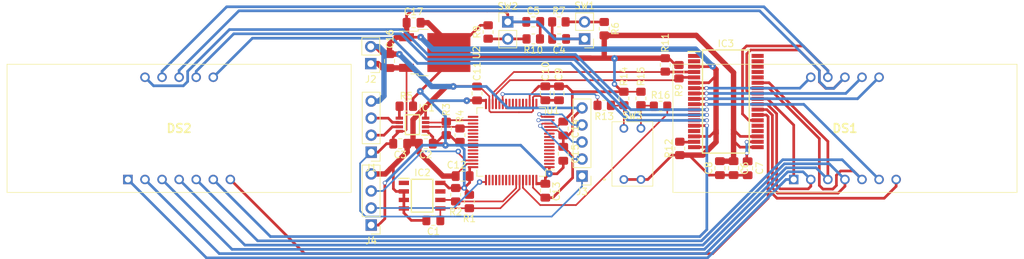
<source format=kicad_pcb>
(kicad_pcb (version 20171130) (host pcbnew "(5.1.9)-1")

  (general
    (thickness 1.6)
    (drawings 0)
    (tracks 512)
    (zones 0)
    (modules 47)
    (nets 95)
  )

  (page A4)
  (layers
    (0 F.Cu signal)
    (31 B.Cu signal)
    (32 B.Adhes user)
    (33 F.Adhes user)
    (34 B.Paste user)
    (35 F.Paste user)
    (36 B.SilkS user)
    (37 F.SilkS user)
    (38 B.Mask user)
    (39 F.Mask user)
    (40 Dwgs.User user)
    (41 Cmts.User user)
    (42 Eco1.User user)
    (43 Eco2.User user)
    (44 Edge.Cuts user)
    (45 Margin user)
    (46 B.CrtYd user)
    (47 F.CrtYd user)
    (48 B.Fab user)
    (49 F.Fab user)
  )

  (setup
    (last_trace_width 0.4)
    (user_trace_width 0.4)
    (user_trace_width 0.8)
    (trace_clearance 0.2)
    (zone_clearance 0.508)
    (zone_45_only yes)
    (trace_min 0.2)
    (via_size 0.8)
    (via_drill 0.4)
    (via_min_size 0.4)
    (via_min_drill 0.3)
    (user_via 0.6 0.4)
    (user_via 1 0.3)
    (uvia_size 0.3)
    (uvia_drill 0.1)
    (uvias_allowed no)
    (uvia_min_size 0.2)
    (uvia_min_drill 0.1)
    (edge_width 0.05)
    (segment_width 0.2)
    (pcb_text_width 0.3)
    (pcb_text_size 1.5 1.5)
    (mod_edge_width 0.12)
    (mod_text_size 1 1)
    (mod_text_width 0.15)
    (pad_size 1.524 1.524)
    (pad_drill 0.762)
    (pad_to_mask_clearance 0)
    (aux_axis_origin 0 0)
    (visible_elements 7FFFFF7F)
    (pcbplotparams
      (layerselection 0x010fc_ffffffff)
      (usegerberextensions false)
      (usegerberattributes true)
      (usegerberadvancedattributes true)
      (creategerberjobfile true)
      (excludeedgelayer true)
      (linewidth 0.100000)
      (plotframeref false)
      (viasonmask false)
      (mode 1)
      (useauxorigin false)
      (hpglpennumber 1)
      (hpglpenspeed 20)
      (hpglpendiameter 15.000000)
      (psnegative false)
      (psa4output false)
      (plotreference true)
      (plotvalue true)
      (plotinvisibletext false)
      (padsonsilk false)
      (subtractmaskfromsilk false)
      (outputformat 1)
      (mirror false)
      (drillshape 1)
      (scaleselection 1)
      (outputdirectory ""))
  )

  (net 0 "")
  (net 1 PB7)
  (net 2 µC)
  (net 3 O0)
  (net 4 O11)
  (net 5 O16)
  (net 6 O1)
  (net 7 O2)
  (net 8 O12)
  (net 9 O3)
  (net 10 O17)
  (net 11 O13)
  (net 12 O18)
  (net 13 O14)
  (net 14 O15)
  (net 15 O4)
  (net 16 O5)
  (net 17 O6)
  (net 18 O7)
  (net 19 "Net-(IC2-Pad7)")
  (net 20 PB6)
  (net 21 "Net-(IC2-Pad1)")
  (net 22 "Net-(IC3-Pad2)")
  (net 23 PB10)
  (net 24 PB11)
  (net 25 BOOT0)
  (net 26 BOOT1)
  (net 27 "Net-(U1-Pad62)")
  (net 28 "Net-(U1-Pad61)")
  (net 29 "Net-(U1-Pad57)")
  (net 30 "Net-(U1-Pad56)")
  (net 31 "Net-(U1-Pad55)")
  (net 32 "Net-(U1-Pad54)")
  (net 33 "Net-(U1-Pad53)")
  (net 34 "Net-(U1-Pad52)")
  (net 35 "Net-(U1-Pad51)")
  (net 36 "Net-(U1-Pad50)")
  (net 37 "Net-(U1-Pad45)")
  (net 38 "Net-(U1-Pad44)")
  (net 39 "Net-(U1-Pad43)")
  (net 40 "Net-(U1-Pad42)")
  (net 41 "Net-(U1-Pad41)")
  (net 42 "Net-(U1-Pad40)")
  (net 43 "Net-(U1-Pad39)")
  (net 44 "Net-(U1-Pad38)")
  (net 45 "Net-(U1-Pad37)")
  (net 46 "Net-(U1-Pad35)")
  (net 47 "Net-(U1-Pad33)")
  (net 48 "Net-(U1-Pad28)")
  (net 49 "Net-(U1-Pad26)")
  (net 50 "Net-(U1-Pad25)")
  (net 51 "Net-(U1-Pad24)")
  (net 52 PA7)
  (net 53 "Net-(U1-Pad22)")
  (net 54 PA5)
  (net 55 "Net-(U1-Pad20)")
  (net 56 "Net-(U1-Pad17)")
  (net 57 "Net-(U1-Pad11)")
  (net 58 "Net-(U1-Pad10)")
  (net 59 "Net-(U1-Pad9)")
  (net 60 "Net-(U1-Pad8)")
  (net 61 "Net-(U1-Pad7)")
  (net 62 "Net-(U1-Pad6)")
  (net 63 "Net-(U1-Pad5)")
  (net 64 "Net-(U1-Pad4)")
  (net 65 "Net-(U1-Pad3)")
  (net 66 "Net-(U1-Pad2)")
  (net 67 +5V)
  (net 68 +3V3)
  (net 69 GND)
  (net 70 "Net-(C7-Pad2)")
  (net 71 "Net-(IC1-Pad7)")
  (net 72 "Net-(IC1-Pad6)")
  (net 73 "Net-(IC1-Pad5)")
  (net 74 "Net-(IC3-Pad36)")
  (net 75 "Net-(IC3-Pad35)")
  (net 76 "Net-(IC3-Pad34)")
  (net 77 "Net-(IC3-Pad33)")
  (net 78 "Net-(IC3-Pad32)")
  (net 79 "Net-(IC3-Pad23)")
  (net 80 "Net-(IC3-Pad22)")
  (net 81 "Net-(IC3-Pad17)")
  (net 82 "Net-(IC3-Pad15)")
  (net 83 "Net-(IC3-Pad1)")
  (net 84 "Net-(R13-Pad1)")
  (net 85 PB13)
  (net 86 PB15)
  (net 87 "Net-(R6-Pad1)")
  (net 88 "Net-(R10-Pad2)")
  (net 89 "Net-(R15-Pad2)")
  (net 90 PA2)
  (net 91 PA1)
  (net 92 PA0)
  (net 93 PA13)
  (net 94 PA14)

  (net_class Default "This is the default net class."
    (clearance 0.2)
    (trace_width 0.25)
    (via_dia 0.8)
    (via_drill 0.4)
    (uvia_dia 0.3)
    (uvia_drill 0.1)
    (add_net +3V3)
    (add_net +5V)
    (add_net BOOT0)
    (add_net BOOT1)
    (add_net GND)
    (add_net "Net-(C7-Pad2)")
    (add_net "Net-(IC1-Pad5)")
    (add_net "Net-(IC1-Pad6)")
    (add_net "Net-(IC1-Pad7)")
    (add_net "Net-(IC2-Pad1)")
    (add_net "Net-(IC2-Pad7)")
    (add_net "Net-(IC3-Pad1)")
    (add_net "Net-(IC3-Pad15)")
    (add_net "Net-(IC3-Pad17)")
    (add_net "Net-(IC3-Pad2)")
    (add_net "Net-(IC3-Pad22)")
    (add_net "Net-(IC3-Pad23)")
    (add_net "Net-(IC3-Pad32)")
    (add_net "Net-(IC3-Pad33)")
    (add_net "Net-(IC3-Pad34)")
    (add_net "Net-(IC3-Pad35)")
    (add_net "Net-(IC3-Pad36)")
    (add_net "Net-(R10-Pad2)")
    (add_net "Net-(R13-Pad1)")
    (add_net "Net-(R15-Pad2)")
    (add_net "Net-(R6-Pad1)")
    (add_net "Net-(U1-Pad10)")
    (add_net "Net-(U1-Pad11)")
    (add_net "Net-(U1-Pad17)")
    (add_net "Net-(U1-Pad2)")
    (add_net "Net-(U1-Pad20)")
    (add_net "Net-(U1-Pad22)")
    (add_net "Net-(U1-Pad24)")
    (add_net "Net-(U1-Pad25)")
    (add_net "Net-(U1-Pad26)")
    (add_net "Net-(U1-Pad28)")
    (add_net "Net-(U1-Pad3)")
    (add_net "Net-(U1-Pad33)")
    (add_net "Net-(U1-Pad35)")
    (add_net "Net-(U1-Pad37)")
    (add_net "Net-(U1-Pad38)")
    (add_net "Net-(U1-Pad39)")
    (add_net "Net-(U1-Pad4)")
    (add_net "Net-(U1-Pad40)")
    (add_net "Net-(U1-Pad41)")
    (add_net "Net-(U1-Pad42)")
    (add_net "Net-(U1-Pad43)")
    (add_net "Net-(U1-Pad44)")
    (add_net "Net-(U1-Pad45)")
    (add_net "Net-(U1-Pad5)")
    (add_net "Net-(U1-Pad50)")
    (add_net "Net-(U1-Pad51)")
    (add_net "Net-(U1-Pad52)")
    (add_net "Net-(U1-Pad53)")
    (add_net "Net-(U1-Pad54)")
    (add_net "Net-(U1-Pad55)")
    (add_net "Net-(U1-Pad56)")
    (add_net "Net-(U1-Pad57)")
    (add_net "Net-(U1-Pad6)")
    (add_net "Net-(U1-Pad61)")
    (add_net "Net-(U1-Pad62)")
    (add_net "Net-(U1-Pad7)")
    (add_net "Net-(U1-Pad8)")
    (add_net "Net-(U1-Pad9)")
    (add_net O0)
    (add_net O1)
    (add_net O11)
    (add_net O12)
    (add_net O13)
    (add_net O14)
    (add_net O15)
    (add_net O16)
    (add_net O17)
    (add_net O18)
    (add_net O2)
    (add_net O3)
    (add_net O4)
    (add_net O5)
    (add_net O6)
    (add_net O7)
    (add_net PA0)
    (add_net PA1)
    (add_net PA13)
    (add_net PA14)
    (add_net PA2)
    (add_net PA5)
    (add_net PA7)
    (add_net PB10)
    (add_net PB11)
    (add_net PB13)
    (add_net PB15)
    (add_net PB6)
    (add_net PB7)
    (add_net µC)
  )

  (module SamacSys_Parts:HDSPB03G (layer F.Cu) (tedit 0) (tstamp 6080C54B)
    (at 207.01 82.55)
    (descr HDSP-B03G-3)
    (tags Display)
    (path /603F487A)
    (fp_text reference DS1 (at 7.62 -7.62) (layer F.SilkS)
      (effects (font (size 1.27 1.27) (thickness 0.254)))
    )
    (fp_text value HDSP-B03G (at 7.62 -7.62) (layer F.SilkS) hide
      (effects (font (size 1.27 1.27) (thickness 0.254)))
    )
    (fp_text user %R (at 7.62 -7.62) (layer F.Fab)
      (effects (font (size 1.27 1.27) (thickness 0.254)))
    )
    (fp_line (start -17.98 -17.17) (end 33.22 -17.17) (layer F.Fab) (width 0.2))
    (fp_line (start 33.22 -17.17) (end 33.22 1.93) (layer F.Fab) (width 0.2))
    (fp_line (start 33.22 1.93) (end -17.98 1.93) (layer F.Fab) (width 0.2))
    (fp_line (start -17.98 1.93) (end -17.98 -17.17) (layer F.Fab) (width 0.2))
    (fp_line (start -17.98 -17.17) (end 33.22 -17.17) (layer F.SilkS) (width 0.1))
    (fp_line (start 33.22 -17.17) (end 33.22 1.93) (layer F.SilkS) (width 0.1))
    (fp_line (start 33.22 1.93) (end -17.98 1.93) (layer F.SilkS) (width 0.1))
    (fp_line (start -17.98 1.93) (end -17.98 -17.17) (layer F.SilkS) (width 0.1))
    (fp_line (start -18.98 -18.17) (end 34.22 -18.17) (layer F.CrtYd) (width 0.1))
    (fp_line (start 34.22 -18.17) (end 34.22 2.93) (layer F.CrtYd) (width 0.1))
    (fp_line (start 34.22 2.93) (end -18.98 2.93) (layer F.CrtYd) (width 0.1))
    (fp_line (start -18.98 2.93) (end -18.98 -18.17) (layer F.CrtYd) (width 0.1))
    (pad 1 thru_hole rect (at 0 0) (size 1.416 1.416) (drill 0.91) (layers *.Cu *.Mask)
      (net 14 O15))
    (pad 2 thru_hole circle (at 2.54 0) (size 1.416 1.416) (drill 0.91) (layers *.Cu *.Mask)
      (net 13 O14))
    (pad 3 thru_hole circle (at 5.08 0) (size 1.416 1.416) (drill 0.91) (layers *.Cu *.Mask)
      (net 12 O18))
    (pad 4 thru_hole circle (at 7.62 0) (size 1.416 1.416) (drill 0.91) (layers *.Cu *.Mask)
      (net 11 O13))
    (pad 5 thru_hole circle (at 10.16 0) (size 1.416 1.416) (drill 0.91) (layers *.Cu *.Mask)
      (net 10 O17))
    (pad 6 thru_hole circle (at 12.7 0) (size 1.416 1.416) (drill 0.91) (layers *.Cu *.Mask)
      (net 9 O3))
    (pad 7 thru_hole circle (at 15.24 0) (size 1.416 1.416) (drill 0.91) (layers *.Cu *.Mask)
      (net 8 O12))
    (pad 8 thru_hole circle (at 12.7 -15.24) (size 1.416 1.416) (drill 0.91) (layers *.Cu *.Mask)
      (net 7 O2))
    (pad 9 thru_hole circle (at 10.16 -15.24) (size 1.416 1.416) (drill 0.91) (layers *.Cu *.Mask)
      (net 6 O1))
    (pad 10 thru_hole circle (at 7.62 -15.24) (size 1.416 1.416) (drill 0.91) (layers *.Cu *.Mask)
      (net 5 O16))
    (pad 11 thru_hole circle (at 5.08 -15.24) (size 1.416 1.416) (drill 0.91) (layers *.Cu *.Mask)
      (net 4 O11))
    (pad 12 thru_hole circle (at 2.54 -15.24) (size 1.416 1.416) (drill 0.91) (layers *.Cu *.Mask)
      (net 3 O0))
    (model C:\SamacSys_PCB_Library\KiCad\SamacSys_Parts.3dshapes\HDSP-B03G.stp
      (at (xyz 0 0 0))
      (scale (xyz 1 1 1))
      (rotate (xyz 0 0 0))
    )
  )

  (module Connector_PinHeader_2.54mm:PinHeader_1x04_P2.54mm_Vertical (layer F.Cu) (tedit 59FED5CC) (tstamp 607F5675)
    (at 144.145 89.3445 180)
    (descr "Through hole straight pin header, 1x04, 2.54mm pitch, single row")
    (tags "Through hole pin header THT 1x04 2.54mm single row")
    (path /60A15D6A)
    (fp_text reference J4 (at 0 -2.33) (layer F.SilkS)
      (effects (font (size 1 1) (thickness 0.15)))
    )
    (fp_text value SWD (at 0 9.95) (layer F.Fab)
      (effects (font (size 1 1) (thickness 0.15)))
    )
    (fp_line (start 1.8 -1.8) (end -1.8 -1.8) (layer F.CrtYd) (width 0.05))
    (fp_line (start 1.8 9.4) (end 1.8 -1.8) (layer F.CrtYd) (width 0.05))
    (fp_line (start -1.8 9.4) (end 1.8 9.4) (layer F.CrtYd) (width 0.05))
    (fp_line (start -1.8 -1.8) (end -1.8 9.4) (layer F.CrtYd) (width 0.05))
    (fp_line (start -1.33 -1.33) (end 0 -1.33) (layer F.SilkS) (width 0.12))
    (fp_line (start -1.33 0) (end -1.33 -1.33) (layer F.SilkS) (width 0.12))
    (fp_line (start -1.33 1.27) (end 1.33 1.27) (layer F.SilkS) (width 0.12))
    (fp_line (start 1.33 1.27) (end 1.33 8.95) (layer F.SilkS) (width 0.12))
    (fp_line (start -1.33 1.27) (end -1.33 8.95) (layer F.SilkS) (width 0.12))
    (fp_line (start -1.33 8.95) (end 1.33 8.95) (layer F.SilkS) (width 0.12))
    (fp_line (start -1.27 -0.635) (end -0.635 -1.27) (layer F.Fab) (width 0.1))
    (fp_line (start -1.27 8.89) (end -1.27 -0.635) (layer F.Fab) (width 0.1))
    (fp_line (start 1.27 8.89) (end -1.27 8.89) (layer F.Fab) (width 0.1))
    (fp_line (start 1.27 -1.27) (end 1.27 8.89) (layer F.Fab) (width 0.1))
    (fp_line (start -0.635 -1.27) (end 1.27 -1.27) (layer F.Fab) (width 0.1))
    (fp_text user %R (at 0 3.81 90) (layer F.Fab)
      (effects (font (size 1 1) (thickness 0.15)))
    )
    (pad 4 thru_hole oval (at 0 7.62 180) (size 1.7 1.7) (drill 1) (layers *.Cu *.Mask)
      (net 69 GND))
    (pad 3 thru_hole oval (at 0 5.08 180) (size 1.7 1.7) (drill 1) (layers *.Cu *.Mask)
      (net 93 PA13))
    (pad 2 thru_hole oval (at 0 2.54 180) (size 1.7 1.7) (drill 1) (layers *.Cu *.Mask)
      (net 94 PA14))
    (pad 1 thru_hole rect (at 0 0 180) (size 1.7 1.7) (drill 1) (layers *.Cu *.Mask)
      (net 68 +3V3))
    (model ${KISYS3DMOD}/Connector_PinHeader_2.54mm.3dshapes/PinHeader_1x04_P2.54mm_Vertical.wrl
      (at (xyz 0 0 0))
      (scale (xyz 1 1 1))
      (rotate (xyz 0 0 0))
    )
  )

  (module Connector_PinHeader_2.54mm:PinHeader_1x05_P2.54mm_Vertical (layer F.Cu) (tedit 59FED5CC) (tstamp 607F565D)
    (at 175.514 82.042 180)
    (descr "Through hole straight pin header, 1x05, 2.54mm pitch, single row")
    (tags "Through hole pin header THT 1x05 2.54mm single row")
    (path /60A003D8)
    (fp_text reference J3 (at 0 -2.33) (layer F.SilkS)
      (effects (font (size 1 1) (thickness 0.15)))
    )
    (fp_text value Rotary_Encoder (at 0 12.49) (layer F.Fab)
      (effects (font (size 1 1) (thickness 0.15)))
    )
    (fp_line (start 1.8 -1.8) (end -1.8 -1.8) (layer F.CrtYd) (width 0.05))
    (fp_line (start 1.8 11.95) (end 1.8 -1.8) (layer F.CrtYd) (width 0.05))
    (fp_line (start -1.8 11.95) (end 1.8 11.95) (layer F.CrtYd) (width 0.05))
    (fp_line (start -1.8 -1.8) (end -1.8 11.95) (layer F.CrtYd) (width 0.05))
    (fp_line (start -1.33 -1.33) (end 0 -1.33) (layer F.SilkS) (width 0.12))
    (fp_line (start -1.33 0) (end -1.33 -1.33) (layer F.SilkS) (width 0.12))
    (fp_line (start -1.33 1.27) (end 1.33 1.27) (layer F.SilkS) (width 0.12))
    (fp_line (start 1.33 1.27) (end 1.33 11.49) (layer F.SilkS) (width 0.12))
    (fp_line (start -1.33 1.27) (end -1.33 11.49) (layer F.SilkS) (width 0.12))
    (fp_line (start -1.33 11.49) (end 1.33 11.49) (layer F.SilkS) (width 0.12))
    (fp_line (start -1.27 -0.635) (end -0.635 -1.27) (layer F.Fab) (width 0.1))
    (fp_line (start -1.27 11.43) (end -1.27 -0.635) (layer F.Fab) (width 0.1))
    (fp_line (start 1.27 11.43) (end -1.27 11.43) (layer F.Fab) (width 0.1))
    (fp_line (start 1.27 -1.27) (end 1.27 11.43) (layer F.Fab) (width 0.1))
    (fp_line (start -0.635 -1.27) (end 1.27 -1.27) (layer F.Fab) (width 0.1))
    (fp_text user %R (at 0 5.08 90) (layer F.Fab)
      (effects (font (size 1 1) (thickness 0.15)))
    )
    (pad 5 thru_hole oval (at 0 10.16 180) (size 1.7 1.7) (drill 1) (layers *.Cu *.Mask)
      (net 69 GND))
    (pad 4 thru_hole oval (at 0 7.62 180) (size 1.7 1.7) (drill 1) (layers *.Cu *.Mask)
      (net 90 PA2))
    (pad 3 thru_hole oval (at 0 5.08 180) (size 1.7 1.7) (drill 1) (layers *.Cu *.Mask)
      (net 91 PA1))
    (pad 2 thru_hole oval (at 0 2.54 180) (size 1.7 1.7) (drill 1) (layers *.Cu *.Mask)
      (net 92 PA0))
    (pad 1 thru_hole rect (at 0 0 180) (size 1.7 1.7) (drill 1) (layers *.Cu *.Mask)
      (net 67 +5V))
    (model ${KISYS3DMOD}/Connector_PinHeader_2.54mm.3dshapes/PinHeader_1x05_P2.54mm_Vertical.wrl
      (at (xyz 0 0 0))
      (scale (xyz 1 1 1))
      (rotate (xyz 0 0 0))
    )
  )

  (module Capacitor_SMD:C_0805_2012Metric_Pad1.18x1.45mm_HandSolder (layer F.Cu) (tedit 5F68FEEF) (tstamp 607F462C)
    (at 172.72 78.7185 270)
    (descr "Capacitor SMD 0805 (2012 Metric), square (rectangular) end terminal, IPC_7351 nominal with elongated pad for handsoldering. (Body size source: IPC-SM-782 page 76, https://www.pcb-3d.com/wordpress/wp-content/uploads/ipc-sm-782a_amendment_1_and_2.pdf, https://docs.google.com/spreadsheets/d/1BsfQQcO9C6DZCsRaXUlFlo91Tg2WpOkGARC1WS5S8t0/edit?usp=sharing), generated with kicad-footprint-generator")
    (tags "capacitor handsolder")
    (path /609638B8)
    (attr smd)
    (fp_text reference C15 (at 0 -1.778 90) (layer F.SilkS)
      (effects (font (size 1 1) (thickness 0.15)))
    )
    (fp_text value 100nF (at 0 1.68 90) (layer F.Fab)
      (effects (font (size 1 1) (thickness 0.15)))
    )
    (fp_line (start -1 0.625) (end -1 -0.625) (layer F.Fab) (width 0.1))
    (fp_line (start -1 -0.625) (end 1 -0.625) (layer F.Fab) (width 0.1))
    (fp_line (start 1 -0.625) (end 1 0.625) (layer F.Fab) (width 0.1))
    (fp_line (start 1 0.625) (end -1 0.625) (layer F.Fab) (width 0.1))
    (fp_line (start -0.261252 -0.735) (end 0.261252 -0.735) (layer F.SilkS) (width 0.12))
    (fp_line (start -0.261252 0.735) (end 0.261252 0.735) (layer F.SilkS) (width 0.12))
    (fp_line (start -1.88 0.98) (end -1.88 -0.98) (layer F.CrtYd) (width 0.05))
    (fp_line (start -1.88 -0.98) (end 1.88 -0.98) (layer F.CrtYd) (width 0.05))
    (fp_line (start 1.88 -0.98) (end 1.88 0.98) (layer F.CrtYd) (width 0.05))
    (fp_line (start 1.88 0.98) (end -1.88 0.98) (layer F.CrtYd) (width 0.05))
    (fp_text user %R (at 0 0 90) (layer F.Fab)
      (effects (font (size 0.5 0.5) (thickness 0.08)))
    )
    (pad 2 smd roundrect (at 1.0375 0 270) (size 1.175 1.45) (layers F.Cu F.Paste F.Mask) (roundrect_rratio 0.212766)
      (net 68 +3V3))
    (pad 1 smd roundrect (at -1.0375 0 270) (size 1.175 1.45) (layers F.Cu F.Paste F.Mask) (roundrect_rratio 0.212766)
      (net 69 GND))
    (model ${KISYS3DMOD}/Capacitor_SMD.3dshapes/C_0805_2012Metric.wrl
      (at (xyz 0 0 0))
      (scale (xyz 1 1 1))
      (rotate (xyz 0 0 0))
    )
  )

  (module Capacitor_SMD:C_0805_2012Metric_Pad1.18x1.45mm_HandSolder (layer F.Cu) (tedit 5F68FEEF) (tstamp 607F461B)
    (at 172.72 74.9515 90)
    (descr "Capacitor SMD 0805 (2012 Metric), square (rectangular) end terminal, IPC_7351 nominal with elongated pad for handsoldering. (Body size source: IPC-SM-782 page 76, https://www.pcb-3d.com/wordpress/wp-content/uploads/ipc-sm-782a_amendment_1_and_2.pdf, https://docs.google.com/spreadsheets/d/1BsfQQcO9C6DZCsRaXUlFlo91Tg2WpOkGARC1WS5S8t0/edit?usp=sharing), generated with kicad-footprint-generator")
    (tags "capacitor handsolder")
    (path /6098F48E)
    (attr smd)
    (fp_text reference C14 (at 0 1.778 90) (layer F.SilkS)
      (effects (font (size 1 1) (thickness 0.15)))
    )
    (fp_text value 1µF (at 0 1.68 90) (layer F.Fab)
      (effects (font (size 1 1) (thickness 0.15)))
    )
    (fp_line (start -1 0.625) (end -1 -0.625) (layer F.Fab) (width 0.1))
    (fp_line (start -1 -0.625) (end 1 -0.625) (layer F.Fab) (width 0.1))
    (fp_line (start 1 -0.625) (end 1 0.625) (layer F.Fab) (width 0.1))
    (fp_line (start 1 0.625) (end -1 0.625) (layer F.Fab) (width 0.1))
    (fp_line (start -0.261252 -0.735) (end 0.261252 -0.735) (layer F.SilkS) (width 0.12))
    (fp_line (start -0.261252 0.735) (end 0.261252 0.735) (layer F.SilkS) (width 0.12))
    (fp_line (start -1.88 0.98) (end -1.88 -0.98) (layer F.CrtYd) (width 0.05))
    (fp_line (start -1.88 -0.98) (end 1.88 -0.98) (layer F.CrtYd) (width 0.05))
    (fp_line (start 1.88 -0.98) (end 1.88 0.98) (layer F.CrtYd) (width 0.05))
    (fp_line (start 1.88 0.98) (end -1.88 0.98) (layer F.CrtYd) (width 0.05))
    (fp_text user %R (at 0 0 90) (layer F.Fab)
      (effects (font (size 0.5 0.5) (thickness 0.08)))
    )
    (pad 2 smd roundrect (at 1.0375 0 90) (size 1.175 1.45) (layers F.Cu F.Paste F.Mask) (roundrect_rratio 0.212766)
      (net 68 +3V3))
    (pad 1 smd roundrect (at -1.0375 0 90) (size 1.175 1.45) (layers F.Cu F.Paste F.Mask) (roundrect_rratio 0.212766)
      (net 69 GND))
    (model ${KISYS3DMOD}/Capacitor_SMD.3dshapes/C_0805_2012Metric.wrl
      (at (xyz 0 0 0))
      (scale (xyz 1 1 1))
      (rotate (xyz 0 0 0))
    )
  )

  (module Capacitor_SMD:C_0805_2012Metric_Pad1.18x1.45mm_HandSolder (layer F.Cu) (tedit 5F68FEEF) (tstamp 607F45CA)
    (at 172.085 69.7015 90)
    (descr "Capacitor SMD 0805 (2012 Metric), square (rectangular) end terminal, IPC_7351 nominal with elongated pad for handsoldering. (Body size source: IPC-SM-782 page 76, https://www.pcb-3d.com/wordpress/wp-content/uploads/ipc-sm-782a_amendment_1_and_2.pdf, https://docs.google.com/spreadsheets/d/1BsfQQcO9C6DZCsRaXUlFlo91Tg2WpOkGARC1WS5S8t0/edit?usp=sharing), generated with kicad-footprint-generator")
    (tags "capacitor handsolder")
    (path /609C83F6)
    (attr smd)
    (fp_text reference C9 (at 2.8487 -0.0254 90) (layer F.SilkS)
      (effects (font (size 1 1) (thickness 0.15)))
    )
    (fp_text value 10µF (at 0 1.68 90) (layer F.Fab)
      (effects (font (size 1 1) (thickness 0.15)))
    )
    (fp_line (start -1 0.625) (end -1 -0.625) (layer F.Fab) (width 0.1))
    (fp_line (start -1 -0.625) (end 1 -0.625) (layer F.Fab) (width 0.1))
    (fp_line (start 1 -0.625) (end 1 0.625) (layer F.Fab) (width 0.1))
    (fp_line (start 1 0.625) (end -1 0.625) (layer F.Fab) (width 0.1))
    (fp_line (start -0.261252 -0.735) (end 0.261252 -0.735) (layer F.SilkS) (width 0.12))
    (fp_line (start -0.261252 0.735) (end 0.261252 0.735) (layer F.SilkS) (width 0.12))
    (fp_line (start -1.88 0.98) (end -1.88 -0.98) (layer F.CrtYd) (width 0.05))
    (fp_line (start -1.88 -0.98) (end 1.88 -0.98) (layer F.CrtYd) (width 0.05))
    (fp_line (start 1.88 -0.98) (end 1.88 0.98) (layer F.CrtYd) (width 0.05))
    (fp_line (start 1.88 0.98) (end -1.88 0.98) (layer F.CrtYd) (width 0.05))
    (fp_text user %R (at 0 0 90) (layer F.Fab)
      (effects (font (size 0.5 0.5) (thickness 0.08)))
    )
    (pad 2 smd roundrect (at 1.0375 0 90) (size 1.175 1.45) (layers F.Cu F.Paste F.Mask) (roundrect_rratio 0.212766)
      (net 68 +3V3))
    (pad 1 smd roundrect (at -1.0375 0 90) (size 1.175 1.45) (layers F.Cu F.Paste F.Mask) (roundrect_rratio 0.212766)
      (net 69 GND))
    (model ${KISYS3DMOD}/Capacitor_SMD.3dshapes/C_0805_2012Metric.wrl
      (at (xyz 0 0 0))
      (scale (xyz 1 1 1))
      (rotate (xyz 0 0 0))
    )
  )

  (module Package_TO_SOT_SMD:TO-252-2 (layer F.Cu) (tedit 5A70A390) (tstamp 607EC94D)
    (at 153.6065 63.627)
    (descr "TO-252 / DPAK SMD package, http://www.infineon.com/cms/en/product/packages/PG-TO252/PG-TO252-3-1/")
    (tags "DPAK TO-252 DPAK-3 TO-252-3 SOT-428")
    (path /6081A59B)
    (attr smd)
    (fp_text reference U2 (at 6.223 0 270) (layer F.SilkS)
      (effects (font (size 1 1) (thickness 0.15)))
    )
    (fp_text value NCP1117-3.3_TO252 (at 0 4.5) (layer F.Fab)
      (effects (font (size 1 1) (thickness 0.15)))
    )
    (fp_line (start 5.55 -3.5) (end -5.55 -3.5) (layer F.CrtYd) (width 0.05))
    (fp_line (start 5.55 3.5) (end 5.55 -3.5) (layer F.CrtYd) (width 0.05))
    (fp_line (start -5.55 3.5) (end 5.55 3.5) (layer F.CrtYd) (width 0.05))
    (fp_line (start -5.55 -3.5) (end -5.55 3.5) (layer F.CrtYd) (width 0.05))
    (fp_line (start -2.47 3.18) (end -3.57 3.18) (layer F.SilkS) (width 0.12))
    (fp_line (start -2.47 3.45) (end -2.47 3.18) (layer F.SilkS) (width 0.12))
    (fp_line (start -0.97 3.45) (end -2.47 3.45) (layer F.SilkS) (width 0.12))
    (fp_line (start -2.47 -3.18) (end -5.3 -3.18) (layer F.SilkS) (width 0.12))
    (fp_line (start -2.47 -3.45) (end -2.47 -3.18) (layer F.SilkS) (width 0.12))
    (fp_line (start -0.97 -3.45) (end -2.47 -3.45) (layer F.SilkS) (width 0.12))
    (fp_line (start -4.97 2.655) (end -2.27 2.655) (layer F.Fab) (width 0.1))
    (fp_line (start -4.97 1.905) (end -4.97 2.655) (layer F.Fab) (width 0.1))
    (fp_line (start -2.27 1.905) (end -4.97 1.905) (layer F.Fab) (width 0.1))
    (fp_line (start -4.97 -1.905) (end -2.27 -1.905) (layer F.Fab) (width 0.1))
    (fp_line (start -4.97 -2.655) (end -4.97 -1.905) (layer F.Fab) (width 0.1))
    (fp_line (start -1.865 -2.655) (end -4.97 -2.655) (layer F.Fab) (width 0.1))
    (fp_line (start -1.27 -3.25) (end 3.95 -3.25) (layer F.Fab) (width 0.1))
    (fp_line (start -2.27 -2.25) (end -1.27 -3.25) (layer F.Fab) (width 0.1))
    (fp_line (start -2.27 3.25) (end -2.27 -2.25) (layer F.Fab) (width 0.1))
    (fp_line (start 3.95 3.25) (end -2.27 3.25) (layer F.Fab) (width 0.1))
    (fp_line (start 3.95 -3.25) (end 3.95 3.25) (layer F.Fab) (width 0.1))
    (fp_line (start 4.95 2.7) (end 3.95 2.7) (layer F.Fab) (width 0.1))
    (fp_line (start 4.95 -2.7) (end 4.95 2.7) (layer F.Fab) (width 0.1))
    (fp_line (start 3.95 -2.7) (end 4.95 -2.7) (layer F.Fab) (width 0.1))
    (fp_text user %R (at 0 0) (layer F.Fab)
      (effects (font (size 1 1) (thickness 0.15)))
    )
    (pad "" smd rect (at 0.425 1.525) (size 3.05 2.75) (layers F.Paste))
    (pad "" smd rect (at 3.775 -1.525) (size 3.05 2.75) (layers F.Paste))
    (pad "" smd rect (at 0.425 -1.525) (size 3.05 2.75) (layers F.Paste))
    (pad "" smd rect (at 3.775 1.525) (size 3.05 2.75) (layers F.Paste))
    (pad 2 smd rect (at 2.1 0) (size 6.4 5.8) (layers F.Cu F.Mask)
      (net 68 +3V3))
    (pad 3 smd rect (at -4.2 2.28) (size 2.2 1.2) (layers F.Cu F.Paste F.Mask)
      (net 67 +5V))
    (pad 1 smd rect (at -4.2 -2.28) (size 2.2 1.2) (layers F.Cu F.Paste F.Mask)
      (net 69 GND))
    (model ${KISYS3DMOD}/Package_TO_SOT_SMD.3dshapes/TO-252-2.wrl
      (at (xyz 0 0 0))
      (scale (xyz 1 1 1))
      (rotate (xyz 0 0 0))
    )
  )

  (module Capacitor_SMD:C_0805_2012Metric_Pad1.18x1.45mm_HandSolder (layer F.Cu) (tedit 5F68FEEF) (tstamp 607EC435)
    (at 150.453 59.182 180)
    (descr "Capacitor SMD 0805 (2012 Metric), square (rectangular) end terminal, IPC_7351 nominal with elongated pad for handsoldering. (Body size source: IPC-SM-782 page 76, https://www.pcb-3d.com/wordpress/wp-content/uploads/ipc-sm-782a_amendment_1_and_2.pdf, https://docs.google.com/spreadsheets/d/1BsfQQcO9C6DZCsRaXUlFlo91Tg2WpOkGARC1WS5S8t0/edit?usp=sharing), generated with kicad-footprint-generator")
    (tags "capacitor handsolder")
    (path /6089A749)
    (attr smd)
    (fp_text reference C17 (at 0 1.651) (layer F.SilkS)
      (effects (font (size 1 1) (thickness 0.15)))
    )
    (fp_text value 10µF (at 0 1.68) (layer F.Fab)
      (effects (font (size 1 1) (thickness 0.15)))
    )
    (fp_line (start 1.88 0.98) (end -1.88 0.98) (layer F.CrtYd) (width 0.05))
    (fp_line (start 1.88 -0.98) (end 1.88 0.98) (layer F.CrtYd) (width 0.05))
    (fp_line (start -1.88 -0.98) (end 1.88 -0.98) (layer F.CrtYd) (width 0.05))
    (fp_line (start -1.88 0.98) (end -1.88 -0.98) (layer F.CrtYd) (width 0.05))
    (fp_line (start -0.261252 0.735) (end 0.261252 0.735) (layer F.SilkS) (width 0.12))
    (fp_line (start -0.261252 -0.735) (end 0.261252 -0.735) (layer F.SilkS) (width 0.12))
    (fp_line (start 1 0.625) (end -1 0.625) (layer F.Fab) (width 0.1))
    (fp_line (start 1 -0.625) (end 1 0.625) (layer F.Fab) (width 0.1))
    (fp_line (start -1 -0.625) (end 1 -0.625) (layer F.Fab) (width 0.1))
    (fp_line (start -1 0.625) (end -1 -0.625) (layer F.Fab) (width 0.1))
    (fp_text user %R (at 0 0) (layer F.Fab)
      (effects (font (size 0.5 0.5) (thickness 0.08)))
    )
    (pad 2 smd roundrect (at 1.0375 0 180) (size 1.175 1.45) (layers F.Cu F.Paste F.Mask) (roundrect_rratio 0.212766)
      (net 69 GND))
    (pad 1 smd roundrect (at -1.0375 0 180) (size 1.175 1.45) (layers F.Cu F.Paste F.Mask) (roundrect_rratio 0.212766)
      (net 68 +3V3))
    (model ${KISYS3DMOD}/Capacitor_SMD.3dshapes/C_0805_2012Metric.wrl
      (at (xyz 0 0 0))
      (scale (xyz 1 1 1))
      (rotate (xyz 0 0 0))
    )
  )

  (module Capacitor_SMD:C_0805_2012Metric_Pad1.18x1.45mm_HandSolder (layer F.Cu) (tedit 5F68FEEF) (tstamp 607EC424)
    (at 146.8755 64.897 270)
    (descr "Capacitor SMD 0805 (2012 Metric), square (rectangular) end terminal, IPC_7351 nominal with elongated pad for handsoldering. (Body size source: IPC-SM-782 page 76, https://www.pcb-3d.com/wordpress/wp-content/uploads/ipc-sm-782a_amendment_1_and_2.pdf, https://docs.google.com/spreadsheets/d/1BsfQQcO9C6DZCsRaXUlFlo91Tg2WpOkGARC1WS5S8t0/edit?usp=sharing), generated with kicad-footprint-generator")
    (tags "capacitor handsolder")
    (path /607C998F)
    (attr smd)
    (fp_text reference C16 (at -3.302 -0.0635 90) (layer F.SilkS)
      (effects (font (size 1 1) (thickness 0.15)))
    )
    (fp_text value 10µF (at 0 1.68 90) (layer F.Fab)
      (effects (font (size 1 1) (thickness 0.15)))
    )
    (fp_line (start 1.88 0.98) (end -1.88 0.98) (layer F.CrtYd) (width 0.05))
    (fp_line (start 1.88 -0.98) (end 1.88 0.98) (layer F.CrtYd) (width 0.05))
    (fp_line (start -1.88 -0.98) (end 1.88 -0.98) (layer F.CrtYd) (width 0.05))
    (fp_line (start -1.88 0.98) (end -1.88 -0.98) (layer F.CrtYd) (width 0.05))
    (fp_line (start -0.261252 0.735) (end 0.261252 0.735) (layer F.SilkS) (width 0.12))
    (fp_line (start -0.261252 -0.735) (end 0.261252 -0.735) (layer F.SilkS) (width 0.12))
    (fp_line (start 1 0.625) (end -1 0.625) (layer F.Fab) (width 0.1))
    (fp_line (start 1 -0.625) (end 1 0.625) (layer F.Fab) (width 0.1))
    (fp_line (start -1 -0.625) (end 1 -0.625) (layer F.Fab) (width 0.1))
    (fp_line (start -1 0.625) (end -1 -0.625) (layer F.Fab) (width 0.1))
    (fp_text user %R (at 0 0 90) (layer F.Fab)
      (effects (font (size 0.5 0.5) (thickness 0.08)))
    )
    (pad 2 smd roundrect (at 1.0375 0 270) (size 1.175 1.45) (layers F.Cu F.Paste F.Mask) (roundrect_rratio 0.212766)
      (net 67 +5V))
    (pad 1 smd roundrect (at -1.0375 0 270) (size 1.175 1.45) (layers F.Cu F.Paste F.Mask) (roundrect_rratio 0.212766)
      (net 69 GND))
    (model ${KISYS3DMOD}/Capacitor_SMD.3dshapes/C_0805_2012Metric.wrl
      (at (xyz 0 0 0))
      (scale (xyz 1 1 1))
      (rotate (xyz 0 0 0))
    )
  )

  (module Resistor_SMD:R_0805_2012Metric_Pad1.20x1.40mm_HandSolder (layer F.Cu) (tedit 5F68FEEE) (tstamp 607F06A2)
    (at 161.544 60.563 90)
    (descr "Resistor SMD 0805 (2012 Metric), square (rectangular) end terminal, IPC_7351 nominal with elongated pad for handsoldering. (Body size source: IPC-SM-782 page 72, https://www.pcb-3d.com/wordpress/wp-content/uploads/ipc-sm-782a_amendment_1_and_2.pdf), generated with kicad-footprint-generator")
    (tags "resistor handsolder")
    (path /6065FD1A)
    (attr smd)
    (fp_text reference R8 (at 0 -1.65 90) (layer F.SilkS)
      (effects (font (size 1 1) (thickness 0.15)))
    )
    (fp_text value 10k (at 0 1.65 90) (layer F.Fab)
      (effects (font (size 1 1) (thickness 0.15)))
    )
    (fp_line (start 1.85 0.95) (end -1.85 0.95) (layer F.CrtYd) (width 0.05))
    (fp_line (start 1.85 -0.95) (end 1.85 0.95) (layer F.CrtYd) (width 0.05))
    (fp_line (start -1.85 -0.95) (end 1.85 -0.95) (layer F.CrtYd) (width 0.05))
    (fp_line (start -1.85 0.95) (end -1.85 -0.95) (layer F.CrtYd) (width 0.05))
    (fp_line (start -0.227064 0.735) (end 0.227064 0.735) (layer F.SilkS) (width 0.12))
    (fp_line (start -0.227064 -0.735) (end 0.227064 -0.735) (layer F.SilkS) (width 0.12))
    (fp_line (start 1 0.625) (end -1 0.625) (layer F.Fab) (width 0.1))
    (fp_line (start 1 -0.625) (end 1 0.625) (layer F.Fab) (width 0.1))
    (fp_line (start -1 -0.625) (end 1 -0.625) (layer F.Fab) (width 0.1))
    (fp_line (start -1 0.625) (end -1 -0.625) (layer F.Fab) (width 0.1))
    (fp_text user %R (at 0 0 90) (layer F.Fab)
      (effects (font (size 0.5 0.5) (thickness 0.08)))
    )
    (pad 2 smd roundrect (at 1 0 90) (size 1.2 1.4) (layers F.Cu F.Paste F.Mask) (roundrect_rratio 0.208333)
      (net 68 +3V3))
    (pad 1 smd roundrect (at -1 0 90) (size 1.2 1.4) (layers F.Cu F.Paste F.Mask) (roundrect_rratio 0.208333)
      (net 88 "Net-(R10-Pad2)"))
    (model ${KISYS3DMOD}/Resistor_SMD.3dshapes/R_0805_2012Metric.wrl
      (at (xyz 0 0 0))
      (scale (xyz 1 1 1))
      (rotate (xyz 0 0 0))
    )
  )

  (module Resistor_SMD:R_0805_2012Metric_Pad1.20x1.40mm_HandSolder (layer F.Cu) (tedit 5F68FEEE) (tstamp 607F0671)
    (at 168.259 61.595 180)
    (descr "Resistor SMD 0805 (2012 Metric), square (rectangular) end terminal, IPC_7351 nominal with elongated pad for handsoldering. (Body size source: IPC-SM-782 page 72, https://www.pcb-3d.com/wordpress/wp-content/uploads/ipc-sm-782a_amendment_1_and_2.pdf), generated with kicad-footprint-generator")
    (tags "resistor handsolder")
    (path /6065FD20)
    (attr smd)
    (fp_text reference R10 (at 0 -1.65) (layer F.SilkS)
      (effects (font (size 1 1) (thickness 0.15)))
    )
    (fp_text value 10k (at 0 1.65) (layer F.Fab)
      (effects (font (size 1 1) (thickness 0.15)))
    )
    (fp_line (start 1.85 0.95) (end -1.85 0.95) (layer F.CrtYd) (width 0.05))
    (fp_line (start 1.85 -0.95) (end 1.85 0.95) (layer F.CrtYd) (width 0.05))
    (fp_line (start -1.85 -0.95) (end 1.85 -0.95) (layer F.CrtYd) (width 0.05))
    (fp_line (start -1.85 0.95) (end -1.85 -0.95) (layer F.CrtYd) (width 0.05))
    (fp_line (start -0.227064 0.735) (end 0.227064 0.735) (layer F.SilkS) (width 0.12))
    (fp_line (start -0.227064 -0.735) (end 0.227064 -0.735) (layer F.SilkS) (width 0.12))
    (fp_line (start 1 0.625) (end -1 0.625) (layer F.Fab) (width 0.1))
    (fp_line (start 1 -0.625) (end 1 0.625) (layer F.Fab) (width 0.1))
    (fp_line (start -1 -0.625) (end 1 -0.625) (layer F.Fab) (width 0.1))
    (fp_line (start -1 0.625) (end -1 -0.625) (layer F.Fab) (width 0.1))
    (fp_text user %R (at 0 0) (layer F.Fab)
      (effects (font (size 0.5 0.5) (thickness 0.08)))
    )
    (pad 2 smd roundrect (at 1 0 180) (size 1.2 1.4) (layers F.Cu F.Paste F.Mask) (roundrect_rratio 0.208333)
      (net 88 "Net-(R10-Pad2)"))
    (pad 1 smd roundrect (at -1 0 180) (size 1.2 1.4) (layers F.Cu F.Paste F.Mask) (roundrect_rratio 0.208333)
      (net 2 µC))
    (model ${KISYS3DMOD}/Resistor_SMD.3dshapes/R_0805_2012Metric.wrl
      (at (xyz 0 0 0))
      (scale (xyz 1 1 1))
      (rotate (xyz 0 0 0))
    )
  )

  (module Resistor_SMD:R_0805_2012Metric_Pad1.20x1.40mm_HandSolder (layer F.Cu) (tedit 5F68FEEE) (tstamp 607F0660)
    (at 178.816 60.071 270)
    (descr "Resistor SMD 0805 (2012 Metric), square (rectangular) end terminal, IPC_7351 nominal with elongated pad for handsoldering. (Body size source: IPC-SM-782 page 72, https://www.pcb-3d.com/wordpress/wp-content/uploads/ipc-sm-782a_amendment_1_and_2.pdf), generated with kicad-footprint-generator")
    (tags "resistor handsolder")
    (path /605BE610)
    (attr smd)
    (fp_text reference R6 (at 0 -1.65 90) (layer F.SilkS)
      (effects (font (size 1 1) (thickness 0.15)))
    )
    (fp_text value 10k (at 0 1.65 90) (layer F.Fab)
      (effects (font (size 1 1) (thickness 0.15)))
    )
    (fp_line (start 1.85 0.95) (end -1.85 0.95) (layer F.CrtYd) (width 0.05))
    (fp_line (start 1.85 -0.95) (end 1.85 0.95) (layer F.CrtYd) (width 0.05))
    (fp_line (start -1.85 -0.95) (end 1.85 -0.95) (layer F.CrtYd) (width 0.05))
    (fp_line (start -1.85 0.95) (end -1.85 -0.95) (layer F.CrtYd) (width 0.05))
    (fp_line (start -0.227064 0.735) (end 0.227064 0.735) (layer F.SilkS) (width 0.12))
    (fp_line (start -0.227064 -0.735) (end 0.227064 -0.735) (layer F.SilkS) (width 0.12))
    (fp_line (start 1 0.625) (end -1 0.625) (layer F.Fab) (width 0.1))
    (fp_line (start 1 -0.625) (end 1 0.625) (layer F.Fab) (width 0.1))
    (fp_line (start -1 -0.625) (end 1 -0.625) (layer F.Fab) (width 0.1))
    (fp_line (start -1 0.625) (end -1 -0.625) (layer F.Fab) (width 0.1))
    (fp_text user %R (at 0 0 90) (layer F.Fab)
      (effects (font (size 0.5 0.5) (thickness 0.08)))
    )
    (pad 2 smd roundrect (at 1 0 270) (size 1.2 1.4) (layers F.Cu F.Paste F.Mask) (roundrect_rratio 0.208333)
      (net 68 +3V3))
    (pad 1 smd roundrect (at -1 0 270) (size 1.2 1.4) (layers F.Cu F.Paste F.Mask) (roundrect_rratio 0.208333)
      (net 87 "Net-(R6-Pad1)"))
    (model ${KISYS3DMOD}/Resistor_SMD.3dshapes/R_0805_2012Metric.wrl
      (at (xyz 0 0 0))
      (scale (xyz 1 1 1))
      (rotate (xyz 0 0 0))
    )
  )

  (module Resistor_SMD:R_0805_2012Metric_Pad1.20x1.40mm_HandSolder (layer F.Cu) (tedit 5F68FEEE) (tstamp 607F064F)
    (at 172.069 59.055)
    (descr "Resistor SMD 0805 (2012 Metric), square (rectangular) end terminal, IPC_7351 nominal with elongated pad for handsoldering. (Body size source: IPC-SM-782 page 72, https://www.pcb-3d.com/wordpress/wp-content/uploads/ipc-sm-782a_amendment_1_and_2.pdf), generated with kicad-footprint-generator")
    (tags "resistor handsolder")
    (path /605C03A8)
    (attr smd)
    (fp_text reference R7 (at 0 -1.65) (layer F.SilkS)
      (effects (font (size 1 1) (thickness 0.15)))
    )
    (fp_text value 10k (at 0 1.65) (layer F.Fab)
      (effects (font (size 1 1) (thickness 0.15)))
    )
    (fp_line (start 1.85 0.95) (end -1.85 0.95) (layer F.CrtYd) (width 0.05))
    (fp_line (start 1.85 -0.95) (end 1.85 0.95) (layer F.CrtYd) (width 0.05))
    (fp_line (start -1.85 -0.95) (end 1.85 -0.95) (layer F.CrtYd) (width 0.05))
    (fp_line (start -1.85 0.95) (end -1.85 -0.95) (layer F.CrtYd) (width 0.05))
    (fp_line (start -0.227064 0.735) (end 0.227064 0.735) (layer F.SilkS) (width 0.12))
    (fp_line (start -0.227064 -0.735) (end 0.227064 -0.735) (layer F.SilkS) (width 0.12))
    (fp_line (start 1 0.625) (end -1 0.625) (layer F.Fab) (width 0.1))
    (fp_line (start 1 -0.625) (end 1 0.625) (layer F.Fab) (width 0.1))
    (fp_line (start -1 -0.625) (end 1 -0.625) (layer F.Fab) (width 0.1))
    (fp_line (start -1 0.625) (end -1 -0.625) (layer F.Fab) (width 0.1))
    (fp_text user %R (at 0 0) (layer F.Fab)
      (effects (font (size 0.5 0.5) (thickness 0.08)))
    )
    (pad 2 smd roundrect (at 1 0) (size 1.2 1.4) (layers F.Cu F.Paste F.Mask) (roundrect_rratio 0.208333)
      (net 87 "Net-(R6-Pad1)"))
    (pad 1 smd roundrect (at -1 0) (size 1.2 1.4) (layers F.Cu F.Paste F.Mask) (roundrect_rratio 0.208333)
      (net 2 µC))
    (model ${KISYS3DMOD}/Resistor_SMD.3dshapes/R_0805_2012Metric.wrl
      (at (xyz 0 0 0))
      (scale (xyz 1 1 1))
      (rotate (xyz 0 0 0))
    )
  )

  (module Resistor_SMD:R_0805_2012Metric_Pad1.20x1.40mm_HandSolder (layer F.Cu) (tedit 5F68FEEE) (tstamp 607EF74C)
    (at 156.718 84.82 90)
    (descr "Resistor SMD 0805 (2012 Metric), square (rectangular) end terminal, IPC_7351 nominal with elongated pad for handsoldering. (Body size source: IPC-SM-782 page 72, https://www.pcb-3d.com/wordpress/wp-content/uploads/ipc-sm-782a_amendment_1_and_2.pdf), generated with kicad-footprint-generator")
    (tags "resistor handsolder")
    (path /609AA4A9)
    (attr smd)
    (fp_text reference R2 (at -2.556 0 180) (layer F.SilkS)
      (effects (font (size 1 1) (thickness 0.15)))
    )
    (fp_text value 10k (at 0 1.65 90) (layer F.Fab)
      (effects (font (size 1 1) (thickness 0.15)))
    )
    (fp_line (start 1.85 0.95) (end -1.85 0.95) (layer F.CrtYd) (width 0.05))
    (fp_line (start 1.85 -0.95) (end 1.85 0.95) (layer F.CrtYd) (width 0.05))
    (fp_line (start -1.85 -0.95) (end 1.85 -0.95) (layer F.CrtYd) (width 0.05))
    (fp_line (start -1.85 0.95) (end -1.85 -0.95) (layer F.CrtYd) (width 0.05))
    (fp_line (start -0.227064 0.735) (end 0.227064 0.735) (layer F.SilkS) (width 0.12))
    (fp_line (start -0.227064 -0.735) (end 0.227064 -0.735) (layer F.SilkS) (width 0.12))
    (fp_line (start 1 0.625) (end -1 0.625) (layer F.Fab) (width 0.1))
    (fp_line (start 1 -0.625) (end 1 0.625) (layer F.Fab) (width 0.1))
    (fp_line (start -1 -0.625) (end 1 -0.625) (layer F.Fab) (width 0.1))
    (fp_line (start -1 0.625) (end -1 -0.625) (layer F.Fab) (width 0.1))
    (fp_text user %R (at 0 0 90) (layer F.Fab)
      (effects (font (size 0.5 0.5) (thickness 0.08)))
    )
    (pad 2 smd roundrect (at 1 0 90) (size 1.2 1.4) (layers F.Cu F.Paste F.Mask) (roundrect_rratio 0.208333)
      (net 68 +3V3))
    (pad 1 smd roundrect (at -1 0 90) (size 1.2 1.4) (layers F.Cu F.Paste F.Mask) (roundrect_rratio 0.208333)
      (net 20 PB6))
    (model ${KISYS3DMOD}/Resistor_SMD.3dshapes/R_0805_2012Metric.wrl
      (at (xyz 0 0 0))
      (scale (xyz 1 1 1))
      (rotate (xyz 0 0 0))
    )
  )

  (module Resistor_SMD:R_0805_2012Metric_Pad1.20x1.40mm_HandSolder (layer F.Cu) (tedit 5F68FEEE) (tstamp 607EE951)
    (at 158.75 85.836 90)
    (descr "Resistor SMD 0805 (2012 Metric), square (rectangular) end terminal, IPC_7351 nominal with elongated pad for handsoldering. (Body size source: IPC-SM-782 page 72, https://www.pcb-3d.com/wordpress/wp-content/uploads/ipc-sm-782a_amendment_1_and_2.pdf), generated with kicad-footprint-generator")
    (tags "resistor handsolder")
    (path /609AB27E)
    (attr smd)
    (fp_text reference R1 (at -2.556 0) (layer F.SilkS)
      (effects (font (size 1 1) (thickness 0.15)))
    )
    (fp_text value 10k (at 0 1.65 90) (layer F.Fab)
      (effects (font (size 1 1) (thickness 0.15)))
    )
    (fp_line (start 1.85 0.95) (end -1.85 0.95) (layer F.CrtYd) (width 0.05))
    (fp_line (start 1.85 -0.95) (end 1.85 0.95) (layer F.CrtYd) (width 0.05))
    (fp_line (start -1.85 -0.95) (end 1.85 -0.95) (layer F.CrtYd) (width 0.05))
    (fp_line (start -1.85 0.95) (end -1.85 -0.95) (layer F.CrtYd) (width 0.05))
    (fp_line (start -0.227064 0.735) (end 0.227064 0.735) (layer F.SilkS) (width 0.12))
    (fp_line (start -0.227064 -0.735) (end 0.227064 -0.735) (layer F.SilkS) (width 0.12))
    (fp_line (start 1 0.625) (end -1 0.625) (layer F.Fab) (width 0.1))
    (fp_line (start 1 -0.625) (end 1 0.625) (layer F.Fab) (width 0.1))
    (fp_line (start -1 -0.625) (end 1 -0.625) (layer F.Fab) (width 0.1))
    (fp_line (start -1 0.625) (end -1 -0.625) (layer F.Fab) (width 0.1))
    (fp_text user %R (at 0 0 90) (layer F.Fab)
      (effects (font (size 0.5 0.5) (thickness 0.08)))
    )
    (pad 2 smd roundrect (at 1 0 90) (size 1.2 1.4) (layers F.Cu F.Paste F.Mask) (roundrect_rratio 0.208333)
      (net 68 +3V3))
    (pad 1 smd roundrect (at -1 0 90) (size 1.2 1.4) (layers F.Cu F.Paste F.Mask) (roundrect_rratio 0.208333)
      (net 1 PB7))
    (model ${KISYS3DMOD}/Resistor_SMD.3dshapes/R_0805_2012Metric.wrl
      (at (xyz 0 0 0))
      (scale (xyz 1 1 1))
      (rotate (xyz 0 0 0))
    )
  )

  (module Resistor_SMD:R_0805_2012Metric_Pad1.20x1.40mm_HandSolder (layer F.Cu) (tedit 5F68FEEE) (tstamp 607EDB6B)
    (at 149.368 71.628 180)
    (descr "Resistor SMD 0805 (2012 Metric), square (rectangular) end terminal, IPC_7351 nominal with elongated pad for handsoldering. (Body size source: IPC-SM-782 page 72, https://www.pcb-3d.com/wordpress/wp-content/uploads/ipc-sm-782a_amendment_1_and_2.pdf), generated with kicad-footprint-generator")
    (tags "resistor handsolder")
    (path /6077E968)
    (attr smd)
    (fp_text reference R5 (at 0 1.524) (layer F.SilkS)
      (effects (font (size 1 1) (thickness 0.15)))
    )
    (fp_text value 10k (at 0 1.65) (layer F.Fab)
      (effects (font (size 1 1) (thickness 0.15)))
    )
    (fp_line (start 1.85 0.95) (end -1.85 0.95) (layer F.CrtYd) (width 0.05))
    (fp_line (start 1.85 -0.95) (end 1.85 0.95) (layer F.CrtYd) (width 0.05))
    (fp_line (start -1.85 -0.95) (end 1.85 -0.95) (layer F.CrtYd) (width 0.05))
    (fp_line (start -1.85 0.95) (end -1.85 -0.95) (layer F.CrtYd) (width 0.05))
    (fp_line (start -0.227064 0.735) (end 0.227064 0.735) (layer F.SilkS) (width 0.12))
    (fp_line (start -0.227064 -0.735) (end 0.227064 -0.735) (layer F.SilkS) (width 0.12))
    (fp_line (start 1 0.625) (end -1 0.625) (layer F.Fab) (width 0.1))
    (fp_line (start 1 -0.625) (end 1 0.625) (layer F.Fab) (width 0.1))
    (fp_line (start -1 -0.625) (end 1 -0.625) (layer F.Fab) (width 0.1))
    (fp_line (start -1 0.625) (end -1 -0.625) (layer F.Fab) (width 0.1))
    (fp_text user %R (at 0 0) (layer F.Fab)
      (effects (font (size 0.5 0.5) (thickness 0.08)))
    )
    (pad 2 smd roundrect (at 1 0 180) (size 1.2 1.4) (layers F.Cu F.Paste F.Mask) (roundrect_rratio 0.208333)
      (net 73 "Net-(IC1-Pad5)"))
    (pad 1 smd roundrect (at -1 0 180) (size 1.2 1.4) (layers F.Cu F.Paste F.Mask) (roundrect_rratio 0.208333)
      (net 68 +3V3))
    (model ${KISYS3DMOD}/Resistor_SMD.3dshapes/R_0805_2012Metric.wrl
      (at (xyz 0 0 0))
      (scale (xyz 1 1 1))
      (rotate (xyz 0 0 0))
    )
  )

  (module Resistor_SMD:R_0805_2012Metric_Pad1.20x1.40mm_HandSolder (layer F.Cu) (tedit 5F68FEEE) (tstamp 607ECBB1)
    (at 157.353 75.946 270)
    (descr "Resistor SMD 0805 (2012 Metric), square (rectangular) end terminal, IPC_7351 nominal with elongated pad for handsoldering. (Body size source: IPC-SM-782 page 72, https://www.pcb-3d.com/wordpress/wp-content/uploads/ipc-sm-782a_amendment_1_and_2.pdf), generated with kicad-footprint-generator")
    (tags "resistor handsolder")
    (path /60A06647)
    (attr smd)
    (fp_text reference R4 (at -2.794 0 90) (layer F.SilkS)
      (effects (font (size 1 1) (thickness 0.15)))
    )
    (fp_text value 10k (at 0 1.65 90) (layer F.Fab)
      (effects (font (size 1 1) (thickness 0.15)))
    )
    (fp_line (start 1.85 0.95) (end -1.85 0.95) (layer F.CrtYd) (width 0.05))
    (fp_line (start 1.85 -0.95) (end 1.85 0.95) (layer F.CrtYd) (width 0.05))
    (fp_line (start -1.85 -0.95) (end 1.85 -0.95) (layer F.CrtYd) (width 0.05))
    (fp_line (start -1.85 0.95) (end -1.85 -0.95) (layer F.CrtYd) (width 0.05))
    (fp_line (start -0.227064 0.735) (end 0.227064 0.735) (layer F.SilkS) (width 0.12))
    (fp_line (start -0.227064 -0.735) (end 0.227064 -0.735) (layer F.SilkS) (width 0.12))
    (fp_line (start 1 0.625) (end -1 0.625) (layer F.Fab) (width 0.1))
    (fp_line (start 1 -0.625) (end 1 0.625) (layer F.Fab) (width 0.1))
    (fp_line (start -1 -0.625) (end 1 -0.625) (layer F.Fab) (width 0.1))
    (fp_line (start -1 0.625) (end -1 -0.625) (layer F.Fab) (width 0.1))
    (fp_text user %R (at 0 0 90) (layer F.Fab)
      (effects (font (size 0.5 0.5) (thickness 0.08)))
    )
    (pad 2 smd roundrect (at 1 0 270) (size 1.2 1.4) (layers F.Cu F.Paste F.Mask) (roundrect_rratio 0.208333)
      (net 68 +3V3))
    (pad 1 smd roundrect (at -1 0 270) (size 1.2 1.4) (layers F.Cu F.Paste F.Mask) (roundrect_rratio 0.208333)
      (net 86 PB15))
    (model ${KISYS3DMOD}/Resistor_SMD.3dshapes/R_0805_2012Metric.wrl
      (at (xyz 0 0 0))
      (scale (xyz 1 1 1))
      (rotate (xyz 0 0 0))
    )
  )

  (module Resistor_SMD:R_0805_2012Metric_Pad1.20x1.40mm_HandSolder (layer F.Cu) (tedit 5F68FEEE) (tstamp 607EBD13)
    (at 155.321 74.93 270)
    (descr "Resistor SMD 0805 (2012 Metric), square (rectangular) end terminal, IPC_7351 nominal with elongated pad for handsoldering. (Body size source: IPC-SM-782 page 72, https://www.pcb-3d.com/wordpress/wp-content/uploads/ipc-sm-782a_amendment_1_and_2.pdf), generated with kicad-footprint-generator")
    (tags "resistor handsolder")
    (path /60A2CEF5)
    (attr smd)
    (fp_text reference R3 (at -2.794 0 90) (layer F.SilkS)
      (effects (font (size 1 1) (thickness 0.15)))
    )
    (fp_text value 10k (at 0 1.65 90) (layer F.Fab)
      (effects (font (size 1 1) (thickness 0.15)))
    )
    (fp_line (start 1.85 0.95) (end -1.85 0.95) (layer F.CrtYd) (width 0.05))
    (fp_line (start 1.85 -0.95) (end 1.85 0.95) (layer F.CrtYd) (width 0.05))
    (fp_line (start -1.85 -0.95) (end 1.85 -0.95) (layer F.CrtYd) (width 0.05))
    (fp_line (start -1.85 0.95) (end -1.85 -0.95) (layer F.CrtYd) (width 0.05))
    (fp_line (start -0.227064 0.735) (end 0.227064 0.735) (layer F.SilkS) (width 0.12))
    (fp_line (start -0.227064 -0.735) (end 0.227064 -0.735) (layer F.SilkS) (width 0.12))
    (fp_line (start 1 0.625) (end -1 0.625) (layer F.Fab) (width 0.1))
    (fp_line (start 1 -0.625) (end 1 0.625) (layer F.Fab) (width 0.1))
    (fp_line (start -1 -0.625) (end 1 -0.625) (layer F.Fab) (width 0.1))
    (fp_line (start -1 0.625) (end -1 -0.625) (layer F.Fab) (width 0.1))
    (fp_text user %R (at 0 0 90) (layer F.Fab)
      (effects (font (size 0.5 0.5) (thickness 0.08)))
    )
    (pad 2 smd roundrect (at 1 0 270) (size 1.2 1.4) (layers F.Cu F.Paste F.Mask) (roundrect_rratio 0.208333)
      (net 68 +3V3))
    (pad 1 smd roundrect (at -1 0 270) (size 1.2 1.4) (layers F.Cu F.Paste F.Mask) (roundrect_rratio 0.208333)
      (net 85 PB13))
    (model ${KISYS3DMOD}/Resistor_SMD.3dshapes/R_0805_2012Metric.wrl
      (at (xyz 0 0 0))
      (scale (xyz 1 1 1))
      (rotate (xyz 0 0 0))
    )
  )

  (module Resistor_SMD:R_0805_2012Metric_Pad1.20x1.40mm_HandSolder (layer F.Cu) (tedit 5F68FEEE) (tstamp 607EB057)
    (at 187.8965 65.4685 90)
    (descr "Resistor SMD 0805 (2012 Metric), square (rectangular) end terminal, IPC_7351 nominal with elongated pad for handsoldering. (Body size source: IPC-SM-782 page 72, https://www.pcb-3d.com/wordpress/wp-content/uploads/ipc-sm-782a_amendment_1_and_2.pdf), generated with kicad-footprint-generator")
    (tags "resistor handsolder")
    (path /607FE0A2)
    (attr smd)
    (fp_text reference R11 (at 3.302 0 90) (layer F.SilkS)
      (effects (font (size 1 1) (thickness 0.15)))
    )
    (fp_text value 10k (at 0 1.65 90) (layer F.Fab)
      (effects (font (size 1 1) (thickness 0.15)))
    )
    (fp_line (start 1.85 0.95) (end -1.85 0.95) (layer F.CrtYd) (width 0.05))
    (fp_line (start 1.85 -0.95) (end 1.85 0.95) (layer F.CrtYd) (width 0.05))
    (fp_line (start -1.85 -0.95) (end 1.85 -0.95) (layer F.CrtYd) (width 0.05))
    (fp_line (start -1.85 0.95) (end -1.85 -0.95) (layer F.CrtYd) (width 0.05))
    (fp_line (start -0.227064 0.735) (end 0.227064 0.735) (layer F.SilkS) (width 0.12))
    (fp_line (start -0.227064 -0.735) (end 0.227064 -0.735) (layer F.SilkS) (width 0.12))
    (fp_line (start 1 0.625) (end -1 0.625) (layer F.Fab) (width 0.1))
    (fp_line (start 1 -0.625) (end 1 0.625) (layer F.Fab) (width 0.1))
    (fp_line (start -1 -0.625) (end 1 -0.625) (layer F.Fab) (width 0.1))
    (fp_line (start -1 0.625) (end -1 -0.625) (layer F.Fab) (width 0.1))
    (fp_text user %R (at 0 0 90) (layer F.Fab)
      (effects (font (size 0.5 0.5) (thickness 0.08)))
    )
    (pad 2 smd roundrect (at 1 0 90) (size 1.2 1.4) (layers F.Cu F.Paste F.Mask) (roundrect_rratio 0.208333)
      (net 68 +3V3))
    (pad 1 smd roundrect (at -1 0 90) (size 1.2 1.4) (layers F.Cu F.Paste F.Mask) (roundrect_rratio 0.208333)
      (net 24 PB11))
    (model ${KISYS3DMOD}/Resistor_SMD.3dshapes/R_0805_2012Metric.wrl
      (at (xyz 0 0 0))
      (scale (xyz 1 1 1))
      (rotate (xyz 0 0 0))
    )
  )

  (module Resistor_SMD:R_0805_2012Metric_Pad1.20x1.40mm_HandSolder (layer F.Cu) (tedit 5F68FEEE) (tstamp 607EA1F4)
    (at 189.9285 66.4845 270)
    (descr "Resistor SMD 0805 (2012 Metric), square (rectangular) end terminal, IPC_7351 nominal with elongated pad for handsoldering. (Body size source: IPC-SM-782 page 72, https://www.pcb-3d.com/wordpress/wp-content/uploads/ipc-sm-782a_amendment_1_and_2.pdf), generated with kicad-footprint-generator")
    (tags "resistor handsolder")
    (path /607FDD09)
    (attr smd)
    (fp_text reference R9 (at 2.794 0 90) (layer F.SilkS)
      (effects (font (size 1 1) (thickness 0.15)))
    )
    (fp_text value 10k (at 0 1.65 90) (layer F.Fab)
      (effects (font (size 1 1) (thickness 0.15)))
    )
    (fp_line (start 1.85 0.95) (end -1.85 0.95) (layer F.CrtYd) (width 0.05))
    (fp_line (start 1.85 -0.95) (end 1.85 0.95) (layer F.CrtYd) (width 0.05))
    (fp_line (start -1.85 -0.95) (end 1.85 -0.95) (layer F.CrtYd) (width 0.05))
    (fp_line (start -1.85 0.95) (end -1.85 -0.95) (layer F.CrtYd) (width 0.05))
    (fp_line (start -0.227064 0.735) (end 0.227064 0.735) (layer F.SilkS) (width 0.12))
    (fp_line (start -0.227064 -0.735) (end 0.227064 -0.735) (layer F.SilkS) (width 0.12))
    (fp_line (start 1 0.625) (end -1 0.625) (layer F.Fab) (width 0.1))
    (fp_line (start 1 -0.625) (end 1 0.625) (layer F.Fab) (width 0.1))
    (fp_line (start -1 -0.625) (end 1 -0.625) (layer F.Fab) (width 0.1))
    (fp_line (start -1 0.625) (end -1 -0.625) (layer F.Fab) (width 0.1))
    (fp_text user %R (at 0 0 90) (layer F.Fab)
      (effects (font (size 0.5 0.5) (thickness 0.08)))
    )
    (pad 2 smd roundrect (at 1 0 270) (size 1.2 1.4) (layers F.Cu F.Paste F.Mask) (roundrect_rratio 0.208333)
      (net 23 PB10))
    (pad 1 smd roundrect (at -1 0 270) (size 1.2 1.4) (layers F.Cu F.Paste F.Mask) (roundrect_rratio 0.208333)
      (net 68 +3V3))
    (model ${KISYS3DMOD}/Resistor_SMD.3dshapes/R_0805_2012Metric.wrl
      (at (xyz 0 0 0))
      (scale (xyz 1 1 1))
      (rotate (xyz 0 0 0))
    )
  )

  (module Resistor_SMD:R_0805_2012Metric_Pad1.20x1.40mm_HandSolder (layer F.Cu) (tedit 5F68FEEE) (tstamp 607E9431)
    (at 190.0555 77.9145 270)
    (descr "Resistor SMD 0805 (2012 Metric), square (rectangular) end terminal, IPC_7351 nominal with elongated pad for handsoldering. (Body size source: IPC-SM-782 page 72, https://www.pcb-3d.com/wordpress/wp-content/uploads/ipc-sm-782a_amendment_1_and_2.pdf), generated with kicad-footprint-generator")
    (tags "resistor handsolder")
    (path /604802D6)
    (attr smd)
    (fp_text reference R12 (at 0 1.651 90) (layer F.SilkS)
      (effects (font (size 1 1) (thickness 0.15)))
    )
    (fp_text value 56k (at 0 1.65 90) (layer F.Fab)
      (effects (font (size 1 1) (thickness 0.15)))
    )
    (fp_line (start 1.85 0.95) (end -1.85 0.95) (layer F.CrtYd) (width 0.05))
    (fp_line (start 1.85 -0.95) (end 1.85 0.95) (layer F.CrtYd) (width 0.05))
    (fp_line (start -1.85 -0.95) (end 1.85 -0.95) (layer F.CrtYd) (width 0.05))
    (fp_line (start -1.85 0.95) (end -1.85 -0.95) (layer F.CrtYd) (width 0.05))
    (fp_line (start -0.227064 0.735) (end 0.227064 0.735) (layer F.SilkS) (width 0.12))
    (fp_line (start -0.227064 -0.735) (end 0.227064 -0.735) (layer F.SilkS) (width 0.12))
    (fp_line (start 1 0.625) (end -1 0.625) (layer F.Fab) (width 0.1))
    (fp_line (start 1 -0.625) (end 1 0.625) (layer F.Fab) (width 0.1))
    (fp_line (start -1 -0.625) (end 1 -0.625) (layer F.Fab) (width 0.1))
    (fp_line (start -1 0.625) (end -1 -0.625) (layer F.Fab) (width 0.1))
    (fp_text user %R (at 0 0 90) (layer F.Fab)
      (effects (font (size 0.5 0.5) (thickness 0.08)))
    )
    (pad 2 smd roundrect (at 1 0 270) (size 1.2 1.4) (layers F.Cu F.Paste F.Mask) (roundrect_rratio 0.208333)
      (net 69 GND))
    (pad 1 smd roundrect (at -1 0 270) (size 1.2 1.4) (layers F.Cu F.Paste F.Mask) (roundrect_rratio 0.208333)
      (net 81 "Net-(IC3-Pad17)"))
    (model ${KISYS3DMOD}/Resistor_SMD.3dshapes/R_0805_2012Metric.wrl
      (at (xyz 0 0 0))
      (scale (xyz 1 1 1))
      (rotate (xyz 0 0 0))
    )
  )

  (module Resistor_SMD:R_0805_2012Metric_Pad1.20x1.40mm_HandSolder (layer F.Cu) (tedit 5F68FEEE) (tstamp 607E75A0)
    (at 184.277 70.469 270)
    (descr "Resistor SMD 0805 (2012 Metric), square (rectangular) end terminal, IPC_7351 nominal with elongated pad for handsoldering. (Body size source: IPC-SM-782 page 72, https://www.pcb-3d.com/wordpress/wp-content/uploads/ipc-sm-782a_amendment_1_and_2.pdf), generated with kicad-footprint-generator")
    (tags "resistor handsolder")
    (path /60943BC3)
    (attr smd)
    (fp_text reference R15 (at -3.286 0 90) (layer F.SilkS)
      (effects (font (size 1 1) (thickness 0.15)))
    )
    (fp_text value 10k (at 0 1.65 90) (layer F.Fab)
      (effects (font (size 1 1) (thickness 0.15)))
    )
    (fp_line (start 1.85 0.95) (end -1.85 0.95) (layer F.CrtYd) (width 0.05))
    (fp_line (start 1.85 -0.95) (end 1.85 0.95) (layer F.CrtYd) (width 0.05))
    (fp_line (start -1.85 -0.95) (end 1.85 -0.95) (layer F.CrtYd) (width 0.05))
    (fp_line (start -1.85 0.95) (end -1.85 -0.95) (layer F.CrtYd) (width 0.05))
    (fp_line (start -0.227064 0.735) (end 0.227064 0.735) (layer F.SilkS) (width 0.12))
    (fp_line (start -0.227064 -0.735) (end 0.227064 -0.735) (layer F.SilkS) (width 0.12))
    (fp_line (start 1 0.625) (end -1 0.625) (layer F.Fab) (width 0.1))
    (fp_line (start 1 -0.625) (end 1 0.625) (layer F.Fab) (width 0.1))
    (fp_line (start -1 -0.625) (end 1 -0.625) (layer F.Fab) (width 0.1))
    (fp_line (start -1 0.625) (end -1 -0.625) (layer F.Fab) (width 0.1))
    (fp_text user %R (at 0 0 90) (layer F.Fab)
      (effects (font (size 0.5 0.5) (thickness 0.08)))
    )
    (pad 2 smd roundrect (at 1 0 270) (size 1.2 1.4) (layers F.Cu F.Paste F.Mask) (roundrect_rratio 0.208333)
      (net 89 "Net-(R15-Pad2)"))
    (pad 1 smd roundrect (at -1 0 270) (size 1.2 1.4) (layers F.Cu F.Paste F.Mask) (roundrect_rratio 0.208333)
      (net 68 +3V3))
    (model ${KISYS3DMOD}/Resistor_SMD.3dshapes/R_0805_2012Metric.wrl
      (at (xyz 0 0 0))
      (scale (xyz 1 1 1))
      (rotate (xyz 0 0 0))
    )
  )

  (module Resistor_SMD:R_0805_2012Metric_Pad1.20x1.40mm_HandSolder (layer F.Cu) (tedit 5F68FEEE) (tstamp 607E758F)
    (at 181.737 70.469 90)
    (descr "Resistor SMD 0805 (2012 Metric), square (rectangular) end terminal, IPC_7351 nominal with elongated pad for handsoldering. (Body size source: IPC-SM-782 page 72, https://www.pcb-3d.com/wordpress/wp-content/uploads/ipc-sm-782a_amendment_1_and_2.pdf), generated with kicad-footprint-generator")
    (tags "resistor handsolder")
    (path /60945D9C)
    (attr smd)
    (fp_text reference R14 (at 3.286 0 270) (layer F.SilkS)
      (effects (font (size 1 1) (thickness 0.15)))
    )
    (fp_text value 10k (at 0 1.65 90) (layer F.Fab)
      (effects (font (size 1 1) (thickness 0.15)))
    )
    (fp_line (start 1.85 0.95) (end -1.85 0.95) (layer F.CrtYd) (width 0.05))
    (fp_line (start 1.85 -0.95) (end 1.85 0.95) (layer F.CrtYd) (width 0.05))
    (fp_line (start -1.85 -0.95) (end 1.85 -0.95) (layer F.CrtYd) (width 0.05))
    (fp_line (start -1.85 0.95) (end -1.85 -0.95) (layer F.CrtYd) (width 0.05))
    (fp_line (start -0.227064 0.735) (end 0.227064 0.735) (layer F.SilkS) (width 0.12))
    (fp_line (start -0.227064 -0.735) (end 0.227064 -0.735) (layer F.SilkS) (width 0.12))
    (fp_line (start 1 0.625) (end -1 0.625) (layer F.Fab) (width 0.1))
    (fp_line (start 1 -0.625) (end 1 0.625) (layer F.Fab) (width 0.1))
    (fp_line (start -1 -0.625) (end 1 -0.625) (layer F.Fab) (width 0.1))
    (fp_line (start -1 0.625) (end -1 -0.625) (layer F.Fab) (width 0.1))
    (fp_text user %R (at 0 0 90) (layer F.Fab)
      (effects (font (size 0.5 0.5) (thickness 0.08)))
    )
    (pad 2 smd roundrect (at 1 0 90) (size 1.2 1.4) (layers F.Cu F.Paste F.Mask) (roundrect_rratio 0.208333)
      (net 68 +3V3))
    (pad 1 smd roundrect (at -1 0 90) (size 1.2 1.4) (layers F.Cu F.Paste F.Mask) (roundrect_rratio 0.208333)
      (net 84 "Net-(R13-Pad1)"))
    (model ${KISYS3DMOD}/Resistor_SMD.3dshapes/R_0805_2012Metric.wrl
      (at (xyz 0 0 0))
      (scale (xyz 1 1 1))
      (rotate (xyz 0 0 0))
    )
  )

  (module Resistor_SMD:R_0805_2012Metric_Pad1.20x1.40mm_HandSolder (layer F.Cu) (tedit 5F68FEEE) (tstamp 607E6763)
    (at 187.198 71.628)
    (descr "Resistor SMD 0805 (2012 Metric), square (rectangular) end terminal, IPC_7351 nominal with elongated pad for handsoldering. (Body size source: IPC-SM-782 page 72, https://www.pcb-3d.com/wordpress/wp-content/uploads/ipc-sm-782a_amendment_1_and_2.pdf), generated with kicad-footprint-generator")
    (tags "resistor handsolder")
    (path /6036525F)
    (attr smd)
    (fp_text reference R16 (at 0 -1.65) (layer F.SilkS)
      (effects (font (size 1 1) (thickness 0.15)))
    )
    (fp_text value 10k (at 0 1.65) (layer F.Fab)
      (effects (font (size 1 1) (thickness 0.15)))
    )
    (fp_line (start 1.85 0.95) (end -1.85 0.95) (layer F.CrtYd) (width 0.05))
    (fp_line (start 1.85 -0.95) (end 1.85 0.95) (layer F.CrtYd) (width 0.05))
    (fp_line (start -1.85 -0.95) (end 1.85 -0.95) (layer F.CrtYd) (width 0.05))
    (fp_line (start -1.85 0.95) (end -1.85 -0.95) (layer F.CrtYd) (width 0.05))
    (fp_line (start -0.227064 0.735) (end 0.227064 0.735) (layer F.SilkS) (width 0.12))
    (fp_line (start -0.227064 -0.735) (end 0.227064 -0.735) (layer F.SilkS) (width 0.12))
    (fp_line (start 1 0.625) (end -1 0.625) (layer F.Fab) (width 0.1))
    (fp_line (start 1 -0.625) (end 1 0.625) (layer F.Fab) (width 0.1))
    (fp_line (start -1 -0.625) (end 1 -0.625) (layer F.Fab) (width 0.1))
    (fp_line (start -1 0.625) (end -1 -0.625) (layer F.Fab) (width 0.1))
    (fp_text user %R (at 0 0) (layer F.Fab)
      (effects (font (size 0.5 0.5) (thickness 0.08)))
    )
    (pad 2 smd roundrect (at 1 0) (size 1.2 1.4) (layers F.Cu F.Paste F.Mask) (roundrect_rratio 0.208333)
      (net 25 BOOT0))
    (pad 1 smd roundrect (at -1 0) (size 1.2 1.4) (layers F.Cu F.Paste F.Mask) (roundrect_rratio 0.208333)
      (net 89 "Net-(R15-Pad2)"))
    (model ${KISYS3DMOD}/Resistor_SMD.3dshapes/R_0805_2012Metric.wrl
      (at (xyz 0 0 0))
      (scale (xyz 1 1 1))
      (rotate (xyz 0 0 0))
    )
  )

  (module Resistor_SMD:R_0805_2012Metric_Pad1.20x1.40mm_HandSolder (layer F.Cu) (tedit 5F68FEEE) (tstamp 607E49D4)
    (at 178.816 71.501 180)
    (descr "Resistor SMD 0805 (2012 Metric), square (rectangular) end terminal, IPC_7351 nominal with elongated pad for handsoldering. (Body size source: IPC-SM-782 page 72, https://www.pcb-3d.com/wordpress/wp-content/uploads/ipc-sm-782a_amendment_1_and_2.pdf), generated with kicad-footprint-generator")
    (tags "resistor handsolder")
    (path /60365BEF)
    (attr smd)
    (fp_text reference R13 (at 0 -1.65) (layer F.SilkS)
      (effects (font (size 1 1) (thickness 0.15)))
    )
    (fp_text value 10k (at 0 1.65) (layer F.Fab)
      (effects (font (size 1 1) (thickness 0.15)))
    )
    (fp_line (start 1.85 0.95) (end -1.85 0.95) (layer F.CrtYd) (width 0.05))
    (fp_line (start 1.85 -0.95) (end 1.85 0.95) (layer F.CrtYd) (width 0.05))
    (fp_line (start -1.85 -0.95) (end 1.85 -0.95) (layer F.CrtYd) (width 0.05))
    (fp_line (start -1.85 0.95) (end -1.85 -0.95) (layer F.CrtYd) (width 0.05))
    (fp_line (start -0.227064 0.735) (end 0.227064 0.735) (layer F.SilkS) (width 0.12))
    (fp_line (start -0.227064 -0.735) (end 0.227064 -0.735) (layer F.SilkS) (width 0.12))
    (fp_line (start 1 0.625) (end -1 0.625) (layer F.Fab) (width 0.1))
    (fp_line (start 1 -0.625) (end 1 0.625) (layer F.Fab) (width 0.1))
    (fp_line (start -1 -0.625) (end 1 -0.625) (layer F.Fab) (width 0.1))
    (fp_line (start -1 0.625) (end -1 -0.625) (layer F.Fab) (width 0.1))
    (fp_text user %R (at 0 0) (layer F.Fab)
      (effects (font (size 0.5 0.5) (thickness 0.08)))
    )
    (pad 2 smd roundrect (at 1 0 180) (size 1.2 1.4) (layers F.Cu F.Paste F.Mask) (roundrect_rratio 0.208333)
      (net 26 BOOT1))
    (pad 1 smd roundrect (at -1 0 180) (size 1.2 1.4) (layers F.Cu F.Paste F.Mask) (roundrect_rratio 0.208333)
      (net 84 "Net-(R13-Pad1)"))
    (model ${KISYS3DMOD}/Resistor_SMD.3dshapes/R_0805_2012Metric.wrl
      (at (xyz 0 0 0))
      (scale (xyz 1 1 1))
      (rotate (xyz 0 0 0))
    )
  )

  (module SamacSys_Parts:418117270902 (layer F.Cu) (tedit 0) (tstamp 607DFC8C)
    (at 181.737 82.55)
    (descr 418117270902-2)
    (tags Switch)
    (path /607F74B7)
    (fp_text reference SW3 (at 1.27 -9.525) (layer F.SilkS)
      (effects (font (size 1 1) (thickness 0.15)))
    )
    (fp_text value "Boot Modes" (at 0.655 -3.81) (layer F.SilkS) hide
      (effects (font (size 1.27 1.27) (thickness 0.254)))
    )
    (fp_line (start -1.77 -8.61) (end 4.31 -8.61) (layer F.Fab) (width 0.2))
    (fp_line (start 4.31 -8.61) (end 4.31 0.99) (layer F.Fab) (width 0.2))
    (fp_line (start 4.31 0.99) (end -1.77 0.99) (layer F.Fab) (width 0.2))
    (fp_line (start -1.77 0.99) (end -1.77 -8.61) (layer F.Fab) (width 0.2))
    (fp_line (start -1.77 -8.61) (end 4.31 -8.61) (layer F.SilkS) (width 0.1))
    (fp_line (start 4.31 -8.61) (end 4.31 0.99) (layer F.SilkS) (width 0.1))
    (fp_line (start 4.31 0.99) (end -1.77 0.99) (layer F.SilkS) (width 0.1))
    (fp_line (start -1.77 0.99) (end -1.77 -8.61) (layer F.SilkS) (width 0.1))
    (fp_line (start -4 -9.61) (end 5.31 -9.61) (layer F.CrtYd) (width 0.1))
    (fp_line (start 5.31 -9.61) (end 5.31 1.99) (layer F.CrtYd) (width 0.1))
    (fp_line (start 5.31 1.99) (end -4 1.99) (layer F.CrtYd) (width 0.1))
    (fp_line (start -4 1.99) (end -4 -9.61) (layer F.CrtYd) (width 0.1))
    (fp_line (start -3 0) (end -3 0) (layer F.SilkS) (width 0.2))
    (fp_line (start -2.8 0) (end -2.8 0) (layer F.SilkS) (width 0.2))
    (fp_arc (start -2.9 0) (end -2.8 0) (angle -180) (layer F.SilkS) (width 0.2))
    (fp_arc (start -2.9 0) (end -3 0) (angle -180) (layer F.SilkS) (width 0.2))
    (fp_text user %R (at 0.655 -3.81) (layer F.Fab)
      (effects (font (size 1.27 1.27) (thickness 0.254)))
    )
    (pad 4 thru_hole circle (at 0 -7.62) (size 1.3 1.3) (drill 0.8) (layers *.Cu *.Mask)
      (net 84 "Net-(R13-Pad1)"))
    (pad 3 thru_hole circle (at 2.54 -7.62) (size 1.3 1.3) (drill 0.8) (layers *.Cu *.Mask)
      (net 89 "Net-(R15-Pad2)"))
    (pad 2 thru_hole circle (at 2.54 0) (size 1.3 1.3) (drill 0.8) (layers *.Cu *.Mask)
      (net 69 GND))
    (pad 1 thru_hole circle (at 0 0) (size 1.3 1.3) (drill 0.8) (layers *.Cu *.Mask)
      (net 69 GND))
    (model C:\SamacSys_PCB_Library\KiCad\SamacSys_Parts.3dshapes\418117270902.stp
      (at (xyz 0 0 0))
      (scale (xyz 1 1 1))
      (rotate (xyz 0 0 0))
    )
  )

  (module Package_QFP:LQFP-64_10x10mm_P0.5mm (layer F.Cu) (tedit 5D9F72AF) (tstamp 607E57D7)
    (at 164.973 76.962 180)
    (descr "LQFP, 64 Pin (https://www.analog.com/media/en/technical-documentation/data-sheets/ad7606_7606-6_7606-4.pdf), generated with kicad-footprint-generator ipc_gullwing_generator.py")
    (tags "LQFP QFP")
    (path /6033C474)
    (attr smd)
    (fp_text reference U1 (at -6.223 4.699) (layer F.SilkS)
      (effects (font (size 1 1) (thickness 0.15)))
    )
    (fp_text value STM32F101RDTx (at 0 7.4) (layer F.Fab)
      (effects (font (size 1 1) (thickness 0.15)))
    )
    (fp_line (start 6.7 4.15) (end 6.7 0) (layer F.CrtYd) (width 0.05))
    (fp_line (start 5.25 4.15) (end 6.7 4.15) (layer F.CrtYd) (width 0.05))
    (fp_line (start 5.25 5.25) (end 5.25 4.15) (layer F.CrtYd) (width 0.05))
    (fp_line (start 4.15 5.25) (end 5.25 5.25) (layer F.CrtYd) (width 0.05))
    (fp_line (start 4.15 6.7) (end 4.15 5.25) (layer F.CrtYd) (width 0.05))
    (fp_line (start 0 6.7) (end 4.15 6.7) (layer F.CrtYd) (width 0.05))
    (fp_line (start -6.7 4.15) (end -6.7 0) (layer F.CrtYd) (width 0.05))
    (fp_line (start -5.25 4.15) (end -6.7 4.15) (layer F.CrtYd) (width 0.05))
    (fp_line (start -5.25 5.25) (end -5.25 4.15) (layer F.CrtYd) (width 0.05))
    (fp_line (start -4.15 5.25) (end -5.25 5.25) (layer F.CrtYd) (width 0.05))
    (fp_line (start -4.15 6.7) (end -4.15 5.25) (layer F.CrtYd) (width 0.05))
    (fp_line (start 0 6.7) (end -4.15 6.7) (layer F.CrtYd) (width 0.05))
    (fp_line (start 6.7 -4.15) (end 6.7 0) (layer F.CrtYd) (width 0.05))
    (fp_line (start 5.25 -4.15) (end 6.7 -4.15) (layer F.CrtYd) (width 0.05))
    (fp_line (start 5.25 -5.25) (end 5.25 -4.15) (layer F.CrtYd) (width 0.05))
    (fp_line (start 4.15 -5.25) (end 5.25 -5.25) (layer F.CrtYd) (width 0.05))
    (fp_line (start 4.15 -6.7) (end 4.15 -5.25) (layer F.CrtYd) (width 0.05))
    (fp_line (start 0 -6.7) (end 4.15 -6.7) (layer F.CrtYd) (width 0.05))
    (fp_line (start -6.7 -4.15) (end -6.7 0) (layer F.CrtYd) (width 0.05))
    (fp_line (start -5.25 -4.15) (end -6.7 -4.15) (layer F.CrtYd) (width 0.05))
    (fp_line (start -5.25 -5.25) (end -5.25 -4.15) (layer F.CrtYd) (width 0.05))
    (fp_line (start -4.15 -5.25) (end -5.25 -5.25) (layer F.CrtYd) (width 0.05))
    (fp_line (start -4.15 -6.7) (end -4.15 -5.25) (layer F.CrtYd) (width 0.05))
    (fp_line (start 0 -6.7) (end -4.15 -6.7) (layer F.CrtYd) (width 0.05))
    (fp_line (start -5 -4) (end -4 -5) (layer F.Fab) (width 0.1))
    (fp_line (start -5 5) (end -5 -4) (layer F.Fab) (width 0.1))
    (fp_line (start 5 5) (end -5 5) (layer F.Fab) (width 0.1))
    (fp_line (start 5 -5) (end 5 5) (layer F.Fab) (width 0.1))
    (fp_line (start -4 -5) (end 5 -5) (layer F.Fab) (width 0.1))
    (fp_line (start -5.11 -4.16) (end -6.45 -4.16) (layer F.SilkS) (width 0.12))
    (fp_line (start -5.11 -5.11) (end -5.11 -4.16) (layer F.SilkS) (width 0.12))
    (fp_line (start -4.16 -5.11) (end -5.11 -5.11) (layer F.SilkS) (width 0.12))
    (fp_line (start 5.11 -5.11) (end 5.11 -4.16) (layer F.SilkS) (width 0.12))
    (fp_line (start 4.16 -5.11) (end 5.11 -5.11) (layer F.SilkS) (width 0.12))
    (fp_line (start -5.11 5.11) (end -5.11 4.16) (layer F.SilkS) (width 0.12))
    (fp_line (start -4.16 5.11) (end -5.11 5.11) (layer F.SilkS) (width 0.12))
    (fp_line (start 5.11 5.11) (end 5.11 4.16) (layer F.SilkS) (width 0.12))
    (fp_line (start 4.16 5.11) (end 5.11 5.11) (layer F.SilkS) (width 0.12))
    (fp_text user %R (at 0 0) (layer F.Fab)
      (effects (font (size 1 1) (thickness 0.15)))
    )
    (pad 64 smd roundrect (at -3.75 -5.675 180) (size 0.3 1.55) (layers F.Cu F.Paste F.Mask) (roundrect_rratio 0.25)
      (net 68 +3V3))
    (pad 63 smd roundrect (at -3.25 -5.675 180) (size 0.3 1.55) (layers F.Cu F.Paste F.Mask) (roundrect_rratio 0.25)
      (net 69 GND))
    (pad 62 smd roundrect (at -2.75 -5.675 180) (size 0.3 1.55) (layers F.Cu F.Paste F.Mask) (roundrect_rratio 0.25)
      (net 27 "Net-(U1-Pad62)"))
    (pad 61 smd roundrect (at -2.25 -5.675 180) (size 0.3 1.55) (layers F.Cu F.Paste F.Mask) (roundrect_rratio 0.25)
      (net 28 "Net-(U1-Pad61)"))
    (pad 60 smd roundrect (at -1.75 -5.675 180) (size 0.3 1.55) (layers F.Cu F.Paste F.Mask) (roundrect_rratio 0.25)
      (net 25 BOOT0))
    (pad 59 smd roundrect (at -1.25 -5.675 180) (size 0.3 1.55) (layers F.Cu F.Paste F.Mask) (roundrect_rratio 0.25)
      (net 1 PB7))
    (pad 58 smd roundrect (at -0.75 -5.675 180) (size 0.3 1.55) (layers F.Cu F.Paste F.Mask) (roundrect_rratio 0.25)
      (net 20 PB6))
    (pad 57 smd roundrect (at -0.25 -5.675 180) (size 0.3 1.55) (layers F.Cu F.Paste F.Mask) (roundrect_rratio 0.25)
      (net 29 "Net-(U1-Pad57)"))
    (pad 56 smd roundrect (at 0.25 -5.675 180) (size 0.3 1.55) (layers F.Cu F.Paste F.Mask) (roundrect_rratio 0.25)
      (net 30 "Net-(U1-Pad56)"))
    (pad 55 smd roundrect (at 0.75 -5.675 180) (size 0.3 1.55) (layers F.Cu F.Paste F.Mask) (roundrect_rratio 0.25)
      (net 31 "Net-(U1-Pad55)"))
    (pad 54 smd roundrect (at 1.25 -5.675 180) (size 0.3 1.55) (layers F.Cu F.Paste F.Mask) (roundrect_rratio 0.25)
      (net 32 "Net-(U1-Pad54)"))
    (pad 53 smd roundrect (at 1.75 -5.675 180) (size 0.3 1.55) (layers F.Cu F.Paste F.Mask) (roundrect_rratio 0.25)
      (net 33 "Net-(U1-Pad53)"))
    (pad 52 smd roundrect (at 2.25 -5.675 180) (size 0.3 1.55) (layers F.Cu F.Paste F.Mask) (roundrect_rratio 0.25)
      (net 34 "Net-(U1-Pad52)"))
    (pad 51 smd roundrect (at 2.75 -5.675 180) (size 0.3 1.55) (layers F.Cu F.Paste F.Mask) (roundrect_rratio 0.25)
      (net 35 "Net-(U1-Pad51)"))
    (pad 50 smd roundrect (at 3.25 -5.675 180) (size 0.3 1.55) (layers F.Cu F.Paste F.Mask) (roundrect_rratio 0.25)
      (net 36 "Net-(U1-Pad50)"))
    (pad 49 smd roundrect (at 3.75 -5.675 180) (size 0.3 1.55) (layers F.Cu F.Paste F.Mask) (roundrect_rratio 0.25)
      (net 94 PA14))
    (pad 48 smd roundrect (at 5.675 -3.75 180) (size 1.55 0.3) (layers F.Cu F.Paste F.Mask) (roundrect_rratio 0.25)
      (net 68 +3V3))
    (pad 47 smd roundrect (at 5.675 -3.25 180) (size 1.55 0.3) (layers F.Cu F.Paste F.Mask) (roundrect_rratio 0.25)
      (net 69 GND))
    (pad 46 smd roundrect (at 5.675 -2.75 180) (size 1.55 0.3) (layers F.Cu F.Paste F.Mask) (roundrect_rratio 0.25)
      (net 93 PA13))
    (pad 45 smd roundrect (at 5.675 -2.25 180) (size 1.55 0.3) (layers F.Cu F.Paste F.Mask) (roundrect_rratio 0.25)
      (net 37 "Net-(U1-Pad45)"))
    (pad 44 smd roundrect (at 5.675 -1.75 180) (size 1.55 0.3) (layers F.Cu F.Paste F.Mask) (roundrect_rratio 0.25)
      (net 38 "Net-(U1-Pad44)"))
    (pad 43 smd roundrect (at 5.675 -1.25 180) (size 1.55 0.3) (layers F.Cu F.Paste F.Mask) (roundrect_rratio 0.25)
      (net 39 "Net-(U1-Pad43)"))
    (pad 42 smd roundrect (at 5.675 -0.75 180) (size 1.55 0.3) (layers F.Cu F.Paste F.Mask) (roundrect_rratio 0.25)
      (net 40 "Net-(U1-Pad42)"))
    (pad 41 smd roundrect (at 5.675 -0.25 180) (size 1.55 0.3) (layers F.Cu F.Paste F.Mask) (roundrect_rratio 0.25)
      (net 41 "Net-(U1-Pad41)"))
    (pad 40 smd roundrect (at 5.675 0.25 180) (size 1.55 0.3) (layers F.Cu F.Paste F.Mask) (roundrect_rratio 0.25)
      (net 42 "Net-(U1-Pad40)"))
    (pad 39 smd roundrect (at 5.675 0.75 180) (size 1.55 0.3) (layers F.Cu F.Paste F.Mask) (roundrect_rratio 0.25)
      (net 43 "Net-(U1-Pad39)"))
    (pad 38 smd roundrect (at 5.675 1.25 180) (size 1.55 0.3) (layers F.Cu F.Paste F.Mask) (roundrect_rratio 0.25)
      (net 44 "Net-(U1-Pad38)"))
    (pad 37 smd roundrect (at 5.675 1.75 180) (size 1.55 0.3) (layers F.Cu F.Paste F.Mask) (roundrect_rratio 0.25)
      (net 45 "Net-(U1-Pad37)"))
    (pad 36 smd roundrect (at 5.675 2.25 180) (size 1.55 0.3) (layers F.Cu F.Paste F.Mask) (roundrect_rratio 0.25)
      (net 86 PB15))
    (pad 35 smd roundrect (at 5.675 2.75 180) (size 1.55 0.3) (layers F.Cu F.Paste F.Mask) (roundrect_rratio 0.25)
      (net 46 "Net-(U1-Pad35)"))
    (pad 34 smd roundrect (at 5.675 3.25 180) (size 1.55 0.3) (layers F.Cu F.Paste F.Mask) (roundrect_rratio 0.25)
      (net 85 PB13))
    (pad 33 smd roundrect (at 5.675 3.75 180) (size 1.55 0.3) (layers F.Cu F.Paste F.Mask) (roundrect_rratio 0.25)
      (net 47 "Net-(U1-Pad33)"))
    (pad 32 smd roundrect (at 3.75 5.675 180) (size 0.3 1.55) (layers F.Cu F.Paste F.Mask) (roundrect_rratio 0.25)
      (net 68 +3V3))
    (pad 31 smd roundrect (at 3.25 5.675 180) (size 0.3 1.55) (layers F.Cu F.Paste F.Mask) (roundrect_rratio 0.25)
      (net 69 GND))
    (pad 30 smd roundrect (at 2.75 5.675 180) (size 0.3 1.55) (layers F.Cu F.Paste F.Mask) (roundrect_rratio 0.25)
      (net 24 PB11))
    (pad 29 smd roundrect (at 2.25 5.675 180) (size 0.3 1.55) (layers F.Cu F.Paste F.Mask) (roundrect_rratio 0.25)
      (net 23 PB10))
    (pad 28 smd roundrect (at 1.75 5.675 180) (size 0.3 1.55) (layers F.Cu F.Paste F.Mask) (roundrect_rratio 0.25)
      (net 48 "Net-(U1-Pad28)"))
    (pad 27 smd roundrect (at 1.25 5.675 180) (size 0.3 1.55) (layers F.Cu F.Paste F.Mask) (roundrect_rratio 0.25)
      (net 26 BOOT1))
    (pad 26 smd roundrect (at 0.75 5.675 180) (size 0.3 1.55) (layers F.Cu F.Paste F.Mask) (roundrect_rratio 0.25)
      (net 49 "Net-(U1-Pad26)"))
    (pad 25 smd roundrect (at 0.25 5.675 180) (size 0.3 1.55) (layers F.Cu F.Paste F.Mask) (roundrect_rratio 0.25)
      (net 50 "Net-(U1-Pad25)"))
    (pad 24 smd roundrect (at -0.25 5.675 180) (size 0.3 1.55) (layers F.Cu F.Paste F.Mask) (roundrect_rratio 0.25)
      (net 51 "Net-(U1-Pad24)"))
    (pad 23 smd roundrect (at -0.75 5.675 180) (size 0.3 1.55) (layers F.Cu F.Paste F.Mask) (roundrect_rratio 0.25)
      (net 52 PA7))
    (pad 22 smd roundrect (at -1.25 5.675 180) (size 0.3 1.55) (layers F.Cu F.Paste F.Mask) (roundrect_rratio 0.25)
      (net 53 "Net-(U1-Pad22)"))
    (pad 21 smd roundrect (at -1.75 5.675 180) (size 0.3 1.55) (layers F.Cu F.Paste F.Mask) (roundrect_rratio 0.25)
      (net 54 PA5))
    (pad 20 smd roundrect (at -2.25 5.675 180) (size 0.3 1.55) (layers F.Cu F.Paste F.Mask) (roundrect_rratio 0.25)
      (net 55 "Net-(U1-Pad20)"))
    (pad 19 smd roundrect (at -2.75 5.675 180) (size 0.3 1.55) (layers F.Cu F.Paste F.Mask) (roundrect_rratio 0.25)
      (net 68 +3V3))
    (pad 18 smd roundrect (at -3.25 5.675 180) (size 0.3 1.55) (layers F.Cu F.Paste F.Mask) (roundrect_rratio 0.25)
      (net 69 GND))
    (pad 17 smd roundrect (at -3.75 5.675 180) (size 0.3 1.55) (layers F.Cu F.Paste F.Mask) (roundrect_rratio 0.25)
      (net 56 "Net-(U1-Pad17)"))
    (pad 16 smd roundrect (at -5.675 3.75 180) (size 1.55 0.3) (layers F.Cu F.Paste F.Mask) (roundrect_rratio 0.25)
      (net 90 PA2))
    (pad 15 smd roundrect (at -5.675 3.25 180) (size 1.55 0.3) (layers F.Cu F.Paste F.Mask) (roundrect_rratio 0.25)
      (net 91 PA1))
    (pad 14 smd roundrect (at -5.675 2.75 180) (size 1.55 0.3) (layers F.Cu F.Paste F.Mask) (roundrect_rratio 0.25)
      (net 92 PA0))
    (pad 13 smd roundrect (at -5.675 2.25 180) (size 1.55 0.3) (layers F.Cu F.Paste F.Mask) (roundrect_rratio 0.25)
      (net 68 +3V3))
    (pad 12 smd roundrect (at -5.675 1.75 180) (size 1.55 0.3) (layers F.Cu F.Paste F.Mask) (roundrect_rratio 0.25)
      (net 69 GND))
    (pad 11 smd roundrect (at -5.675 1.25 180) (size 1.55 0.3) (layers F.Cu F.Paste F.Mask) (roundrect_rratio 0.25)
      (net 57 "Net-(U1-Pad11)"))
    (pad 10 smd roundrect (at -5.675 0.75 180) (size 1.55 0.3) (layers F.Cu F.Paste F.Mask) (roundrect_rratio 0.25)
      (net 58 "Net-(U1-Pad10)"))
    (pad 9 smd roundrect (at -5.675 0.25 180) (size 1.55 0.3) (layers F.Cu F.Paste F.Mask) (roundrect_rratio 0.25)
      (net 59 "Net-(U1-Pad9)"))
    (pad 8 smd roundrect (at -5.675 -0.25 180) (size 1.55 0.3) (layers F.Cu F.Paste F.Mask) (roundrect_rratio 0.25)
      (net 60 "Net-(U1-Pad8)"))
    (pad 7 smd roundrect (at -5.675 -0.75 180) (size 1.55 0.3) (layers F.Cu F.Paste F.Mask) (roundrect_rratio 0.25)
      (net 61 "Net-(U1-Pad7)"))
    (pad 6 smd roundrect (at -5.675 -1.25 180) (size 1.55 0.3) (layers F.Cu F.Paste F.Mask) (roundrect_rratio 0.25)
      (net 62 "Net-(U1-Pad6)"))
    (pad 5 smd roundrect (at -5.675 -1.75 180) (size 1.55 0.3) (layers F.Cu F.Paste F.Mask) (roundrect_rratio 0.25)
      (net 63 "Net-(U1-Pad5)"))
    (pad 4 smd roundrect (at -5.675 -2.25 180) (size 1.55 0.3) (layers F.Cu F.Paste F.Mask) (roundrect_rratio 0.25)
      (net 64 "Net-(U1-Pad4)"))
    (pad 3 smd roundrect (at -5.675 -2.75 180) (size 1.55 0.3) (layers F.Cu F.Paste F.Mask) (roundrect_rratio 0.25)
      (net 65 "Net-(U1-Pad3)"))
    (pad 2 smd roundrect (at -5.675 -3.25 180) (size 1.55 0.3) (layers F.Cu F.Paste F.Mask) (roundrect_rratio 0.25)
      (net 66 "Net-(U1-Pad2)"))
    (pad 1 smd roundrect (at -5.675 -3.75 180) (size 1.55 0.3) (layers F.Cu F.Paste F.Mask) (roundrect_rratio 0.25)
      (net 68 +3V3))
    (model ${KISYS3DMOD}/Package_QFP.3dshapes/LQFP-64_10x10mm_P0.5mm.wrl
      (at (xyz 0 0 0))
      (scale (xyz 1 1 1))
      (rotate (xyz 0 0 0))
    )
  )

  (module Connector_PinHeader_2.54mm:PinHeader_1x02_P2.54mm_Vertical (layer F.Cu) (tedit 59FED5CC) (tstamp 607D5810)
    (at 164.465 59.055)
    (descr "Through hole straight pin header, 1x02, 2.54mm pitch, single row")
    (tags "Through hole pin header THT 1x02 2.54mm single row")
    (path /605AD2CF)
    (fp_text reference SW2 (at 0 -2.33) (layer F.SilkS)
      (effects (font (size 1 1) (thickness 0.15)))
    )
    (fp_text value SW_Push (at 0 4.87) (layer F.Fab)
      (effects (font (size 1 1) (thickness 0.15)))
    )
    (fp_line (start 1.8 -1.8) (end -1.8 -1.8) (layer F.CrtYd) (width 0.05))
    (fp_line (start 1.8 4.35) (end 1.8 -1.8) (layer F.CrtYd) (width 0.05))
    (fp_line (start -1.8 4.35) (end 1.8 4.35) (layer F.CrtYd) (width 0.05))
    (fp_line (start -1.8 -1.8) (end -1.8 4.35) (layer F.CrtYd) (width 0.05))
    (fp_line (start -1.33 -1.33) (end 0 -1.33) (layer F.SilkS) (width 0.12))
    (fp_line (start -1.33 0) (end -1.33 -1.33) (layer F.SilkS) (width 0.12))
    (fp_line (start -1.33 1.27) (end 1.33 1.27) (layer F.SilkS) (width 0.12))
    (fp_line (start 1.33 1.27) (end 1.33 3.87) (layer F.SilkS) (width 0.12))
    (fp_line (start -1.33 1.27) (end -1.33 3.87) (layer F.SilkS) (width 0.12))
    (fp_line (start -1.33 3.87) (end 1.33 3.87) (layer F.SilkS) (width 0.12))
    (fp_line (start -1.27 -0.635) (end -0.635 -1.27) (layer F.Fab) (width 0.1))
    (fp_line (start -1.27 3.81) (end -1.27 -0.635) (layer F.Fab) (width 0.1))
    (fp_line (start 1.27 3.81) (end -1.27 3.81) (layer F.Fab) (width 0.1))
    (fp_line (start 1.27 -1.27) (end 1.27 3.81) (layer F.Fab) (width 0.1))
    (fp_line (start -0.635 -1.27) (end 1.27 -1.27) (layer F.Fab) (width 0.1))
    (fp_text user %R (at 0 1.27 90) (layer F.Fab)
      (effects (font (size 1 1) (thickness 0.15)))
    )
    (pad 2 thru_hole oval (at 0 2.54) (size 1.7 1.7) (drill 1) (layers *.Cu *.Mask)
      (net 88 "Net-(R10-Pad2)"))
    (pad 1 thru_hole rect (at 0 0) (size 1.7 1.7) (drill 1) (layers *.Cu *.Mask)
      (net 69 GND))
    (model ${KISYS3DMOD}/Connector_PinHeader_2.54mm.3dshapes/PinHeader_1x02_P2.54mm_Vertical.wrl
      (at (xyz 0 0 0))
      (scale (xyz 1 1 1))
      (rotate (xyz 0 0 0))
    )
  )

  (module Connector_PinHeader_2.54mm:PinHeader_1x02_P2.54mm_Vertical (layer F.Cu) (tedit 59FED5CC) (tstamp 607D4FEE)
    (at 175.895 61.595 180)
    (descr "Through hole straight pin header, 1x02, 2.54mm pitch, single row")
    (tags "Through hole pin header THT 1x02 2.54mm single row")
    (path /605ACBDB)
    (fp_text reference SW1 (at 0 4.953) (layer F.SilkS)
      (effects (font (size 1 1) (thickness 0.15)))
    )
    (fp_text value SW_Push (at 0 4.87) (layer F.Fab)
      (effects (font (size 1 1) (thickness 0.15)))
    )
    (fp_line (start 1.8 -1.8) (end -1.8 -1.8) (layer F.CrtYd) (width 0.05))
    (fp_line (start 1.8 4.35) (end 1.8 -1.8) (layer F.CrtYd) (width 0.05))
    (fp_line (start -1.8 4.35) (end 1.8 4.35) (layer F.CrtYd) (width 0.05))
    (fp_line (start -1.8 -1.8) (end -1.8 4.35) (layer F.CrtYd) (width 0.05))
    (fp_line (start -1.33 -1.33) (end 0 -1.33) (layer F.SilkS) (width 0.12))
    (fp_line (start -1.33 0) (end -1.33 -1.33) (layer F.SilkS) (width 0.12))
    (fp_line (start -1.33 1.27) (end 1.33 1.27) (layer F.SilkS) (width 0.12))
    (fp_line (start 1.33 1.27) (end 1.33 3.87) (layer F.SilkS) (width 0.12))
    (fp_line (start -1.33 1.27) (end -1.33 3.87) (layer F.SilkS) (width 0.12))
    (fp_line (start -1.33 3.87) (end 1.33 3.87) (layer F.SilkS) (width 0.12))
    (fp_line (start -1.27 -0.635) (end -0.635 -1.27) (layer F.Fab) (width 0.1))
    (fp_line (start -1.27 3.81) (end -1.27 -0.635) (layer F.Fab) (width 0.1))
    (fp_line (start 1.27 3.81) (end -1.27 3.81) (layer F.Fab) (width 0.1))
    (fp_line (start 1.27 -1.27) (end 1.27 3.81) (layer F.Fab) (width 0.1))
    (fp_line (start -0.635 -1.27) (end 1.27 -1.27) (layer F.Fab) (width 0.1))
    (fp_text user %R (at 0 1.27 90) (layer F.Fab)
      (effects (font (size 1 1) (thickness 0.15)))
    )
    (pad 2 thru_hole oval (at 0 2.54 180) (size 1.7 1.7) (drill 1) (layers *.Cu *.Mask)
      (net 87 "Net-(R6-Pad1)"))
    (pad 1 thru_hole rect (at 0 0 180) (size 1.7 1.7) (drill 1) (layers *.Cu *.Mask)
      (net 69 GND))
    (model ${KISYS3DMOD}/Connector_PinHeader_2.54mm.3dshapes/PinHeader_1x02_P2.54mm_Vertical.wrl
      (at (xyz 0 0 0))
      (scale (xyz 1 1 1))
      (rotate (xyz 0 0 0))
    )
  )

  (module Connector_PinHeader_2.54mm:PinHeader_1x04_P2.54mm_Vertical (layer F.Cu) (tedit 59FED5CC) (tstamp 607E493A)
    (at 144.145 78.486 180)
    (descr "Through hole straight pin header, 1x04, 2.54mm pitch, single row")
    (tags "Through hole pin header THT 1x04 2.54mm single row")
    (path /60957BA2)
    (fp_text reference J1 (at 0 -2.33) (layer F.SilkS)
      (effects (font (size 1 1) (thickness 0.15)))
    )
    (fp_text value APA102C (at 0 9.95) (layer F.Fab)
      (effects (font (size 1 1) (thickness 0.15)))
    )
    (fp_line (start 1.8 -1.8) (end -1.8 -1.8) (layer F.CrtYd) (width 0.05))
    (fp_line (start 1.8 9.4) (end 1.8 -1.8) (layer F.CrtYd) (width 0.05))
    (fp_line (start -1.8 9.4) (end 1.8 9.4) (layer F.CrtYd) (width 0.05))
    (fp_line (start -1.8 -1.8) (end -1.8 9.4) (layer F.CrtYd) (width 0.05))
    (fp_line (start -1.33 -1.33) (end 0 -1.33) (layer F.SilkS) (width 0.12))
    (fp_line (start -1.33 0) (end -1.33 -1.33) (layer F.SilkS) (width 0.12))
    (fp_line (start -1.33 1.27) (end 1.33 1.27) (layer F.SilkS) (width 0.12))
    (fp_line (start 1.33 1.27) (end 1.33 8.95) (layer F.SilkS) (width 0.12))
    (fp_line (start -1.33 1.27) (end -1.33 8.95) (layer F.SilkS) (width 0.12))
    (fp_line (start -1.33 8.95) (end 1.33 8.95) (layer F.SilkS) (width 0.12))
    (fp_line (start -1.27 -0.635) (end -0.635 -1.27) (layer F.Fab) (width 0.1))
    (fp_line (start -1.27 8.89) (end -1.27 -0.635) (layer F.Fab) (width 0.1))
    (fp_line (start 1.27 8.89) (end -1.27 8.89) (layer F.Fab) (width 0.1))
    (fp_line (start 1.27 -1.27) (end 1.27 8.89) (layer F.Fab) (width 0.1))
    (fp_line (start -0.635 -1.27) (end 1.27 -1.27) (layer F.Fab) (width 0.1))
    (fp_text user %R (at 0 3.81 90) (layer F.Fab)
      (effects (font (size 1 1) (thickness 0.15)))
    )
    (pad 4 thru_hole oval (at 0 7.62 180) (size 1.7 1.7) (drill 1) (layers *.Cu *.Mask)
      (net 69 GND))
    (pad 3 thru_hole oval (at 0 5.08 180) (size 1.7 1.7) (drill 1) (layers *.Cu *.Mask)
      (net 72 "Net-(IC1-Pad6)"))
    (pad 2 thru_hole oval (at 0 2.54 180) (size 1.7 1.7) (drill 1) (layers *.Cu *.Mask)
      (net 71 "Net-(IC1-Pad7)"))
    (pad 1 thru_hole rect (at 0 0 180) (size 1.7 1.7) (drill 1) (layers *.Cu *.Mask)
      (net 67 +5V))
    (model ${KISYS3DMOD}/Connector_PinHeader_2.54mm.3dshapes/PinHeader_1x04_P2.54mm_Vertical.wrl
      (at (xyz 0 0 0))
      (scale (xyz 1 1 1))
      (rotate (xyz 0 0 0))
    )
  )

  (module Connector_PinHeader_2.54mm:PinHeader_1x02_P2.54mm_Vertical (layer F.Cu) (tedit 59FED5CC) (tstamp 607EB9C1)
    (at 144.0815 65.278 180)
    (descr "Through hole straight pin header, 1x02, 2.54mm pitch, single row")
    (tags "Through hole pin header THT 1x02 2.54mm single row")
    (path /607EC17C)
    (fp_text reference J2 (at 0 -2.33) (layer F.SilkS)
      (effects (font (size 1 1) (thickness 0.15)))
    )
    (fp_text value 5V_Power (at 0 4.87) (layer F.Fab)
      (effects (font (size 1 1) (thickness 0.15)))
    )
    (fp_line (start 1.8 -1.8) (end -1.8 -1.8) (layer F.CrtYd) (width 0.05))
    (fp_line (start 1.8 4.35) (end 1.8 -1.8) (layer F.CrtYd) (width 0.05))
    (fp_line (start -1.8 4.35) (end 1.8 4.35) (layer F.CrtYd) (width 0.05))
    (fp_line (start -1.8 -1.8) (end -1.8 4.35) (layer F.CrtYd) (width 0.05))
    (fp_line (start -1.33 -1.33) (end 0 -1.33) (layer F.SilkS) (width 0.12))
    (fp_line (start -1.33 0) (end -1.33 -1.33) (layer F.SilkS) (width 0.12))
    (fp_line (start -1.33 1.27) (end 1.33 1.27) (layer F.SilkS) (width 0.12))
    (fp_line (start 1.33 1.27) (end 1.33 3.87) (layer F.SilkS) (width 0.12))
    (fp_line (start -1.33 1.27) (end -1.33 3.87) (layer F.SilkS) (width 0.12))
    (fp_line (start -1.33 3.87) (end 1.33 3.87) (layer F.SilkS) (width 0.12))
    (fp_line (start -1.27 -0.635) (end -0.635 -1.27) (layer F.Fab) (width 0.1))
    (fp_line (start -1.27 3.81) (end -1.27 -0.635) (layer F.Fab) (width 0.1))
    (fp_line (start 1.27 3.81) (end -1.27 3.81) (layer F.Fab) (width 0.1))
    (fp_line (start 1.27 -1.27) (end 1.27 3.81) (layer F.Fab) (width 0.1))
    (fp_line (start -0.635 -1.27) (end 1.27 -1.27) (layer F.Fab) (width 0.1))
    (fp_text user %R (at 0 1.27 90) (layer F.Fab)
      (effects (font (size 1 1) (thickness 0.15)))
    )
    (pad 2 thru_hole oval (at 0 2.54 180) (size 1.7 1.7) (drill 1) (layers *.Cu *.Mask)
      (net 69 GND))
    (pad 1 thru_hole rect (at 0 0 180) (size 1.7 1.7) (drill 1) (layers *.Cu *.Mask)
      (net 67 +5V))
    (model ${KISYS3DMOD}/Connector_PinHeader_2.54mm.3dshapes/PinHeader_1x02_P2.54mm_Vertical.wrl
      (at (xyz 0 0 0))
      (scale (xyz 1 1 1))
      (rotate (xyz 0 0 0))
    )
  )

  (module SamacSys_Parts:SOP80P1030X264-36N (layer F.Cu) (tedit 0) (tstamp 607D4EC1)
    (at 196.9135 70.9295)
    (descr "MAX 36 SSOP")
    (tags "Integrated Circuit")
    (path /603D7BCA)
    (attr smd)
    (fp_text reference IC3 (at 0 -8.636) (layer F.SilkS)
      (effects (font (size 1 1) (thickness 0.15)))
    )
    (fp_text value MAX6955AAX+ (at 0 0) (layer F.SilkS) hide
      (effects (font (size 1.27 1.27) (thickness 0.254)))
    )
    (fp_line (start -5.625 -7.45) (end -3.825 -7.45) (layer F.SilkS) (width 0.2))
    (fp_line (start -3.475 7.688) (end -3.475 -7.688) (layer F.SilkS) (width 0.2))
    (fp_line (start 3.475 7.688) (end -3.475 7.688) (layer F.SilkS) (width 0.2))
    (fp_line (start 3.475 -7.688) (end 3.475 7.688) (layer F.SilkS) (width 0.2))
    (fp_line (start -3.475 -7.688) (end 3.475 -7.688) (layer F.SilkS) (width 0.2))
    (fp_line (start -3.75 -6.888) (end -2.95 -7.688) (layer F.Fab) (width 0.1))
    (fp_line (start -3.75 7.688) (end -3.75 -7.688) (layer F.Fab) (width 0.1))
    (fp_line (start 3.75 7.688) (end -3.75 7.688) (layer F.Fab) (width 0.1))
    (fp_line (start 3.75 -7.688) (end 3.75 7.688) (layer F.Fab) (width 0.1))
    (fp_line (start -3.75 -7.688) (end 3.75 -7.688) (layer F.Fab) (width 0.1))
    (fp_line (start -5.875 8.025) (end -5.875 -8.025) (layer F.CrtYd) (width 0.05))
    (fp_line (start 5.875 8.025) (end -5.875 8.025) (layer F.CrtYd) (width 0.05))
    (fp_line (start 5.875 -8.025) (end 5.875 8.025) (layer F.CrtYd) (width 0.05))
    (fp_line (start -5.875 -8.025) (end 5.875 -8.025) (layer F.CrtYd) (width 0.05))
    (fp_text user %R (at 0 0) (layer F.Fab)
      (effects (font (size 1.27 1.27) (thickness 0.254)))
    )
    (pad 36 smd rect (at 4.725 -6.8 90) (size 0.6 1.8) (layers F.Cu F.Paste F.Mask)
      (net 74 "Net-(IC3-Pad36)"))
    (pad 35 smd rect (at 4.725 -6 90) (size 0.6 1.8) (layers F.Cu F.Paste F.Mask)
      (net 75 "Net-(IC3-Pad35)"))
    (pad 34 smd rect (at 4.725 -5.2 90) (size 0.6 1.8) (layers F.Cu F.Paste F.Mask)
      (net 76 "Net-(IC3-Pad34)"))
    (pad 33 smd rect (at 4.725 -4.4 90) (size 0.6 1.8) (layers F.Cu F.Paste F.Mask)
      (net 77 "Net-(IC3-Pad33)"))
    (pad 32 smd rect (at 4.725 -3.6 90) (size 0.6 1.8) (layers F.Cu F.Paste F.Mask)
      (net 78 "Net-(IC3-Pad32)"))
    (pad 31 smd rect (at 4.725 -2.8 90) (size 0.6 1.8) (layers F.Cu F.Paste F.Mask)
      (net 12 O18))
    (pad 30 smd rect (at 4.725 -2 90) (size 0.6 1.8) (layers F.Cu F.Paste F.Mask)
      (net 10 O17))
    (pad 29 smd rect (at 4.725 -1.2 90) (size 0.6 1.8) (layers F.Cu F.Paste F.Mask)
      (net 5 O16))
    (pad 28 smd rect (at 4.725 -0.4 90) (size 0.6 1.8) (layers F.Cu F.Paste F.Mask)
      (net 14 O15))
    (pad 27 smd rect (at 4.725 0.4 90) (size 0.6 1.8) (layers F.Cu F.Paste F.Mask)
      (net 13 O14))
    (pad 26 smd rect (at 4.725 1.2 90) (size 0.6 1.8) (layers F.Cu F.Paste F.Mask)
      (net 11 O13))
    (pad 25 smd rect (at 4.725 2 90) (size 0.6 1.8) (layers F.Cu F.Paste F.Mask)
      (net 8 O12))
    (pad 24 smd rect (at 4.725 2.8 90) (size 0.6 1.8) (layers F.Cu F.Paste F.Mask)
      (net 4 O11))
    (pad 23 smd rect (at 4.725 3.6 90) (size 0.6 1.8) (layers F.Cu F.Paste F.Mask)
      (net 79 "Net-(IC3-Pad23)"))
    (pad 22 smd rect (at 4.725 4.4 90) (size 0.6 1.8) (layers F.Cu F.Paste F.Mask)
      (net 80 "Net-(IC3-Pad22)"))
    (pad 21 smd rect (at 4.725 5.2 90) (size 0.6 1.8) (layers F.Cu F.Paste F.Mask)
      (net 68 +3V3))
    (pad 20 smd rect (at 4.725 6 90) (size 0.6 1.8) (layers F.Cu F.Paste F.Mask)
      (net 70 "Net-(C7-Pad2)"))
    (pad 19 smd rect (at 4.725 6.8 90) (size 0.6 1.8) (layers F.Cu F.Paste F.Mask)
      (net 68 +3V3))
    (pad 18 smd rect (at -4.725 6.8 90) (size 0.6 1.8) (layers F.Cu F.Paste F.Mask)
      (net 69 GND))
    (pad 17 smd rect (at -4.725 6 90) (size 0.6 1.8) (layers F.Cu F.Paste F.Mask)
      (net 81 "Net-(IC3-Pad17)"))
    (pad 16 smd rect (at -4.725 5.2 90) (size 0.6 1.8) (layers F.Cu F.Paste F.Mask)
      (net 69 GND))
    (pad 15 smd rect (at -4.725 4.4 90) (size 0.6 1.8) (layers F.Cu F.Paste F.Mask)
      (net 82 "Net-(IC3-Pad15)"))
    (pad 14 smd rect (at -4.725 3.6 90) (size 0.6 1.8) (layers F.Cu F.Paste F.Mask)
      (net 18 O7))
    (pad 13 smd rect (at -4.725 2.8 90) (size 0.6 1.8) (layers F.Cu F.Paste F.Mask)
      (net 17 O6))
    (pad 12 smd rect (at -4.725 2 90) (size 0.6 1.8) (layers F.Cu F.Paste F.Mask)
      (net 16 O5))
    (pad 11 smd rect (at -4.725 1.2 90) (size 0.6 1.8) (layers F.Cu F.Paste F.Mask)
      (net 15 O4))
    (pad 10 smd rect (at -4.725 0.4 90) (size 0.6 1.8) (layers F.Cu F.Paste F.Mask)
      (net 9 O3))
    (pad 9 smd rect (at -4.725 -0.4 90) (size 0.6 1.8) (layers F.Cu F.Paste F.Mask)
      (net 7 O2))
    (pad 8 smd rect (at -4.725 -1.2 90) (size 0.6 1.8) (layers F.Cu F.Paste F.Mask)
      (net 6 O1))
    (pad 7 smd rect (at -4.725 -2 90) (size 0.6 1.8) (layers F.Cu F.Paste F.Mask)
      (net 3 O0))
    (pad 6 smd rect (at -4.725 -2.8 90) (size 0.6 1.8) (layers F.Cu F.Paste F.Mask)
      (net 69 GND))
    (pad 5 smd rect (at -4.725 -3.6 90) (size 0.6 1.8) (layers F.Cu F.Paste F.Mask)
      (net 23 PB10))
    (pad 4 smd rect (at -4.725 -4.4 90) (size 0.6 1.8) (layers F.Cu F.Paste F.Mask)
      (net 24 PB11))
    (pad 3 smd rect (at -4.725 -5.2 90) (size 0.6 1.8) (layers F.Cu F.Paste F.Mask)
      (net 69 GND))
    (pad 2 smd rect (at -4.725 -6 90) (size 0.6 1.8) (layers F.Cu F.Paste F.Mask)
      (net 22 "Net-(IC3-Pad2)"))
    (pad 1 smd rect (at -4.725 -6.8 90) (size 0.6 1.8) (layers F.Cu F.Paste F.Mask)
      (net 83 "Net-(IC3-Pad1)"))
    (model C:\SamacSys_PCB_Library\KiCad\SamacSys_Parts.3dshapes\MAX6955AAX+.stp
      (at (xyz 0 0 0))
      (scale (xyz 1 1 1))
      (rotate (xyz 0 0 0))
    )
  )

  (module SamacSys_Parts:SOP65P400X130-8N (layer F.Cu) (tedit 0) (tstamp 607D4E8A)
    (at 150.286 74.381 180)
    (descr "DCT (R-PDSO-G8)")
    (tags "Integrated Circuit")
    (path /607F17B2)
    (attr smd)
    (fp_text reference IC1 (at -2.114 2.499) (layer F.SilkS)
      (effects (font (size 1 1) (thickness 0.15)))
    )
    (fp_text value SN74LVC2T45DCTRE4 (at 0 0) (layer F.SilkS) hide
      (effects (font (size 1.27 1.27) (thickness 0.254)))
    )
    (fp_line (start -2.5 -1.55) (end -1.4 -1.55) (layer F.SilkS) (width 0.2))
    (fp_line (start -1.05 1.475) (end -1.05 -1.475) (layer F.SilkS) (width 0.2))
    (fp_line (start 1.05 1.475) (end -1.05 1.475) (layer F.SilkS) (width 0.2))
    (fp_line (start 1.05 -1.475) (end 1.05 1.475) (layer F.SilkS) (width 0.2))
    (fp_line (start -1.05 -1.475) (end 1.05 -1.475) (layer F.SilkS) (width 0.2))
    (fp_line (start -1.4 -0.825) (end -0.75 -1.475) (layer F.Fab) (width 0.1))
    (fp_line (start -1.4 1.475) (end -1.4 -1.475) (layer F.Fab) (width 0.1))
    (fp_line (start 1.4 1.475) (end -1.4 1.475) (layer F.Fab) (width 0.1))
    (fp_line (start 1.4 -1.475) (end 1.4 1.475) (layer F.Fab) (width 0.1))
    (fp_line (start -1.4 -1.475) (end 1.4 -1.475) (layer F.Fab) (width 0.1))
    (fp_line (start -2.75 1.825) (end -2.75 -1.825) (layer F.CrtYd) (width 0.05))
    (fp_line (start 2.75 1.825) (end -2.75 1.825) (layer F.CrtYd) (width 0.05))
    (fp_line (start 2.75 -1.825) (end 2.75 1.825) (layer F.CrtYd) (width 0.05))
    (fp_line (start -2.75 -1.825) (end 2.75 -1.825) (layer F.CrtYd) (width 0.05))
    (fp_text user %R (at 0 0) (layer F.Fab)
      (effects (font (size 1.27 1.27) (thickness 0.254)))
    )
    (pad 8 smd rect (at 1.95 -0.975 270) (size 0.45 1.1) (layers F.Cu F.Paste F.Mask)
      (net 67 +5V))
    (pad 7 smd rect (at 1.95 -0.325 270) (size 0.45 1.1) (layers F.Cu F.Paste F.Mask)
      (net 71 "Net-(IC1-Pad7)"))
    (pad 6 smd rect (at 1.95 0.325 270) (size 0.45 1.1) (layers F.Cu F.Paste F.Mask)
      (net 72 "Net-(IC1-Pad6)"))
    (pad 5 smd rect (at 1.95 0.975 270) (size 0.45 1.1) (layers F.Cu F.Paste F.Mask)
      (net 73 "Net-(IC1-Pad5)"))
    (pad 4 smd rect (at -1.95 0.975 270) (size 0.45 1.1) (layers F.Cu F.Paste F.Mask)
      (net 69 GND))
    (pad 3 smd rect (at -1.95 0.325 270) (size 0.45 1.1) (layers F.Cu F.Paste F.Mask)
      (net 85 PB13))
    (pad 2 smd rect (at -1.95 -0.325 270) (size 0.45 1.1) (layers F.Cu F.Paste F.Mask)
      (net 86 PB15))
    (pad 1 smd rect (at -1.95 -0.975 270) (size 0.45 1.1) (layers F.Cu F.Paste F.Mask)
      (net 68 +3V3))
    (model C:\SamacSys_PCB_Library\KiCad\SamacSys_Parts.3dshapes\SN74LVC2T45DCTRE4.stp
      (at (xyz 0 0 0))
      (scale (xyz 1 1 1))
      (rotate (xyz 0 0 0))
    )
  )

  (module SamacSys_Parts:SOIC127P600X175-8N (layer F.Cu) (tedit 0) (tstamp 60816EAA)
    (at 151.72 84.963)
    (descr M24C04-RMN6TP)
    (tags "Integrated Circuit")
    (path /603B3189)
    (attr smd)
    (fp_text reference IC2 (at 0.045 -3.429) (layer F.SilkS)
      (effects (font (size 1 1) (thickness 0.15)))
    )
    (fp_text value M24C04-RMN6TP (at 0 0) (layer F.SilkS) hide
      (effects (font (size 1.27 1.27) (thickness 0.254)))
    )
    (fp_line (start -3.475 -2.58) (end -1.95 -2.58) (layer F.SilkS) (width 0.2))
    (fp_line (start -1.6 2.45) (end -1.6 -2.45) (layer F.SilkS) (width 0.2))
    (fp_line (start 1.6 2.45) (end -1.6 2.45) (layer F.SilkS) (width 0.2))
    (fp_line (start 1.6 -2.45) (end 1.6 2.45) (layer F.SilkS) (width 0.2))
    (fp_line (start -1.6 -2.45) (end 1.6 -2.45) (layer F.SilkS) (width 0.2))
    (fp_line (start -1.95 -1.18) (end -0.68 -2.45) (layer F.Fab) (width 0.1))
    (fp_line (start -1.95 2.45) (end -1.95 -2.45) (layer F.Fab) (width 0.1))
    (fp_line (start 1.95 2.45) (end -1.95 2.45) (layer F.Fab) (width 0.1))
    (fp_line (start 1.95 -2.45) (end 1.95 2.45) (layer F.Fab) (width 0.1))
    (fp_line (start -1.95 -2.45) (end 1.95 -2.45) (layer F.Fab) (width 0.1))
    (fp_line (start -3.725 2.75) (end -3.725 -2.75) (layer F.CrtYd) (width 0.05))
    (fp_line (start 3.725 2.75) (end -3.725 2.75) (layer F.CrtYd) (width 0.05))
    (fp_line (start 3.725 -2.75) (end 3.725 2.75) (layer F.CrtYd) (width 0.05))
    (fp_line (start -3.725 -2.75) (end 3.725 -2.75) (layer F.CrtYd) (width 0.05))
    (fp_text user %R (at 0 0) (layer F.Fab)
      (effects (font (size 1.27 1.27) (thickness 0.254)))
    )
    (pad 8 smd rect (at 2.712 -1.905 90) (size 0.65 1.525) (layers F.Cu F.Paste F.Mask)
      (net 68 +3V3))
    (pad 7 smd rect (at 2.712 -0.635 90) (size 0.65 1.525) (layers F.Cu F.Paste F.Mask)
      (net 19 "Net-(IC2-Pad7)"))
    (pad 6 smd rect (at 2.712 0.635 90) (size 0.65 1.525) (layers F.Cu F.Paste F.Mask)
      (net 20 PB6))
    (pad 5 smd rect (at 2.712 1.905 90) (size 0.65 1.525) (layers F.Cu F.Paste F.Mask)
      (net 1 PB7))
    (pad 4 smd rect (at -2.712 1.905 90) (size 0.65 1.525) (layers F.Cu F.Paste F.Mask)
      (net 69 GND))
    (pad 3 smd rect (at -2.712 0.635 90) (size 0.65 1.525) (layers F.Cu F.Paste F.Mask)
      (net 69 GND))
    (pad 2 smd rect (at -2.712 -0.635 90) (size 0.65 1.525) (layers F.Cu F.Paste F.Mask)
      (net 69 GND))
    (pad 1 smd rect (at -2.712 -1.905 90) (size 0.65 1.525) (layers F.Cu F.Paste F.Mask)
      (net 21 "Net-(IC2-Pad1)"))
    (model C:\SamacSys_PCB_Library\KiCad\SamacSys_Parts.3dshapes\M24C04-RMN6TP.stp
      (at (xyz 0 0 0))
      (scale (xyz 1 1 1))
      (rotate (xyz 0 0 0))
    )
  )

  (module SamacSys_Parts:HDSPB03G (layer F.Cu) (tedit 0) (tstamp 607D4E3B)
    (at 107.95 82.55)
    (descr HDSP-B03G-3)
    (tags Display)
    (path /6048D73A)
    (fp_text reference DS2 (at 7.62 -7.62) (layer F.SilkS)
      (effects (font (size 1.27 1.27) (thickness 0.254)))
    )
    (fp_text value HDSP-B03G (at 7.62 -7.62) (layer F.SilkS) hide
      (effects (font (size 1.27 1.27) (thickness 0.254)))
    )
    (fp_line (start -18.98 2.93) (end -18.98 -18.17) (layer F.CrtYd) (width 0.1))
    (fp_line (start 34.22 2.93) (end -18.98 2.93) (layer F.CrtYd) (width 0.1))
    (fp_line (start 34.22 -18.17) (end 34.22 2.93) (layer F.CrtYd) (width 0.1))
    (fp_line (start -18.98 -18.17) (end 34.22 -18.17) (layer F.CrtYd) (width 0.1))
    (fp_line (start -17.98 1.93) (end -17.98 -17.17) (layer F.SilkS) (width 0.1))
    (fp_line (start 33.22 1.93) (end -17.98 1.93) (layer F.SilkS) (width 0.1))
    (fp_line (start 33.22 -17.17) (end 33.22 1.93) (layer F.SilkS) (width 0.1))
    (fp_line (start -17.98 -17.17) (end 33.22 -17.17) (layer F.SilkS) (width 0.1))
    (fp_line (start -17.98 1.93) (end -17.98 -17.17) (layer F.Fab) (width 0.2))
    (fp_line (start 33.22 1.93) (end -17.98 1.93) (layer F.Fab) (width 0.2))
    (fp_line (start 33.22 -17.17) (end 33.22 1.93) (layer F.Fab) (width 0.2))
    (fp_line (start -17.98 -17.17) (end 33.22 -17.17) (layer F.Fab) (width 0.2))
    (fp_text user %R (at 7.62 -7.62) (layer F.Fab)
      (effects (font (size 1.27 1.27) (thickness 0.254)))
    )
    (pad 12 thru_hole circle (at 2.54 -15.24) (size 1.416 1.416) (drill 0.91) (layers *.Cu *.Mask)
      (net 15 O4))
    (pad 11 thru_hole circle (at 5.08 -15.24) (size 1.416 1.416) (drill 0.91) (layers *.Cu *.Mask)
      (net 4 O11))
    (pad 10 thru_hole circle (at 7.62 -15.24) (size 1.416 1.416) (drill 0.91) (layers *.Cu *.Mask)
      (net 5 O16))
    (pad 9 thru_hole circle (at 10.16 -15.24) (size 1.416 1.416) (drill 0.91) (layers *.Cu *.Mask)
      (net 16 O5))
    (pad 8 thru_hole circle (at 12.7 -15.24) (size 1.416 1.416) (drill 0.91) (layers *.Cu *.Mask)
      (net 17 O6))
    (pad 7 thru_hole circle (at 15.24 0) (size 1.416 1.416) (drill 0.91) (layers *.Cu *.Mask)
      (net 8 O12))
    (pad 6 thru_hole circle (at 12.7 0) (size 1.416 1.416) (drill 0.91) (layers *.Cu *.Mask)
      (net 18 O7))
    (pad 5 thru_hole circle (at 10.16 0) (size 1.416 1.416) (drill 0.91) (layers *.Cu *.Mask)
      (net 10 O17))
    (pad 4 thru_hole circle (at 7.62 0) (size 1.416 1.416) (drill 0.91) (layers *.Cu *.Mask)
      (net 11 O13))
    (pad 3 thru_hole circle (at 5.08 0) (size 1.416 1.416) (drill 0.91) (layers *.Cu *.Mask)
      (net 12 O18))
    (pad 2 thru_hole circle (at 2.54 0) (size 1.416 1.416) (drill 0.91) (layers *.Cu *.Mask)
      (net 13 O14))
    (pad 1 thru_hole rect (at 0 0) (size 1.416 1.416) (drill 0.91) (layers *.Cu *.Mask)
      (net 14 O15))
    (model C:\SamacSys_PCB_Library\KiCad\SamacSys_Parts.3dshapes\HDSP-B03G.stp
      (at (xyz 0 0 0))
      (scale (xyz 1 1 1))
      (rotate (xyz 0 0 0))
    )
  )

  (module Capacitor_SMD:C_0805_2012Metric_Pad1.18x1.45mm_HandSolder (layer F.Cu) (tedit 5F68FEEF) (tstamp 607D4DDF)
    (at 168.2535 59.055 180)
    (descr "Capacitor SMD 0805 (2012 Metric), square (rectangular) end terminal, IPC_7351 nominal with elongated pad for handsoldering. (Body size source: IPC-SM-782 page 76, https://www.pcb-3d.com/wordpress/wp-content/uploads/ipc-sm-782a_amendment_1_and_2.pdf, https://docs.google.com/spreadsheets/d/1BsfQQcO9C6DZCsRaXUlFlo91Tg2WpOkGARC1WS5S8t0/edit?usp=sharing), generated with kicad-footprint-generator")
    (tags "capacitor handsolder")
    (path /6065FD29)
    (attr smd)
    (fp_text reference C5 (at 0 1.651) (layer F.SilkS)
      (effects (font (size 1 1) (thickness 0.15)))
    )
    (fp_text value 100nF (at 0 1.68) (layer F.Fab)
      (effects (font (size 1 1) (thickness 0.15)))
    )
    (fp_line (start 1.88 0.98) (end -1.88 0.98) (layer F.CrtYd) (width 0.05))
    (fp_line (start 1.88 -0.98) (end 1.88 0.98) (layer F.CrtYd) (width 0.05))
    (fp_line (start -1.88 -0.98) (end 1.88 -0.98) (layer F.CrtYd) (width 0.05))
    (fp_line (start -1.88 0.98) (end -1.88 -0.98) (layer F.CrtYd) (width 0.05))
    (fp_line (start -0.261252 0.735) (end 0.261252 0.735) (layer F.SilkS) (width 0.12))
    (fp_line (start -0.261252 -0.735) (end 0.261252 -0.735) (layer F.SilkS) (width 0.12))
    (fp_line (start 1 0.625) (end -1 0.625) (layer F.Fab) (width 0.1))
    (fp_line (start 1 -0.625) (end 1 0.625) (layer F.Fab) (width 0.1))
    (fp_line (start -1 -0.625) (end 1 -0.625) (layer F.Fab) (width 0.1))
    (fp_line (start -1 0.625) (end -1 -0.625) (layer F.Fab) (width 0.1))
    (fp_text user %R (at 0 0) (layer F.Fab)
      (effects (font (size 0.5 0.5) (thickness 0.08)))
    )
    (pad 2 smd roundrect (at 1.0375 0 180) (size 1.175 1.45) (layers F.Cu F.Paste F.Mask) (roundrect_rratio 0.212766)
      (net 69 GND))
    (pad 1 smd roundrect (at -1.0375 0 180) (size 1.175 1.45) (layers F.Cu F.Paste F.Mask) (roundrect_rratio 0.212766)
      (net 2 µC))
    (model ${KISYS3DMOD}/Capacitor_SMD.3dshapes/C_0805_2012Metric.wrl
      (at (xyz 0 0 0))
      (scale (xyz 1 1 1))
      (rotate (xyz 0 0 0))
    )
  )

  (module Capacitor_SMD:C_0805_2012Metric_Pad1.18x1.45mm_HandSolder (layer F.Cu) (tedit 5F68FEEF) (tstamp 607D4DCE)
    (at 172.1065 61.595)
    (descr "Capacitor SMD 0805 (2012 Metric), square (rectangular) end terminal, IPC_7351 nominal with elongated pad for handsoldering. (Body size source: IPC-SM-782 page 76, https://www.pcb-3d.com/wordpress/wp-content/uploads/ipc-sm-782a_amendment_1_and_2.pdf, https://docs.google.com/spreadsheets/d/1BsfQQcO9C6DZCsRaXUlFlo91Tg2WpOkGARC1WS5S8t0/edit?usp=sharing), generated with kicad-footprint-generator")
    (tags "capacitor handsolder")
    (path /605DD994)
    (attr smd)
    (fp_text reference C4 (at 0 1.651) (layer F.SilkS)
      (effects (font (size 1 1) (thickness 0.15)))
    )
    (fp_text value 100nF (at 0 1.68) (layer F.Fab)
      (effects (font (size 1 1) (thickness 0.15)))
    )
    (fp_line (start 1.88 0.98) (end -1.88 0.98) (layer F.CrtYd) (width 0.05))
    (fp_line (start 1.88 -0.98) (end 1.88 0.98) (layer F.CrtYd) (width 0.05))
    (fp_line (start -1.88 -0.98) (end 1.88 -0.98) (layer F.CrtYd) (width 0.05))
    (fp_line (start -1.88 0.98) (end -1.88 -0.98) (layer F.CrtYd) (width 0.05))
    (fp_line (start -0.261252 0.735) (end 0.261252 0.735) (layer F.SilkS) (width 0.12))
    (fp_line (start -0.261252 -0.735) (end 0.261252 -0.735) (layer F.SilkS) (width 0.12))
    (fp_line (start 1 0.625) (end -1 0.625) (layer F.Fab) (width 0.1))
    (fp_line (start 1 -0.625) (end 1 0.625) (layer F.Fab) (width 0.1))
    (fp_line (start -1 -0.625) (end 1 -0.625) (layer F.Fab) (width 0.1))
    (fp_line (start -1 0.625) (end -1 -0.625) (layer F.Fab) (width 0.1))
    (fp_text user %R (at 0 0) (layer F.Fab)
      (effects (font (size 0.5 0.5) (thickness 0.08)))
    )
    (pad 2 smd roundrect (at 1.0375 0) (size 1.175 1.45) (layers F.Cu F.Paste F.Mask) (roundrect_rratio 0.212766)
      (net 69 GND))
    (pad 1 smd roundrect (at -1.0375 0) (size 1.175 1.45) (layers F.Cu F.Paste F.Mask) (roundrect_rratio 0.212766)
      (net 2 µC))
    (model ${KISYS3DMOD}/Capacitor_SMD.3dshapes/C_0805_2012Metric.wrl
      (at (xyz 0 0 0))
      (scale (xyz 1 1 1))
      (rotate (xyz 0 0 0))
    )
  )

  (module Capacitor_SMD:C_0805_2012Metric_Pad1.18x1.45mm_HandSolder (layer F.Cu) (tedit 5F68FEEF) (tstamp 607D91FB)
    (at 196.0245 80.857 270)
    (descr "Capacitor SMD 0805 (2012 Metric), square (rectangular) end terminal, IPC_7351 nominal with elongated pad for handsoldering. (Body size source: IPC-SM-782 page 76, https://www.pcb-3d.com/wordpress/wp-content/uploads/ipc-sm-782a_amendment_1_and_2.pdf, https://docs.google.com/spreadsheets/d/1BsfQQcO9C6DZCsRaXUlFlo91Tg2WpOkGARC1WS5S8t0/edit?usp=sharing), generated with kicad-footprint-generator")
    (tags "capacitor handsolder")
    (path /60504080)
    (attr smd)
    (fp_text reference C8 (at 0 1.651 90) (layer F.SilkS)
      (effects (font (size 1 1) (thickness 0.15)))
    )
    (fp_text value 100nF (at 0 1.68 90) (layer F.Fab)
      (effects (font (size 1 1) (thickness 0.15)))
    )
    (fp_line (start 1.88 0.98) (end -1.88 0.98) (layer F.CrtYd) (width 0.05))
    (fp_line (start 1.88 -0.98) (end 1.88 0.98) (layer F.CrtYd) (width 0.05))
    (fp_line (start -1.88 -0.98) (end 1.88 -0.98) (layer F.CrtYd) (width 0.05))
    (fp_line (start -1.88 0.98) (end -1.88 -0.98) (layer F.CrtYd) (width 0.05))
    (fp_line (start -0.261252 0.735) (end 0.261252 0.735) (layer F.SilkS) (width 0.12))
    (fp_line (start -0.261252 -0.735) (end 0.261252 -0.735) (layer F.SilkS) (width 0.12))
    (fp_line (start 1 0.625) (end -1 0.625) (layer F.Fab) (width 0.1))
    (fp_line (start 1 -0.625) (end 1 0.625) (layer F.Fab) (width 0.1))
    (fp_line (start -1 -0.625) (end 1 -0.625) (layer F.Fab) (width 0.1))
    (fp_line (start -1 0.625) (end -1 -0.625) (layer F.Fab) (width 0.1))
    (fp_text user %R (at 0 0 90) (layer F.Fab)
      (effects (font (size 0.5 0.5) (thickness 0.08)))
    )
    (pad 2 smd roundrect (at 1.0375 0 270) (size 1.175 1.45) (layers F.Cu F.Paste F.Mask) (roundrect_rratio 0.212766)
      (net 69 GND))
    (pad 1 smd roundrect (at -1.0375 0 270) (size 1.175 1.45) (layers F.Cu F.Paste F.Mask) (roundrect_rratio 0.212766)
      (net 68 +3V3))
    (model ${KISYS3DMOD}/Capacitor_SMD.3dshapes/C_0805_2012Metric.wrl
      (at (xyz 0 0 0))
      (scale (xyz 1 1 1))
      (rotate (xyz 0 0 0))
    )
  )

  (module Capacitor_SMD:C_0805_2012Metric_Pad1.18x1.45mm_HandSolder (layer F.Cu) (tedit 5F68FEEF) (tstamp 607D4DAC)
    (at 198.0565 80.857 90)
    (descr "Capacitor SMD 0805 (2012 Metric), square (rectangular) end terminal, IPC_7351 nominal with elongated pad for handsoldering. (Body size source: IPC-SM-782 page 76, https://www.pcb-3d.com/wordpress/wp-content/uploads/ipc-sm-782a_amendment_1_and_2.pdf, https://docs.google.com/spreadsheets/d/1BsfQQcO9C6DZCsRaXUlFlo91Tg2WpOkGARC1WS5S8t0/edit?usp=sharing), generated with kicad-footprint-generator")
    (tags "capacitor handsolder")
    (path /604FBDA1)
    (attr smd)
    (fp_text reference C6 (at -0.0215 1.651 90) (layer F.SilkS)
      (effects (font (size 1 1) (thickness 0.15)))
    )
    (fp_text value 47µF (at 0 1.68 90) (layer F.Fab)
      (effects (font (size 1 1) (thickness 0.15)))
    )
    (fp_line (start 1.88 0.98) (end -1.88 0.98) (layer F.CrtYd) (width 0.05))
    (fp_line (start 1.88 -0.98) (end 1.88 0.98) (layer F.CrtYd) (width 0.05))
    (fp_line (start -1.88 -0.98) (end 1.88 -0.98) (layer F.CrtYd) (width 0.05))
    (fp_line (start -1.88 0.98) (end -1.88 -0.98) (layer F.CrtYd) (width 0.05))
    (fp_line (start -0.261252 0.735) (end 0.261252 0.735) (layer F.SilkS) (width 0.12))
    (fp_line (start -0.261252 -0.735) (end 0.261252 -0.735) (layer F.SilkS) (width 0.12))
    (fp_line (start 1 0.625) (end -1 0.625) (layer F.Fab) (width 0.1))
    (fp_line (start 1 -0.625) (end 1 0.625) (layer F.Fab) (width 0.1))
    (fp_line (start -1 -0.625) (end 1 -0.625) (layer F.Fab) (width 0.1))
    (fp_line (start -1 0.625) (end -1 -0.625) (layer F.Fab) (width 0.1))
    (fp_text user %R (at 0 0 90) (layer F.Fab)
      (effects (font (size 0.5 0.5) (thickness 0.08)))
    )
    (pad 2 smd roundrect (at 1.0375 0 90) (size 1.175 1.45) (layers F.Cu F.Paste F.Mask) (roundrect_rratio 0.212766)
      (net 68 +3V3))
    (pad 1 smd roundrect (at -1.0375 0 90) (size 1.175 1.45) (layers F.Cu F.Paste F.Mask) (roundrect_rratio 0.212766)
      (net 69 GND))
    (model ${KISYS3DMOD}/Capacitor_SMD.3dshapes/C_0805_2012Metric.wrl
      (at (xyz 0 0 0))
      (scale (xyz 1 1 1))
      (rotate (xyz 0 0 0))
    )
  )

  (module Capacitor_SMD:C_0805_2012Metric_Pad1.18x1.45mm_HandSolder (layer F.Cu) (tedit 5F68FEEF) (tstamp 607D4D9B)
    (at 200.152 80.8775 90)
    (descr "Capacitor SMD 0805 (2012 Metric), square (rectangular) end terminal, IPC_7351 nominal with elongated pad for handsoldering. (Body size source: IPC-SM-782 page 76, https://www.pcb-3d.com/wordpress/wp-content/uploads/ipc-sm-782a_amendment_1_and_2.pdf, https://docs.google.com/spreadsheets/d/1BsfQQcO9C6DZCsRaXUlFlo91Tg2WpOkGARC1WS5S8t0/edit?usp=sharing), generated with kicad-footprint-generator")
    (tags "capacitor handsolder")
    (path /604B302F)
    (attr smd)
    (fp_text reference C7 (at 0.0215 1.778 90) (layer F.SilkS)
      (effects (font (size 1 1) (thickness 0.15)))
    )
    (fp_text value 22pF (at 0 1.68 90) (layer F.Fab)
      (effects (font (size 1 1) (thickness 0.15)))
    )
    (fp_line (start 1.88 0.98) (end -1.88 0.98) (layer F.CrtYd) (width 0.05))
    (fp_line (start 1.88 -0.98) (end 1.88 0.98) (layer F.CrtYd) (width 0.05))
    (fp_line (start -1.88 -0.98) (end 1.88 -0.98) (layer F.CrtYd) (width 0.05))
    (fp_line (start -1.88 0.98) (end -1.88 -0.98) (layer F.CrtYd) (width 0.05))
    (fp_line (start -0.261252 0.735) (end 0.261252 0.735) (layer F.SilkS) (width 0.12))
    (fp_line (start -0.261252 -0.735) (end 0.261252 -0.735) (layer F.SilkS) (width 0.12))
    (fp_line (start 1 0.625) (end -1 0.625) (layer F.Fab) (width 0.1))
    (fp_line (start 1 -0.625) (end 1 0.625) (layer F.Fab) (width 0.1))
    (fp_line (start -1 -0.625) (end 1 -0.625) (layer F.Fab) (width 0.1))
    (fp_line (start -1 0.625) (end -1 -0.625) (layer F.Fab) (width 0.1))
    (fp_text user %R (at 0 0 90) (layer F.Fab)
      (effects (font (size 0.5 0.5) (thickness 0.08)))
    )
    (pad 2 smd roundrect (at 1.0375 0 90) (size 1.175 1.45) (layers F.Cu F.Paste F.Mask) (roundrect_rratio 0.212766)
      (net 70 "Net-(C7-Pad2)"))
    (pad 1 smd roundrect (at -1.0375 0 90) (size 1.175 1.45) (layers F.Cu F.Paste F.Mask) (roundrect_rratio 0.212766)
      (net 69 GND))
    (model ${KISYS3DMOD}/Capacitor_SMD.3dshapes/C_0805_2012Metric.wrl
      (at (xyz 0 0 0))
      (scale (xyz 1 1 1))
      (rotate (xyz 0 0 0))
    )
  )

  (module Capacitor_SMD:C_0805_2012Metric_Pad1.18x1.45mm_HandSolder (layer F.Cu) (tedit 5F68FEEF) (tstamp 607D4D8A)
    (at 153.3945 88.646)
    (descr "Capacitor SMD 0805 (2012 Metric), square (rectangular) end terminal, IPC_7351 nominal with elongated pad for handsoldering. (Body size source: IPC-SM-782 page 76, https://www.pcb-3d.com/wordpress/wp-content/uploads/ipc-sm-782a_amendment_1_and_2.pdf, https://docs.google.com/spreadsheets/d/1BsfQQcO9C6DZCsRaXUlFlo91Tg2WpOkGARC1WS5S8t0/edit?usp=sharing), generated with kicad-footprint-generator")
    (tags "capacitor handsolder")
    (path /603C1219)
    (attr smd)
    (fp_text reference C1 (at 0.0215 1.651) (layer F.SilkS)
      (effects (font (size 1 1) (thickness 0.15)))
    )
    (fp_text value 22pF (at 0 1.68) (layer F.Fab)
      (effects (font (size 1 1) (thickness 0.15)))
    )
    (fp_line (start 1.88 0.98) (end -1.88 0.98) (layer F.CrtYd) (width 0.05))
    (fp_line (start 1.88 -0.98) (end 1.88 0.98) (layer F.CrtYd) (width 0.05))
    (fp_line (start -1.88 -0.98) (end 1.88 -0.98) (layer F.CrtYd) (width 0.05))
    (fp_line (start -1.88 0.98) (end -1.88 -0.98) (layer F.CrtYd) (width 0.05))
    (fp_line (start -0.261252 0.735) (end 0.261252 0.735) (layer F.SilkS) (width 0.12))
    (fp_line (start -0.261252 -0.735) (end 0.261252 -0.735) (layer F.SilkS) (width 0.12))
    (fp_line (start 1 0.625) (end -1 0.625) (layer F.Fab) (width 0.1))
    (fp_line (start 1 -0.625) (end 1 0.625) (layer F.Fab) (width 0.1))
    (fp_line (start -1 -0.625) (end 1 -0.625) (layer F.Fab) (width 0.1))
    (fp_line (start -1 0.625) (end -1 -0.625) (layer F.Fab) (width 0.1))
    (fp_text user %R (at 0 0) (layer F.Fab)
      (effects (font (size 0.5 0.5) (thickness 0.08)))
    )
    (pad 2 smd roundrect (at 1.0375 0) (size 1.175 1.45) (layers F.Cu F.Paste F.Mask) (roundrect_rratio 0.212766)
      (net 1 PB7))
    (pad 1 smd roundrect (at -1.0375 0) (size 1.175 1.45) (layers F.Cu F.Paste F.Mask) (roundrect_rratio 0.212766)
      (net 69 GND))
    (model ${KISYS3DMOD}/Capacitor_SMD.3dshapes/C_0805_2012Metric.wrl
      (at (xyz 0 0 0))
      (scale (xyz 1 1 1))
      (rotate (xyz 0 0 0))
    )
  )

  (module Capacitor_SMD:C_0805_2012Metric_Pad1.18x1.45mm_HandSolder (layer F.Cu) (tedit 5F68FEEF) (tstamp 607D4D79)
    (at 170.053 84.2225 90)
    (descr "Capacitor SMD 0805 (2012 Metric), square (rectangular) end terminal, IPC_7351 nominal with elongated pad for handsoldering. (Body size source: IPC-SM-782 page 76, https://www.pcb-3d.com/wordpress/wp-content/uploads/ipc-sm-782a_amendment_1_and_2.pdf, https://docs.google.com/spreadsheets/d/1BsfQQcO9C6DZCsRaXUlFlo91Tg2WpOkGARC1WS5S8t0/edit?usp=sharing), generated with kicad-footprint-generator")
    (tags "capacitor handsolder")
    (path /6036C68C)
    (attr smd)
    (fp_text reference C13 (at -0.1055 1.651 90) (layer F.SilkS)
      (effects (font (size 1 1) (thickness 0.15)))
    )
    (fp_text value 100nF (at 0 1.68 90) (layer F.Fab)
      (effects (font (size 1 1) (thickness 0.15)))
    )
    (fp_line (start 1.88 0.98) (end -1.88 0.98) (layer F.CrtYd) (width 0.05))
    (fp_line (start 1.88 -0.98) (end 1.88 0.98) (layer F.CrtYd) (width 0.05))
    (fp_line (start -1.88 -0.98) (end 1.88 -0.98) (layer F.CrtYd) (width 0.05))
    (fp_line (start -1.88 0.98) (end -1.88 -0.98) (layer F.CrtYd) (width 0.05))
    (fp_line (start -0.261252 0.735) (end 0.261252 0.735) (layer F.SilkS) (width 0.12))
    (fp_line (start -0.261252 -0.735) (end 0.261252 -0.735) (layer F.SilkS) (width 0.12))
    (fp_line (start 1 0.625) (end -1 0.625) (layer F.Fab) (width 0.1))
    (fp_line (start 1 -0.625) (end 1 0.625) (layer F.Fab) (width 0.1))
    (fp_line (start -1 -0.625) (end 1 -0.625) (layer F.Fab) (width 0.1))
    (fp_line (start -1 0.625) (end -1 -0.625) (layer F.Fab) (width 0.1))
    (fp_text user %R (at 0 0 90) (layer F.Fab)
      (effects (font (size 0.5 0.5) (thickness 0.08)))
    )
    (pad 2 smd roundrect (at 1.0375 0 90) (size 1.175 1.45) (layers F.Cu F.Paste F.Mask) (roundrect_rratio 0.212766)
      (net 68 +3V3))
    (pad 1 smd roundrect (at -1.0375 0 90) (size 1.175 1.45) (layers F.Cu F.Paste F.Mask) (roundrect_rratio 0.212766)
      (net 69 GND))
    (model ${KISYS3DMOD}/Capacitor_SMD.3dshapes/C_0805_2012Metric.wrl
      (at (xyz 0 0 0))
      (scale (xyz 1 1 1))
      (rotate (xyz 0 0 0))
    )
  )

  (module Capacitor_SMD:C_0805_2012Metric_Pad1.18x1.45mm_HandSolder (layer F.Cu) (tedit 5F68FEEF) (tstamp 607DDB45)
    (at 157.7555 82.042)
    (descr "Capacitor SMD 0805 (2012 Metric), square (rectangular) end terminal, IPC_7351 nominal with elongated pad for handsoldering. (Body size source: IPC-SM-782 page 76, https://www.pcb-3d.com/wordpress/wp-content/uploads/ipc-sm-782a_amendment_1_and_2.pdf, https://docs.google.com/spreadsheets/d/1BsfQQcO9C6DZCsRaXUlFlo91Tg2WpOkGARC1WS5S8t0/edit?usp=sharing), generated with kicad-footprint-generator")
    (tags "capacitor handsolder")
    (path /6036C191)
    (attr smd)
    (fp_text reference C12 (at -0.9105 -1.651) (layer F.SilkS)
      (effects (font (size 1 1) (thickness 0.15)))
    )
    (fp_text value 100nF (at 0 1.68) (layer F.Fab)
      (effects (font (size 1 1) (thickness 0.15)))
    )
    (fp_line (start 1.88 0.98) (end -1.88 0.98) (layer F.CrtYd) (width 0.05))
    (fp_line (start 1.88 -0.98) (end 1.88 0.98) (layer F.CrtYd) (width 0.05))
    (fp_line (start -1.88 -0.98) (end 1.88 -0.98) (layer F.CrtYd) (width 0.05))
    (fp_line (start -1.88 0.98) (end -1.88 -0.98) (layer F.CrtYd) (width 0.05))
    (fp_line (start -0.261252 0.735) (end 0.261252 0.735) (layer F.SilkS) (width 0.12))
    (fp_line (start -0.261252 -0.735) (end 0.261252 -0.735) (layer F.SilkS) (width 0.12))
    (fp_line (start 1 0.625) (end -1 0.625) (layer F.Fab) (width 0.1))
    (fp_line (start 1 -0.625) (end 1 0.625) (layer F.Fab) (width 0.1))
    (fp_line (start -1 -0.625) (end 1 -0.625) (layer F.Fab) (width 0.1))
    (fp_line (start -1 0.625) (end -1 -0.625) (layer F.Fab) (width 0.1))
    (fp_text user %R (at 0 0) (layer F.Fab)
      (effects (font (size 0.5 0.5) (thickness 0.08)))
    )
    (pad 2 smd roundrect (at 1.0375 0) (size 1.175 1.45) (layers F.Cu F.Paste F.Mask) (roundrect_rratio 0.212766)
      (net 68 +3V3))
    (pad 1 smd roundrect (at -1.0375 0) (size 1.175 1.45) (layers F.Cu F.Paste F.Mask) (roundrect_rratio 0.212766)
      (net 69 GND))
    (model ${KISYS3DMOD}/Capacitor_SMD.3dshapes/C_0805_2012Metric.wrl
      (at (xyz 0 0 0))
      (scale (xyz 1 1 1))
      (rotate (xyz 0 0 0))
    )
  )

  (module Capacitor_SMD:C_0805_2012Metric_Pad1.18x1.45mm_HandSolder (layer F.Cu) (tedit 5F68FEEF) (tstamp 607D4D57)
    (at 159.893 69.723 270)
    (descr "Capacitor SMD 0805 (2012 Metric), square (rectangular) end terminal, IPC_7351 nominal with elongated pad for handsoldering. (Body size source: IPC-SM-782 page 76, https://www.pcb-3d.com/wordpress/wp-content/uploads/ipc-sm-782a_amendment_1_and_2.pdf, https://docs.google.com/spreadsheets/d/1BsfQQcO9C6DZCsRaXUlFlo91Tg2WpOkGARC1WS5S8t0/edit?usp=sharing), generated with kicad-footprint-generator")
    (tags "capacitor handsolder")
    (path /6036BEE7)
    (attr smd)
    (fp_text reference C11 (at -3.302 0 90) (layer F.SilkS)
      (effects (font (size 1 1) (thickness 0.15)))
    )
    (fp_text value 100nF (at 0 1.68 90) (layer F.Fab)
      (effects (font (size 1 1) (thickness 0.15)))
    )
    (fp_line (start -1 0.625) (end -1 -0.625) (layer F.Fab) (width 0.1))
    (fp_line (start -1 -0.625) (end 1 -0.625) (layer F.Fab) (width 0.1))
    (fp_line (start 1 -0.625) (end 1 0.625) (layer F.Fab) (width 0.1))
    (fp_line (start 1 0.625) (end -1 0.625) (layer F.Fab) (width 0.1))
    (fp_line (start -0.261252 -0.735) (end 0.261252 -0.735) (layer F.SilkS) (width 0.12))
    (fp_line (start -0.261252 0.735) (end 0.261252 0.735) (layer F.SilkS) (width 0.12))
    (fp_line (start -1.88 0.98) (end -1.88 -0.98) (layer F.CrtYd) (width 0.05))
    (fp_line (start -1.88 -0.98) (end 1.88 -0.98) (layer F.CrtYd) (width 0.05))
    (fp_line (start 1.88 -0.98) (end 1.88 0.98) (layer F.CrtYd) (width 0.05))
    (fp_line (start 1.88 0.98) (end -1.88 0.98) (layer F.CrtYd) (width 0.05))
    (fp_text user %R (at 0 0 90) (layer F.Fab)
      (effects (font (size 0.5 0.5) (thickness 0.08)))
    )
    (pad 1 smd roundrect (at -1.0375 0 270) (size 1.175 1.45) (layers F.Cu F.Paste F.Mask) (roundrect_rratio 0.212766)
      (net 69 GND))
    (pad 2 smd roundrect (at 1.0375 0 270) (size 1.175 1.45) (layers F.Cu F.Paste F.Mask) (roundrect_rratio 0.212766)
      (net 68 +3V3))
    (model ${KISYS3DMOD}/Capacitor_SMD.3dshapes/C_0805_2012Metric.wrl
      (at (xyz 0 0 0))
      (scale (xyz 1 1 1))
      (rotate (xyz 0 0 0))
    )
  )

  (module Capacitor_SMD:C_0805_2012Metric_Pad1.18x1.45mm_HandSolder (layer F.Cu) (tedit 5F68FEEF) (tstamp 607DB728)
    (at 170.053 69.7015 90)
    (descr "Capacitor SMD 0805 (2012 Metric), square (rectangular) end terminal, IPC_7351 nominal with elongated pad for handsoldering. (Body size source: IPC-SM-782 page 76, https://www.pcb-3d.com/wordpress/wp-content/uploads/ipc-sm-782a_amendment_1_and_2.pdf, https://docs.google.com/spreadsheets/d/1BsfQQcO9C6DZCsRaXUlFlo91Tg2WpOkGARC1WS5S8t0/edit?usp=sharing), generated with kicad-footprint-generator")
    (tags "capacitor handsolder")
    (path /60366CCA)
    (attr smd)
    (fp_text reference C10 (at 3.3059 0.0254 90) (layer F.SilkS)
      (effects (font (size 1 1) (thickness 0.15)))
    )
    (fp_text value 100nF (at 0 1.68 90) (layer F.Fab)
      (effects (font (size 1 1) (thickness 0.15)))
    )
    (fp_line (start 1.88 0.98) (end -1.88 0.98) (layer F.CrtYd) (width 0.05))
    (fp_line (start 1.88 -0.98) (end 1.88 0.98) (layer F.CrtYd) (width 0.05))
    (fp_line (start -1.88 -0.98) (end 1.88 -0.98) (layer F.CrtYd) (width 0.05))
    (fp_line (start -1.88 0.98) (end -1.88 -0.98) (layer F.CrtYd) (width 0.05))
    (fp_line (start -0.261252 0.735) (end 0.261252 0.735) (layer F.SilkS) (width 0.12))
    (fp_line (start -0.261252 -0.735) (end 0.261252 -0.735) (layer F.SilkS) (width 0.12))
    (fp_line (start 1 0.625) (end -1 0.625) (layer F.Fab) (width 0.1))
    (fp_line (start 1 -0.625) (end 1 0.625) (layer F.Fab) (width 0.1))
    (fp_line (start -1 -0.625) (end 1 -0.625) (layer F.Fab) (width 0.1))
    (fp_line (start -1 0.625) (end -1 -0.625) (layer F.Fab) (width 0.1))
    (fp_text user %R (at 0 0 90) (layer F.Fab)
      (effects (font (size 0.5 0.5) (thickness 0.08)))
    )
    (pad 2 smd roundrect (at 1.0375 0 90) (size 1.175 1.45) (layers F.Cu F.Paste F.Mask) (roundrect_rratio 0.212766)
      (net 68 +3V3))
    (pad 1 smd roundrect (at -1.0375 0 90) (size 1.175 1.45) (layers F.Cu F.Paste F.Mask) (roundrect_rratio 0.212766)
      (net 69 GND))
    (model ${KISYS3DMOD}/Capacitor_SMD.3dshapes/C_0805_2012Metric.wrl
      (at (xyz 0 0 0))
      (scale (xyz 1 1 1))
      (rotate (xyz 0 0 0))
    )
  )

  (module Capacitor_SMD:C_0805_2012Metric_Pad1.18x1.45mm_HandSolder (layer F.Cu) (tedit 5F68FEEF) (tstamp 607D4D35)
    (at 148.463 77.216)
    (descr "Capacitor SMD 0805 (2012 Metric), square (rectangular) end terminal, IPC_7351 nominal with elongated pad for handsoldering. (Body size source: IPC-SM-782 page 76, https://www.pcb-3d.com/wordpress/wp-content/uploads/ipc-sm-782a_amendment_1_and_2.pdf, https://docs.google.com/spreadsheets/d/1BsfQQcO9C6DZCsRaXUlFlo91Tg2WpOkGARC1WS5S8t0/edit?usp=sharing), generated with kicad-footprint-generator")
    (tags "capacitor handsolder")
    (path /6075A611)
    (attr smd)
    (fp_text reference C3 (at 0 1.651) (layer F.SilkS)
      (effects (font (size 1 1) (thickness 0.15)))
    )
    (fp_text value 1µF (at 0 1.68) (layer F.Fab)
      (effects (font (size 1 1) (thickness 0.15)))
    )
    (fp_line (start 1.88 0.98) (end -1.88 0.98) (layer F.CrtYd) (width 0.05))
    (fp_line (start 1.88 -0.98) (end 1.88 0.98) (layer F.CrtYd) (width 0.05))
    (fp_line (start -1.88 -0.98) (end 1.88 -0.98) (layer F.CrtYd) (width 0.05))
    (fp_line (start -1.88 0.98) (end -1.88 -0.98) (layer F.CrtYd) (width 0.05))
    (fp_line (start -0.261252 0.735) (end 0.261252 0.735) (layer F.SilkS) (width 0.12))
    (fp_line (start -0.261252 -0.735) (end 0.261252 -0.735) (layer F.SilkS) (width 0.12))
    (fp_line (start 1 0.625) (end -1 0.625) (layer F.Fab) (width 0.1))
    (fp_line (start 1 -0.625) (end 1 0.625) (layer F.Fab) (width 0.1))
    (fp_line (start -1 -0.625) (end 1 -0.625) (layer F.Fab) (width 0.1))
    (fp_line (start -1 0.625) (end -1 -0.625) (layer F.Fab) (width 0.1))
    (fp_text user %R (at 0 0) (layer F.Fab)
      (effects (font (size 0.5 0.5) (thickness 0.08)))
    )
    (pad 2 smd roundrect (at 1.0375 0) (size 1.175 1.45) (layers F.Cu F.Paste F.Mask) (roundrect_rratio 0.212766)
      (net 69 GND))
    (pad 1 smd roundrect (at -1.0375 0) (size 1.175 1.45) (layers F.Cu F.Paste F.Mask) (roundrect_rratio 0.212766)
      (net 67 +5V))
    (model ${KISYS3DMOD}/Capacitor_SMD.3dshapes/C_0805_2012Metric.wrl
      (at (xyz 0 0 0))
      (scale (xyz 1 1 1))
      (rotate (xyz 0 0 0))
    )
  )

  (module Capacitor_SMD:C_0805_2012Metric_Pad1.18x1.45mm_HandSolder (layer F.Cu) (tedit 5F68FEEF) (tstamp 607D4D24)
    (at 152.273 77.216)
    (descr "Capacitor SMD 0805 (2012 Metric), square (rectangular) end terminal, IPC_7351 nominal with elongated pad for handsoldering. (Body size source: IPC-SM-782 page 76, https://www.pcb-3d.com/wordpress/wp-content/uploads/ipc-sm-782a_amendment_1_and_2.pdf, https://docs.google.com/spreadsheets/d/1BsfQQcO9C6DZCsRaXUlFlo91Tg2WpOkGARC1WS5S8t0/edit?usp=sharing), generated with kicad-footprint-generator")
    (tags "capacitor handsolder")
    (path /607573C6)
    (attr smd)
    (fp_text reference C2 (at 0 1.651) (layer F.SilkS)
      (effects (font (size 1 1) (thickness 0.15)))
    )
    (fp_text value 1µF (at 0 1.68) (layer F.Fab)
      (effects (font (size 1 1) (thickness 0.15)))
    )
    (fp_line (start 1.88 0.98) (end -1.88 0.98) (layer F.CrtYd) (width 0.05))
    (fp_line (start 1.88 -0.98) (end 1.88 0.98) (layer F.CrtYd) (width 0.05))
    (fp_line (start -1.88 -0.98) (end 1.88 -0.98) (layer F.CrtYd) (width 0.05))
    (fp_line (start -1.88 0.98) (end -1.88 -0.98) (layer F.CrtYd) (width 0.05))
    (fp_line (start -0.261252 0.735) (end 0.261252 0.735) (layer F.SilkS) (width 0.12))
    (fp_line (start -0.261252 -0.735) (end 0.261252 -0.735) (layer F.SilkS) (width 0.12))
    (fp_line (start 1 0.625) (end -1 0.625) (layer F.Fab) (width 0.1))
    (fp_line (start 1 -0.625) (end 1 0.625) (layer F.Fab) (width 0.1))
    (fp_line (start -1 -0.625) (end 1 -0.625) (layer F.Fab) (width 0.1))
    (fp_line (start -1 0.625) (end -1 -0.625) (layer F.Fab) (width 0.1))
    (fp_text user %R (at 0 0) (layer F.Fab)
      (effects (font (size 0.5 0.5) (thickness 0.08)))
    )
    (pad 2 smd roundrect (at 1.0375 0) (size 1.175 1.45) (layers F.Cu F.Paste F.Mask) (roundrect_rratio 0.212766)
      (net 68 +3V3))
    (pad 1 smd roundrect (at -1.0375 0) (size 1.175 1.45) (layers F.Cu F.Paste F.Mask) (roundrect_rratio 0.212766)
      (net 69 GND))
    (model ${KISYS3DMOD}/Capacitor_SMD.3dshapes/C_0805_2012Metric.wrl
      (at (xyz 0 0 0))
      (scale (xyz 1 1 1))
      (rotate (xyz 0 0 0))
    )
  )

  (segment (start 154.432 88.646) (end 154.432 86.868) (width 0.25) (layer F.Cu) (net 1))
  (segment (start 154.464 86.836) (end 154.432 86.868) (width 0.25) (layer F.Cu) (net 1))
  (segment (start 158.75 86.836) (end 154.464 86.836) (width 0.25) (layer F.Cu) (net 1))
  (segment (start 158.75 86.836) (end 163.355411 86.836) (width 0.25) (layer F.Cu) (net 1))
  (segment (start 163.355411 86.836) (end 166.223 83.968411) (width 0.25) (layer F.Cu) (net 1))
  (segment (start 166.223 83.968411) (end 166.223 82.637) (width 0.25) (layer F.Cu) (net 1))
  (via (at 194.0306 70.5104) (size 0.6) (drill 0.4) (layers F.Cu B.Cu) (net 7) (tstamp 60812352))
  (via (at 194.0306 71.3486) (size 0.6) (drill 0.4) (layers F.Cu B.Cu) (net 9) (tstamp 60812353))
  (via (at 194.0814 72.136) (size 0.6) (drill 0.4) (layers F.Cu B.Cu) (net 15) (tstamp 60812352))
  (via (at 194.0814 72.9234) (size 0.6) (drill 0.4) (layers F.Cu B.Cu) (net 16) (tstamp 60812353))
  (via (at 194.0814 73.7362) (size 0.6) (drill 0.4) (layers F.Cu B.Cu) (net 17) (tstamp 60812352))
  (via (at 194.0814 74.5236) (size 0.6) (drill 0.4) (layers F.Cu B.Cu) (net 18) (tstamp 60812353))
  (via (at 200.025 78.613) (size 0.6) (drill 0.4) (layers F.Cu B.Cu) (net 70))
  (via (at 200.025 76.962) (size 0.6) (drill 0.4) (layers F.Cu B.Cu) (net 70))
  (via (at 151.511 61.341) (size 1) (drill 0.3) (layers F.Cu B.Cu) (net 69))
  (via (at 158.369 70.8025) (size 1) (drill 0.3) (layers F.Cu B.Cu) (net 68) (tstamp 60800516))
  (via (at 148.336 63.881) (size 1) (drill 0.3) (layers F.Cu B.Cu) (net 69))
  (segment (start 160.2525 68.6855) (end 159.766 68.6855) (width 0.25) (layer F.Cu) (net 69))
  (segment (start 161.723 70.156) (end 160.2525 68.6855) (width 0.25) (layer F.Cu) (net 69))
  (segment (start 161.723 71.287) (end 161.723 70.156) (width 0.25) (layer F.Cu) (net 69))
  (segment (start 169.291 61.563) (end 169.259 61.595) (width 0.4) (layer F.Cu) (net 2))
  (segment (start 169.291 59.055) (end 169.291 61.563) (width 0.4) (layer F.Cu) (net 2))
  (segment (start 171.069 61.595) (end 171.069 59.055) (width 0.4) (layer F.Cu) (net 2))
  (via (at 194.0306 68.9356) (size 0.6) (drill 0.4) (layers F.Cu B.Cu) (net 3))
  (segment (start 192.1946 68.9356) (end 192.1885 68.9295) (width 0.4) (layer F.Cu) (net 3))
  (segment (start 194.0306 68.9356) (end 192.1946 68.9356) (width 0.4) (layer F.Cu) (net 3))
  (segment (start 207.9244 68.9356) (end 194.0306 68.9356) (width 0.4) (layer B.Cu) (net 3))
  (segment (start 209.55 67.31) (end 207.9244 68.9356) (width 0.4) (layer B.Cu) (net 3))
  (segment (start 200.3385 73.7295) (end 201.6385 73.7295) (width 0.4) (layer F.Cu) (net 4))
  (segment (start 199.39 72.781) (end 200.3385 73.7295) (width 0.4) (layer F.Cu) (net 4))
  (segment (start 199.990011 62.645989) (end 199.39 63.246) (width 0.4) (layer F.Cu) (net 4))
  (segment (start 199.39 63.246) (end 199.39 72.781) (width 0.4) (layer F.Cu) (net 4))
  (segment (start 208.427252 62.645989) (end 199.990011 62.645989) (width 0.4) (layer F.Cu) (net 4))
  (segment (start 212.09 66.308737) (end 208.427252 62.645989) (width 0.4) (layer F.Cu) (net 4))
  (segment (start 212.09 67.31) (end 212.09 66.308737) (width 0.4) (layer F.Cu) (net 4))
  (segment (start 113.03 66.421) (end 113.03 67.31) (width 0.4) (layer B.Cu) (net 4))
  (segment (start 122.647009 56.803991) (end 113.03 66.421) (width 0.4) (layer B.Cu) (net 4))
  (segment (start 212.09 66.308738) (end 202.585253 56.803991) (width 0.4) (layer B.Cu) (net 4))
  (segment (start 202.585253 56.803991) (end 122.647009 56.803991) (width 0.4) (layer B.Cu) (net 4))
  (segment (start 212.09 67.31) (end 212.09 66.308738) (width 0.4) (layer B.Cu) (net 4))
  (segment (start 200.4125 69.7295) (end 201.6385 69.7295) (width 0.4) (layer F.Cu) (net 5))
  (segment (start 200.025 69.342) (end 200.4125 69.7295) (width 0.4) (layer F.Cu) (net 5))
  (segment (start 200.025 63.822998) (end 200.025 69.342) (width 0.4) (layer F.Cu) (net 5))
  (segment (start 200.601998 63.246) (end 200.025 63.822998) (width 0.4) (layer F.Cu) (net 5))
  (segment (start 207.772 63.246) (end 200.601998 63.246) (width 0.4) (layer F.Cu) (net 5))
  (segment (start 214.63 67.31) (end 212.979 68.961) (width 0.4) (layer F.Cu) (net 5))
  (segment (start 211.77716 68.961) (end 210.82 68.00384) (width 0.4) (layer F.Cu) (net 5))
  (segment (start 212.979 68.961) (end 211.77716 68.961) (width 0.4) (layer F.Cu) (net 5))
  (segment (start 210.82 68.00384) (end 210.82 66.294) (width 0.4) (layer F.Cu) (net 5))
  (segment (start 210.82 66.294) (end 207.772 63.246) (width 0.4) (layer F.Cu) (net 5))
  (segment (start 115.57 66.294) (end 115.57 67.31) (width 0.4) (layer B.Cu) (net 5))
  (segment (start 124.46 57.404) (end 115.57 66.294) (width 0.4) (layer B.Cu) (net 5))
  (segment (start 201.93 57.404) (end 124.46 57.404) (width 0.4) (layer B.Cu) (net 5))
  (segment (start 210.82 66.294) (end 201.93 57.404) (width 0.4) (layer B.Cu) (net 5))
  (segment (start 210.82 67.945) (end 210.82 66.294) (width 0.4) (layer B.Cu) (net 5))
  (segment (start 211.836 68.961) (end 210.82 67.945) (width 0.4) (layer B.Cu) (net 5))
  (segment (start 212.979 68.961) (end 211.836 68.961) (width 0.4) (layer B.Cu) (net 5))
  (segment (start 214.63 67.31) (end 212.979 68.961) (width 0.4) (layer B.Cu) (net 5))
  (via (at 194.0306 69.723) (size 0.6) (drill 0.4) (layers F.Cu B.Cu) (net 6))
  (segment (start 192.195 69.723) (end 192.1885 69.7295) (width 0.4) (layer F.Cu) (net 6))
  (segment (start 194.0306 69.723) (end 192.195 69.723) (width 0.4) (layer F.Cu) (net 6))
  (segment (start 214.757 69.723) (end 194.0306 69.723) (width 0.4) (layer B.Cu) (net 6))
  (segment (start 217.17 67.31) (end 214.757 69.723) (width 0.4) (layer B.Cu) (net 6))
  (segment (start 192.2076 70.5104) (end 192.1885 70.5295) (width 0.4) (layer F.Cu) (net 7))
  (segment (start 194.0306 70.5104) (end 192.2076 70.5104) (width 0.4) (layer F.Cu) (net 7))
  (segment (start 216.5096 70.5104) (end 219.71 67.31) (width 0.4) (layer B.Cu) (net 7))
  (segment (start 194.0306 70.5104) (end 216.5096 70.5104) (width 0.4) (layer B.Cu) (net 7))
  (segment (start 202.9385 72.9295) (end 201.6385 72.9295) (width 0.4) (layer F.Cu) (net 8))
  (segment (start 203.2 73.191) (end 202.9385 72.9295) (width 0.4) (layer F.Cu) (net 8))
  (segment (start 204.510457 85.344) (end 203.2 84.033543) (width 0.4) (layer F.Cu) (net 8))
  (segment (start 220.472 85.344) (end 204.510457 85.344) (width 0.4) (layer F.Cu) (net 8))
  (segment (start 222.25 83.566) (end 220.472 85.344) (width 0.4) (layer F.Cu) (net 8))
  (segment (start 222.25 82.55) (end 222.25 83.566) (width 0.4) (layer F.Cu) (net 8))
  (segment (start 203.2 84.033543) (end 203.2 83.693) (width 0.4) (layer F.Cu) (net 8))
  (segment (start 203.2 83.693) (end 203.2 73.191) (width 0.4) (layer F.Cu) (net 8))
  (segment (start 134.239 93.599) (end 123.19 82.55) (width 0.4) (layer F.Cu) (net 8))
  (segment (start 194.945 93.599) (end 134.239 93.599) (width 0.4) (layer F.Cu) (net 8))
  (segment (start 203.2 85.344) (end 194.945 93.599) (width 0.4) (layer F.Cu) (net 8))
  (segment (start 203.2 83.693) (end 203.2 85.344) (width 0.4) (layer F.Cu) (net 8))
  (segment (start 192.2076 71.3486) (end 192.1885 71.3295) (width 0.4) (layer F.Cu) (net 9))
  (segment (start 194.0306 71.3486) (end 192.2076 71.3486) (width 0.4) (layer F.Cu) (net 9))
  (segment (start 208.5086 71.3486) (end 219.71 82.55) (width 0.4) (layer B.Cu) (net 9))
  (segment (start 194.0306 71.3486) (end 208.5086 71.3486) (width 0.4) (layer B.Cu) (net 9))
  (segment (start 210.82 76.454) (end 203.2955 68.9295) (width 0.4) (layer F.Cu) (net 10))
  (segment (start 212.81701 83.98199) (end 211.36299 83.98199) (width 0.4) (layer F.Cu) (net 10))
  (segment (start 203.2955 68.9295) (end 201.6385 68.9295) (width 0.4) (layer F.Cu) (net 10))
  (segment (start 210.82 83.439) (end 210.82 76.454) (width 0.4) (layer F.Cu) (net 10))
  (segment (start 213.36 83.439) (end 212.81701 83.98199) (width 0.4) (layer F.Cu) (net 10))
  (segment (start 213.36 81.915) (end 213.36 83.439) (width 0.4) (layer F.Cu) (net 10))
  (segment (start 213.995 81.28) (end 213.36 81.915) (width 0.4) (layer F.Cu) (net 10))
  (segment (start 215.9 81.28) (end 213.995 81.28) (width 0.4) (layer F.Cu) (net 10))
  (segment (start 211.36299 83.98199) (end 210.82 83.439) (width 0.4) (layer F.Cu) (net 10))
  (segment (start 217.17 82.55) (end 215.9 81.28) (width 0.4) (layer F.Cu) (net 10))
  (segment (start 205.375404 79.60697) (end 214.22697 79.60697) (width 0.4) (layer B.Cu) (net 10))
  (segment (start 214.22697 79.60697) (end 217.17 82.55) (width 0.4) (layer B.Cu) (net 10))
  (segment (start 193.288374 91.694) (end 205.375404 79.60697) (width 0.4) (layer B.Cu) (net 10))
  (segment (start 127.254 91.694) (end 193.288374 91.694) (width 0.4) (layer B.Cu) (net 10))
  (segment (start 118.11 82.55) (end 127.254 91.694) (width 0.4) (layer B.Cu) (net 10))
  (segment (start 203.007042 72.1295) (end 201.6385 72.1295) (width 0.4) (layer F.Cu) (net 11))
  (segment (start 203.835 72.957458) (end 203.007042 72.1295) (width 0.4) (layer F.Cu) (net 11))
  (segment (start 203.835 83.82) (end 203.835 72.957458) (width 0.4) (layer F.Cu) (net 11))
  (segment (start 204.597 84.582) (end 203.835 83.82) (width 0.4) (layer F.Cu) (net 11))
  (segment (start 213.614 84.582) (end 204.597 84.582) (width 0.4) (layer F.Cu) (net 11))
  (segment (start 214.63 83.566) (end 213.614 84.582) (width 0.4) (layer F.Cu) (net 11))
  (segment (start 214.63 82.55) (end 214.63 83.566) (width 0.4) (layer F.Cu) (net 11))
  (segment (start 212.28698 80.20698) (end 214.63 82.55) (width 0.4) (layer B.Cu) (net 11))
  (segment (start 205.623936 80.20698) (end 212.28698 80.20698) (width 0.4) (layer B.Cu) (net 11))
  (segment (start 193.501916 92.329) (end 205.623936 80.20698) (width 0.4) (layer B.Cu) (net 11))
  (segment (start 125.349 92.329) (end 193.501916 92.329) (width 0.4) (layer B.Cu) (net 11))
  (segment (start 115.57 82.55) (end 125.349 92.329) (width 0.4) (layer B.Cu) (net 11))
  (segment (start 203.344042 68.1295) (end 201.6385 68.1295) (width 0.4) (layer F.Cu) (net 12))
  (segment (start 212.09 76.875458) (end 203.344042 68.1295) (width 0.4) (layer F.Cu) (net 12))
  (segment (start 212.09 82.55) (end 212.09 76.875458) (width 0.4) (layer F.Cu) (net 12))
  (segment (start 210.34699 80.80699) (end 212.09 82.55) (width 0.4) (layer B.Cu) (net 12))
  (segment (start 205.872468 80.80699) (end 210.34699 80.80699) (width 0.4) (layer B.Cu) (net 12))
  (segment (start 193.715458 92.964) (end 205.872468 80.80699) (width 0.4) (layer B.Cu) (net 12))
  (segment (start 123.444 92.964) (end 193.715458 92.964) (width 0.4) (layer B.Cu) (net 12))
  (segment (start 113.03 82.55) (end 123.444 92.964) (width 0.4) (layer B.Cu) (net 12))
  (segment (start 203.055584 71.3295) (end 201.6385 71.3295) (width 0.4) (layer F.Cu) (net 13))
  (segment (start 204.47 72.743916) (end 203.055584 71.3295) (width 0.4) (layer F.Cu) (net 13))
  (segment (start 204.47 83.439) (end 204.47 72.743916) (width 0.4) (layer F.Cu) (net 13))
  (segment (start 204.978 83.947) (end 204.47 83.439) (width 0.4) (layer F.Cu) (net 13))
  (segment (start 209.55 83.566) (end 209.169 83.947) (width 0.4) (layer F.Cu) (net 13))
  (segment (start 209.169 83.947) (end 204.978 83.947) (width 0.4) (layer F.Cu) (net 13))
  (segment (start 209.55 82.55) (end 209.55 83.566) (width 0.4) (layer F.Cu) (net 13))
  (segment (start 121.539 93.599) (end 110.49 82.55) (width 0.4) (layer B.Cu) (net 13))
  (segment (start 193.929 93.599) (end 121.539 93.599) (width 0.4) (layer B.Cu) (net 13))
  (segment (start 206.121 81.407) (end 193.929 93.599) (width 0.4) (layer B.Cu) (net 13))
  (segment (start 208.407 81.407) (end 206.121 81.407) (width 0.4) (layer B.Cu) (net 13))
  (segment (start 209.55 82.55) (end 208.407 81.407) (width 0.4) (layer B.Cu) (net 13))
  (segment (start 203.104126 70.5295) (end 201.6385 70.5295) (width 0.4) (layer F.Cu) (net 14))
  (segment (start 207.01 74.435374) (end 203.104126 70.5295) (width 0.4) (layer F.Cu) (net 14))
  (segment (start 207.01 82.55) (end 207.01 74.435374) (width 0.4) (layer F.Cu) (net 14))
  (segment (start 119.634 94.234) (end 107.95 82.55) (width 0.4) (layer B.Cu) (net 14))
  (segment (start 194.183 94.234) (end 119.634 94.234) (width 0.4) (layer B.Cu) (net 14))
  (segment (start 205.867 82.55) (end 194.183 94.234) (width 0.4) (layer B.Cu) (net 14))
  (segment (start 207.01 82.55) (end 205.867 82.55) (width 0.4) (layer B.Cu) (net 14))
  (segment (start 192.195 72.136) (end 192.1885 72.1295) (width 0.4) (layer F.Cu) (net 15))
  (segment (start 194.0814 72.136) (end 192.195 72.136) (width 0.4) (layer F.Cu) (net 15))
  (segment (start 111.76 68.58) (end 110.49 67.31) (width 0.4) (layer B.Cu) (net 15))
  (segment (start 116.205 68.58) (end 111.76 68.58) (width 0.4) (layer B.Cu) (net 15))
  (segment (start 116.84 66.421) (end 116.84 67.945) (width 0.4) (layer B.Cu) (net 15))
  (segment (start 123.063 60.198) (end 116.84 66.421) (width 0.4) (layer B.Cu) (net 15))
  (segment (start 148.844 60.198) (end 123.063 60.198) (width 0.4) (layer B.Cu) (net 15))
  (segment (start 152.56501 63.91901) (end 148.844 60.198) (width 0.4) (layer B.Cu) (net 15))
  (segment (start 174.53601 63.91901) (end 152.56501 63.91901) (width 0.4) (layer B.Cu) (net 15))
  (segment (start 182.753 72.136) (end 174.53601 63.91901) (width 0.4) (layer B.Cu) (net 15))
  (segment (start 116.84 67.945) (end 116.205 68.58) (width 0.4) (layer B.Cu) (net 15))
  (segment (start 194.0814 72.136) (end 182.753 72.136) (width 0.4) (layer B.Cu) (net 15))
  (segment (start 192.1946 72.9234) (end 192.1885 72.9295) (width 0.4) (layer F.Cu) (net 16))
  (segment (start 194.0814 72.9234) (end 192.1946 72.9234) (width 0.4) (layer F.Cu) (net 16))
  (segment (start 148.59 60.833) (end 123.698 60.833) (width 0.4) (layer B.Cu) (net 16))
  (segment (start 123.698 60.833) (end 118.11 66.421) (width 0.4) (layer B.Cu) (net 16))
  (segment (start 152.4 64.643) (end 148.59 60.833) (width 0.4) (layer B.Cu) (net 16))
  (segment (start 174.371 64.643) (end 152.4 64.643) (width 0.4) (layer B.Cu) (net 16))
  (segment (start 118.11 66.421) (end 118.11 67.31) (width 0.4) (layer B.Cu) (net 16))
  (segment (start 182.6514 72.9234) (end 174.371 64.643) (width 0.4) (layer B.Cu) (net 16))
  (segment (start 194.0814 72.9234) (end 182.6514 72.9234) (width 0.4) (layer B.Cu) (net 16))
  (segment (start 192.1952 73.7362) (end 192.1885 73.7295) (width 0.4) (layer F.Cu) (net 17))
  (segment (start 194.0814 73.7362) (end 192.1952 73.7362) (width 0.4) (layer F.Cu) (net 17))
  (segment (start 126.472001 61.487999) (end 120.65 67.31) (width 0.4) (layer B.Cu) (net 17))
  (segment (start 147.275001 61.487999) (end 126.472001 61.487999) (width 0.4) (layer B.Cu) (net 17))
  (segment (start 151.030012 65.24301) (end 147.275001 61.487999) (width 0.4) (layer B.Cu) (net 17))
  (segment (start 173.848012 65.24301) (end 151.030012 65.24301) (width 0.4) (layer B.Cu) (net 17))
  (segment (start 182.341202 73.7362) (end 173.848012 65.24301) (width 0.4) (layer B.Cu) (net 17))
  (segment (start 194.0814 73.7362) (end 182.341202 73.7362) (width 0.4) (layer B.Cu) (net 17))
  (segment (start 192.1944 74.5236) (end 192.1885 74.5295) (width 0.4) (layer F.Cu) (net 18))
  (segment (start 194.0814 74.5236) (end 192.1944 74.5236) (width 0.4) (layer F.Cu) (net 18))
  (segment (start 194.0814 90.0176) (end 194.0814 74.5236) (width 0.4) (layer B.Cu) (net 18))
  (segment (start 193.04 91.059) (end 194.0814 90.0176) (width 0.4) (layer B.Cu) (net 18))
  (segment (start 129.159 91.059) (end 193.04 91.059) (width 0.4) (layer B.Cu) (net 18))
  (segment (start 120.65 82.55) (end 129.159 91.059) (width 0.4) (layer B.Cu) (net 18))
  (segment (start 156.496 85.598) (end 156.718 85.82) (width 0.25) (layer F.Cu) (net 20))
  (segment (start 154.432 85.598) (end 156.496 85.598) (width 0.25) (layer F.Cu) (net 20))
  (segment (start 156.718 85.82) (end 163.735 85.82) (width 0.25) (layer F.Cu) (net 20))
  (segment (start 165.723 83.832) (end 165.723 82.637) (width 0.25) (layer F.Cu) (net 20))
  (segment (start 163.735 85.82) (end 165.723 83.832) (width 0.25) (layer F.Cu) (net 20))
  (segment (start 190.163 67.3295) (end 192.1885 67.3295) (width 0.4) (layer F.Cu) (net 23))
  (segment (start 189.9285 67.564) (end 190.163 67.3295) (width 0.4) (layer F.Cu) (net 23))
  (segment (start 189.74101 67.75149) (end 189.9285 67.564) (width 0.25) (layer F.Cu) (net 23))
  (segment (start 164.78551 67.75149) (end 189.74101 67.75149) (width 0.25) (layer F.Cu) (net 23))
  (segment (start 162.723 71.287) (end 162.723 69.814) (width 0.25) (layer F.Cu) (net 23))
  (segment (start 162.723 69.814) (end 164.78551 67.75149) (width 0.25) (layer F.Cu) (net 23))
  (segment (start 192.1865 66.5275) (end 192.1885 66.5295) (width 0.4) (layer F.Cu) (net 24))
  (segment (start 187.8965 66.5275) (end 192.1865 66.5275) (width 0.4) (layer F.Cu) (net 24))
  (segment (start 187.8965 66.5275) (end 187.8955 66.5285) (width 0.25) (layer F.Cu) (net 24))
  (segment (start 187.8955 66.5285) (end 165.372089 66.5285) (width 0.25) (layer F.Cu) (net 24))
  (segment (start 165.372089 66.5285) (end 162.223 69.677589) (width 0.25) (layer F.Cu) (net 24))
  (segment (start 162.223 69.677589) (end 162.223 71.287) (width 0.25) (layer F.Cu) (net 24))
  (segment (start 166.7256 82.6344) (end 166.723 82.637) (width 0.25) (layer F.Cu) (net 25))
  (segment (start 166.723 83.792) (end 166.723 82.637) (width 0.25) (layer F.Cu) (net 25))
  (segment (start 169.291 86.36) (end 166.723 83.792) (width 0.25) (layer F.Cu) (net 25))
  (segment (start 174.625 86.36) (end 169.291 86.36) (width 0.25) (layer F.Cu) (net 25))
  (segment (start 188.198 72.787) (end 174.625 86.36) (width 0.25) (layer F.Cu) (net 25))
  (segment (start 188.198 71.628) (end 188.198 72.787) (width 0.25) (layer F.Cu) (net 25))
  (via (at 163.703 69.8246) (size 0.6) (drill 0.4) (layers F.Cu B.Cu) (net 26))
  (segment (start 163.703 71.267) (end 163.723 71.287) (width 0.25) (layer F.Cu) (net 26))
  (segment (start 163.703 69.8246) (end 163.703 71.267) (width 0.25) (layer F.Cu) (net 26))
  (segment (start 177.816 71.501) (end 177.816 70.247) (width 0.25) (layer F.Cu) (net 26))
  (segment (start 177.816 70.247) (end 177.816 70.247) (width 0.25) (layer F.Cu) (net 26) (tstamp 6080B930))
  (via (at 177.816 70.247) (size 0.6) (drill 0.4) (layers F.Cu B.Cu) (net 26))
  (segment (start 177.3936 69.8246) (end 163.703 69.8246) (width 0.25) (layer B.Cu) (net 26))
  (segment (start 177.816 70.247) (end 177.3936 69.8246) (width 0.25) (layer B.Cu) (net 26))
  (segment (start 147.4255 76.2665) (end 148.336 75.356) (width 0.4) (layer F.Cu) (net 67))
  (segment (start 147.4255 77.216) (end 147.4255 76.2665) (width 0.4) (layer F.Cu) (net 67))
  (segment (start 149.4065 65.907) (end 146.8755 65.907) (width 0.8) (layer F.Cu) (net 67))
  (segment (start 149.18 75.356) (end 148.336 75.356) (width 0.25) (layer F.Cu) (net 67))
  (segment (start 149.4065 75.1295) (end 149.18 75.356) (width 0.25) (layer F.Cu) (net 67))
  (segment (start 149.4065 65.907) (end 149.4065 75.1295) (width 0.25) (layer F.Cu) (net 67))
  (segment (start 146.854 65.913) (end 146.8755 65.9345) (width 0.8) (layer F.Cu) (net 67))
  (segment (start 145.161 65.278) (end 145.796 65.913) (width 0.8) (layer F.Cu) (net 67))
  (segment (start 145.796 65.913) (end 146.854 65.913) (width 0.8) (layer F.Cu) (net 67))
  (segment (start 144.0815 65.278) (end 145.161 65.278) (width 0.8) (layer F.Cu) (net 67))
  (segment (start 145.161 78.486) (end 144.145 78.486) (width 0.4) (layer F.Cu) (net 67))
  (segment (start 146.431 77.216) (end 145.161 78.486) (width 0.4) (layer F.Cu) (net 67))
  (segment (start 147.4255 77.216) (end 146.431 77.216) (width 0.4) (layer F.Cu) (net 67))
  (segment (start 142.494 87.249) (end 142.494 80.137) (width 0.25) (layer B.Cu) (net 67))
  (segment (start 143.3195 88.0745) (end 142.494 87.249) (width 0.25) (layer B.Cu) (net 67))
  (segment (start 171.0055 88.0745) (end 143.3195 88.0745) (width 0.25) (layer B.Cu) (net 67))
  (segment (start 175.514 83.566) (end 171.0055 88.0745) (width 0.25) (layer B.Cu) (net 67))
  (segment (start 175.514 82.042) (end 175.514 83.566) (width 0.25) (layer B.Cu) (net 67))
  (segment (start 142.494 80.137) (end 144.145 78.486) (width 0.25) (layer B.Cu) (net 67))
  (segment (start 175.768 82.042) (end 175.514 82.042) (width 0.25) (layer B.Cu) (net 67))
  (segment (start 152.445 75.356) (end 152.236 75.356) (width 0.4) (layer F.Cu) (net 68))
  (segment (start 153.3105 76.2215) (end 152.445 75.356) (width 0.4) (layer F.Cu) (net 68))
  (segment (start 153.3105 77.216) (end 153.3105 76.2215) (width 0.4) (layer F.Cu) (net 68))
  (segment (start 188.4045 64.4525) (end 187.8965 64.4525) (width 0.4) (layer F.Cu) (net 68))
  (segment (start 189.441 65.489) (end 188.4045 64.4525) (width 0.4) (layer F.Cu) (net 68))
  (segment (start 189.9285 65.489) (end 189.441 65.489) (width 0.4) (layer F.Cu) (net 68))
  (segment (start 184.277 69.469) (end 181.737 69.469) (width 0.25) (layer F.Cu) (net 68))
  (segment (start 155.7065 62.298) (end 155.7065 63.627) (width 0.8) (layer F.Cu) (net 68))
  (segment (start 152.5905 59.182) (end 155.7065 62.298) (width 0.8) (layer F.Cu) (net 68))
  (segment (start 151.4905 59.182) (end 152.5905 59.182) (width 0.8) (layer F.Cu) (net 68))
  (segment (start 196.0245 81.8945) (end 198.0565 81.8945) (width 0.4) (layer F.Cu) (net 69))
  (segment (start 191.5795 79.0575) (end 190.0555 79.0575) (width 0.4) (layer F.Cu) (net 69))
  (segment (start 194.4165 81.8945) (end 191.5795 79.0575) (width 0.4) (layer F.Cu) (net 69))
  (segment (start 196.0245 81.8945) (end 194.4165 81.8945) (width 0.4) (layer F.Cu) (net 69))
  (segment (start 149.4155 59.182) (end 149.4155 61.347) (width 0.8) (layer F.Cu) (net 69))
  (segment (start 146.8755 62.357) (end 146.8755 63.8595) (width 0.8) (layer F.Cu) (net 69))
  (segment (start 147.8855 61.347) (end 146.8755 62.357) (width 0.8) (layer F.Cu) (net 69))
  (segment (start 149.4065 61.347) (end 147.8855 61.347) (width 0.8) (layer F.Cu) (net 69))
  (segment (start 170.053 70.739) (end 170.18 70.739) (width 0.25) (layer F.Cu) (net 69))
  (segment (start 169.291 70.104) (end 169.926 70.739) (width 0.25) (layer F.Cu) (net 69))
  (segment (start 168.402 70.104) (end 169.291 70.104) (width 0.25) (layer F.Cu) (net 69))
  (segment (start 168.223 70.283) (end 168.402 70.104) (width 0.25) (layer F.Cu) (net 69))
  (segment (start 169.926 70.739) (end 170.053 70.739) (width 0.25) (layer F.Cu) (net 69))
  (segment (start 168.223 71.287) (end 168.223 70.283) (width 0.25) (layer F.Cu) (net 69))
  (segment (start 159.766 70.866) (end 161.223 70.866) (width 0.25) (layer F.Cu) (net 68))
  (segment (start 158.877 82.169) (end 158.877 80.712) (width 0.25) (layer F.Cu) (net 68))
  (segment (start 170.18 83.058) (end 168.723 83.058) (width 0.25) (layer F.Cu) (net 68))
  (segment (start 168.223 83.768) (end 168.223 82.637) (width 0.25) (layer F.Cu) (net 69))
  (segment (start 169.715 85.26) (end 168.223 83.768) (width 0.25) (layer F.Cu) (net 69))
  (segment (start 170.18 85.26) (end 169.715 85.26) (width 0.25) (layer F.Cu) (net 69))
  (segment (start 148.336 73.406) (end 148.336 71.501) (width 0.4) (layer F.Cu) (net 73))
  (segment (start 190.0555 76.9825) (end 192.1885 76.9825) (width 0.4) (layer F.Cu) (net 81))
  (segment (start 181.737 71.544) (end 179.892455 71.544) (width 0.25) (layer F.Cu) (net 84))
  (segment (start 181.737 71.544) (end 181.737 74.93) (width 0.25) (layer F.Cu) (net 84))
  (segment (start 152.236 74.056) (end 154.925 74.056) (width 0.25) (layer F.Cu) (net 85))
  (segment (start 159.298 73.712) (end 155.194 73.712) (width 0.25) (layer F.Cu) (net 85))
  (segment (start 152.236 74.706) (end 157.226 74.706) (width 0.25) (layer F.Cu) (net 86))
  (segment (start 159.298 74.712) (end 157.226 74.712) (width 0.25) (layer F.Cu) (net 86))
  (segment (start 170.648 81.701) (end 170.648 81.701) (width 0.25) (layer F.Cu) (net 68))
  (via (at 180.34 68.326) (size 0.8) (drill 0.4) (layers F.Cu B.Cu) (net 68))
  (segment (start 170.18 68.664) (end 169.08 68.664) (width 0.25) (layer F.Cu) (net 68))
  (segment (start 167.723 71.287) (end 167.723 70.021) (width 0.25) (layer F.Cu) (net 68))
  (segment (start 167.723 70.021) (end 168.478203 69.265797) (width 0.25) (layer F.Cu) (net 68))
  (segment (start 168.478203 69.265797) (end 169.08 68.664) (width 0.4) (layer F.Cu) (net 68))
  (segment (start 169.08 68.664) (end 170.053 68.664) (width 0.4) (layer F.Cu) (net 68))
  (segment (start 170.053 68.664) (end 172.085 68.664) (width 0.4) (layer F.Cu) (net 68))
  (segment (start 174.0662 69.469) (end 181.737 69.469) (width 0.4) (layer F.Cu) (net 68))
  (segment (start 173.2612 68.664) (end 174.0662 69.469) (width 0.4) (layer F.Cu) (net 68))
  (segment (start 172.085 68.664) (end 173.2612 68.664) (width 0.4) (layer F.Cu) (net 68))
  (segment (start 154.956 75.93) (end 155.321 75.93) (width 0.4) (layer F.Cu) (net 68))
  (segment (start 153.67 77.216) (end 154.956 75.93) (width 0.4) (layer F.Cu) (net 68))
  (segment (start 153.3105 77.216) (end 153.67 77.216) (width 0.4) (layer F.Cu) (net 68))
  (segment (start 156.829 76.946) (end 157.353 76.946) (width 0.4) (layer F.Cu) (net 68))
  (segment (start 155.813 75.93) (end 156.829 76.946) (width 0.4) (layer F.Cu) (net 68))
  (segment (start 155.321 75.93) (end 155.813 75.93) (width 0.4) (layer F.Cu) (net 68))
  (segment (start 170.648 81.701) (end 170.648 80.712) (width 0.25) (layer F.Cu) (net 68) (tstamp 607FE329))
  (via (at 170.648 81.701) (size 1) (drill 0.3) (layers F.Cu B.Cu) (net 68))
  (segment (start 170.053 82.296) (end 170.648 81.701) (width 0.4) (layer F.Cu) (net 68))
  (segment (start 170.053 83.185) (end 170.053 82.296) (width 0.4) (layer F.Cu) (net 68))
  (segment (start 170.648 81.701) (end 170.648 80.76201) (width 0.4) (layer F.Cu) (net 68))
  (segment (start 170.053 83.185) (end 168.77301 83.185) (width 0.4) (layer F.Cu) (net 68))
  (segment (start 158.793 82.042) (end 158.793 80.76201) (width 0.4) (layer F.Cu) (net 68))
  (segment (start 155.7065 65.1465) (end 155.7065 63.627) (width 0.4) (layer F.Cu) (net 68))
  (segment (start 151.4475 69.4055) (end 155.7065 65.1465) (width 0.4) (layer F.Cu) (net 68) (tstamp 607FF4F0))
  (via (at 151.4475 69.4055) (size 1) (drill 0.3) (layers F.Cu B.Cu) (net 68))
  (segment (start 150.352 71.628) (end 150.368 71.628) (width 0.4) (layer F.Cu) (net 68))
  (segment (start 150.368 70.485) (end 151.4475 69.4055) (width 0.4) (layer F.Cu) (net 68))
  (segment (start 150.368 71.628) (end 150.368 70.485) (width 0.4) (layer F.Cu) (net 68))
  (segment (start 159.893 70.7605) (end 161.17299 70.7605) (width 0.4) (layer F.Cu) (net 68))
  (segment (start 159.893 70.7605) (end 158.369 70.7605) (width 0.4) (layer F.Cu) (net 68))
  (segment (start 152.8445 70.8025) (end 151.4475 69.4055) (width 0.4) (layer B.Cu) (net 68))
  (segment (start 158.369 70.8025) (end 152.8445 70.8025) (width 0.4) (layer B.Cu) (net 68))
  (segment (start 160.401 59.563) (end 156.337 63.627) (width 0.4) (layer F.Cu) (net 68))
  (segment (start 156.337 63.627) (end 155.7065 63.627) (width 0.4) (layer F.Cu) (net 68))
  (segment (start 161.544 59.563) (end 160.401 59.563) (width 0.4) (layer F.Cu) (net 68))
  (segment (start 172.593 73.914) (end 172.72 73.914) (width 0.25) (layer F.Cu) (net 68))
  (segment (start 171.795 74.712) (end 172.593 73.914) (width 0.25) (layer F.Cu) (net 68))
  (segment (start 170.648 74.712) (end 171.795 74.712) (width 0.25) (layer F.Cu) (net 68))
  (segment (start 174.0662 72.5678) (end 174.0662 69.469) (width 0.4) (layer F.Cu) (net 68))
  (segment (start 172.72 73.914) (end 174.0662 72.5678) (width 0.4) (layer F.Cu) (net 68))
  (segment (start 171.791 81.701) (end 170.648 81.701) (width 0.4) (layer F.Cu) (net 68))
  (segment (start 172.72 80.772) (end 171.791 81.701) (width 0.4) (layer F.Cu) (net 68))
  (segment (start 172.72 79.756) (end 172.72 80.772) (width 0.4) (layer F.Cu) (net 68))
  (segment (start 146.177 83.058) (end 146.177 83.058) (width 0.4) (layer B.Cu) (net 68) (tstamp 60806ADD))
  (via (at 146.177 83.058) (size 0.6) (drill 0.4) (layers F.Cu B.Cu) (net 68))
  (segment (start 145.2245 89.3445) (end 144.145 89.3445) (width 0.4) (layer F.Cu) (net 68))
  (segment (start 146.177 88.392) (end 145.2245 89.3445) (width 0.4) (layer F.Cu) (net 68))
  (segment (start 146.177 83.058) (end 146.177 88.392) (width 0.4) (layer F.Cu) (net 68))
  (segment (start 178.816 61.071) (end 178.816 64.4685) (width 0.8) (layer F.Cu) (net 68))
  (segment (start 192.516 61.071) (end 198.0565 66.6115) (width 0.8) (layer F.Cu) (net 68))
  (segment (start 178.816 61.071) (end 192.516 61.071) (width 0.8) (layer F.Cu) (net 68))
  (segment (start 198.0565 79.8195) (end 196.0245 79.8195) (width 0.8) (layer F.Cu) (net 68))
  (segment (start 198.0565 66.6115) (end 198.0565 75.1205) (width 0.8) (layer F.Cu) (net 68))
  (segment (start 199.0655 76.1295) (end 198.0565 75.1205) (width 0.4) (layer F.Cu) (net 68))
  (segment (start 201.6385 76.1295) (end 199.0655 76.1295) (width 0.4) (layer F.Cu) (net 68))
  (segment (start 198.0565 75.7555) (end 198.0565 79.8195) (width 0.8) (layer F.Cu) (net 68))
  (segment (start 198.0565 75.1205) (end 198.0565 75.7555) (width 0.8) (layer F.Cu) (net 68))
  (segment (start 198.0565 76.7715) (end 198.0565 75.7555) (width 0.4) (layer F.Cu) (net 68))
  (segment (start 199.0145 77.7295) (end 198.0565 76.7715) (width 0.4) (layer F.Cu) (net 68))
  (segment (start 201.6385 77.7295) (end 199.0145 77.7295) (width 0.4) (layer F.Cu) (net 68))
  (segment (start 170.9895 64.4685) (end 187.8965 64.4685) (width 0.8) (layer F.Cu) (net 68))
  (segment (start 176.7365 64.4685) (end 170.9895 64.4685) (width 0.8) (layer F.Cu) (net 68))
  (segment (start 155.7065 64.4685) (end 176.7365 64.4685) (width 0.8) (layer F.Cu) (net 68))
  (via (at 180.34 64.516) (size 1) (drill 0.3) (layers F.Cu B.Cu) (net 68))
  (segment (start 181.483 69.469) (end 180.34 68.326) (width 0.4) (layer F.Cu) (net 68))
  (segment (start 181.737 69.469) (end 181.483 69.469) (width 0.4) (layer F.Cu) (net 68))
  (segment (start 180.34 64.516) (end 180.34 68.326) (width 0.4) (layer B.Cu) (net 68))
  (segment (start 154.972039 77.216) (end 155.197039 77.441) (width 0.4) (layer F.Cu) (net 68))
  (segment (start 170.648 81.701) (end 166.388 77.441) (width 0.4) (layer B.Cu) (net 68))
  (segment (start 146.177 83.058) (end 151.794 77.441) (width 0.4) (layer B.Cu) (net 68))
  (segment (start 151.794 77.441) (end 155.197039 77.441) (width 0.4) (layer B.Cu) (net 68))
  (via (at 155.197039 77.441) (size 1) (drill 0.3) (layers F.Cu B.Cu) (net 68))
  (segment (start 153.3105 77.216) (end 154.972039 77.216) (width 0.4) (layer F.Cu) (net 68))
  (segment (start 155.197039 73.155039) (end 155.197039 77.441) (width 0.4) (layer B.Cu) (net 68))
  (segment (start 151.4475 69.4055) (end 155.197039 73.155039) (width 0.4) (layer B.Cu) (net 68))
  (segment (start 157.734 83.82) (end 156.718 83.82) (width 0.4) (layer F.Cu) (net 68))
  (segment (start 155.702 83.82) (end 156.718 83.82) (width 0.4) (layer F.Cu) (net 68))
  (segment (start 154.94 83.058) (end 155.702 83.82) (width 0.4) (layer F.Cu) (net 68))
  (segment (start 154.432 83.058) (end 154.94 83.058) (width 0.4) (layer F.Cu) (net 68))
  (segment (start 158.793 83.015) (end 158.793 82.042) (width 0.4) (layer F.Cu) (net 68))
  (segment (start 157.988 83.82) (end 158.793 83.015) (width 0.4) (layer F.Cu) (net 68))
  (segment (start 157.734 83.82) (end 157.988 83.82) (width 0.4) (layer F.Cu) (net 68))
  (segment (start 158.75 84.582) (end 157.988 83.82) (width 0.4) (layer F.Cu) (net 68))
  (segment (start 158.75 84.836) (end 158.75 84.582) (width 0.4) (layer F.Cu) (net 68))
  (segment (start 157.988 83.82) (end 157.988 83.82) (width 0.4) (layer F.Cu) (net 68) (tstamp 60819447))
  (via (at 157.988 83.82) (size 0.8) (drill 0.4) (layers F.Cu B.Cu) (net 68))
  (segment (start 157.365002 77.441) (end 156.874 77.441) (width 0.4) (layer B.Cu) (net 68))
  (segment (start 157.988 78.063998) (end 157.365002 77.441) (width 0.4) (layer B.Cu) (net 68))
  (segment (start 157.988 83.82) (end 157.988 78.063998) (width 0.4) (layer B.Cu) (net 68))
  (segment (start 156.874 77.441) (end 155.197039 77.441) (width 0.4) (layer B.Cu) (net 68))
  (segment (start 166.388 77.441) (end 156.874 77.441) (width 0.4) (layer B.Cu) (net 68))
  (segment (start 184.277 82.55) (end 181.737 82.55) (width 0.4) (layer F.Cu) (net 69))
  (segment (start 185.293 82.55) (end 184.277 82.55) (width 0.4) (layer F.Cu) (net 69))
  (segment (start 188.9285 78.9145) (end 185.293 82.55) (width 0.4) (layer F.Cu) (net 69))
  (segment (start 190.0555 78.9145) (end 188.9285 78.9145) (width 0.4) (layer F.Cu) (net 69))
  (segment (start 148.3145 63.8595) (end 148.336 63.881) (width 0.8) (layer F.Cu) (net 69))
  (segment (start 146.8755 63.8595) (end 148.3145 63.8595) (width 0.8) (layer F.Cu) (net 69))
  (segment (start 156.3585 68.6855) (end 156.3585 68.6855) (width 0.4) (layer F.Cu) (net 69) (tstamp 607FCFF8))
  (via (at 156.3585 68.6855) (size 1) (drill 0.3) (layers F.Cu B.Cu) (net 69))
  (segment (start 146.854 63.881) (end 146.8755 63.8595) (width 0.8) (layer F.Cu) (net 69))
  (segment (start 146.05 63.881) (end 146.854 63.881) (width 0.8) (layer F.Cu) (net 69))
  (segment (start 144.907 62.738) (end 146.05 63.881) (width 0.8) (layer F.Cu) (net 69))
  (segment (start 144.0815 62.738) (end 144.907 62.738) (width 0.8) (layer F.Cu) (net 69))
  (segment (start 172.085 70.739) (end 170.053 70.739) (width 0.4) (layer F.Cu) (net 69))
  (segment (start 164.465 59.055) (end 167.216 59.055) (width 0.4) (layer F.Cu) (net 69))
  (segment (start 173.144 61.595) (end 175.895 61.595) (width 0.4) (layer F.Cu) (net 69))
  (segment (start 150.114 57.404) (end 161.417 57.404) (width 0.4) (layer F.Cu) (net 69))
  (segment (start 149.4155 58.1025) (end 150.114 57.404) (width 0.4) (layer F.Cu) (net 69))
  (segment (start 149.4155 59.182) (end 149.4155 58.1025) (width 0.4) (layer F.Cu) (net 69))
  (segment (start 164.465 57.912) (end 164.465 59.055) (width 0.4) (layer F.Cu) (net 69))
  (segment (start 163.957 57.404) (end 164.465 57.912) (width 0.4) (layer F.Cu) (net 69))
  (segment (start 161.417 57.404) (end 163.957 57.404) (width 0.4) (layer F.Cu) (net 69))
  (segment (start 168.91 59.055) (end 164.465 59.055) (width 0.4) (layer B.Cu) (net 69))
  (segment (start 171.45 61.595) (end 168.91 59.055) (width 0.4) (layer B.Cu) (net 69))
  (segment (start 175.895 61.595) (end 171.45 61.595) (width 0.4) (layer B.Cu) (net 69))
  (segment (start 172.6145 75.989) (end 172.72 75.989) (width 0.25) (layer F.Cu) (net 69))
  (segment (start 171.8375 75.212) (end 172.6145 75.989) (width 0.25) (layer F.Cu) (net 69))
  (segment (start 170.648 75.212) (end 171.8375 75.212) (width 0.25) (layer F.Cu) (net 69))
  (segment (start 172.72 75.989) (end 172.72 77.681) (width 0.4) (layer F.Cu) (net 69))
  (segment (start 168.223 72.315) (end 168.223 71.287) (width 0.25) (layer F.Cu) (net 69))
  (segment (start 168.021 72.517) (end 168.223 72.315) (width 0.25) (layer F.Cu) (net 69))
  (segment (start 161.723 72.315) (end 161.925 72.517) (width 0.25) (layer F.Cu) (net 69))
  (segment (start 161.723 71.287) (end 161.723 72.315) (width 0.25) (layer F.Cu) (net 69))
  (segment (start 166.116 72.517) (end 168.021 72.517) (width 0.25) (layer F.Cu) (net 69))
  (segment (start 161.925 72.517) (end 166.116 72.517) (width 0.25) (layer F.Cu) (net 69))
  (segment (start 149.4125 61.341) (end 149.4065 61.347) (width 0.4) (layer F.Cu) (net 69))
  (segment (start 151.511 61.341) (end 149.4125 61.341) (width 0.4) (layer F.Cu) (net 69))
  (segment (start 194.945 65.659) (end 194.945 65.659) (width 0.4) (layer B.Cu) (net 69) (tstamp 60806EF1))
  (via (at 194.944972 65.658972) (size 1) (drill 0.3) (layers F.Cu B.Cu) (net 69))
  (segment (start 194.874444 65.7295) (end 194.944972 65.658972) (width 0.4) (layer F.Cu) (net 69))
  (segment (start 192.1885 65.7295) (end 194.874444 65.7295) (width 0.4) (layer F.Cu) (net 69))
  (segment (start 194.944972 65.658972) (end 192.405 63.119) (width 0.8) (layer B.Cu) (net 69))
  (segment (start 153.289 63.119) (end 151.511 61.341) (width 0.8) (layer B.Cu) (net 69))
  (segment (start 192.405 63.119) (end 153.289 63.119) (width 0.8) (layer B.Cu) (net 69))
  (segment (start 153.1405 68.6855) (end 156.3585 68.6855) (width 0.8) (layer B.Cu) (net 69))
  (segment (start 148.336 63.881) (end 153.1405 68.6855) (width 0.8) (layer B.Cu) (net 69))
  (segment (start 156.3585 68.6855) (end 159.893 68.6855) (width 0.4) (layer F.Cu) (net 69))
  (segment (start 149.5005 77.216) (end 151.2355 77.216) (width 0.8) (layer F.Cu) (net 69))
  (segment (start 155.306447 68.6855) (end 156.3585 68.6855) (width 0.8) (layer F.Cu) (net 69))
  (segment (start 151.56801 72.430088) (end 151.56801 72.423937) (width 0.8) (layer F.Cu) (net 69))
  (segment (start 151.070088 72.92801) (end 151.56801 72.430088) (width 0.8) (layer F.Cu) (net 69))
  (segment (start 150.368 76.936) (end 150.368 73.623947) (width 0.8) (layer F.Cu) (net 69))
  (segment (start 151.063937 72.92801) (end 151.070088 72.92801) (width 0.8) (layer F.Cu) (net 69))
  (segment (start 150.088 77.216) (end 150.368 76.936) (width 0.8) (layer F.Cu) (net 69))
  (segment (start 150.368 73.623947) (end 151.063937 72.92801) (width 0.8) (layer F.Cu) (net 69))
  (segment (start 149.5005 77.216) (end 150.088 77.216) (width 0.8) (layer F.Cu) (net 69))
  (segment (start 152.236 73.406) (end 152.236 71.673473) (width 0.4) (layer F.Cu) (net 69))
  (segment (start 151.56801 72.423937) (end 155.306447 68.6855) (width 0.8) (layer F.Cu) (net 69))
  (segment (start 146.2405 81.7245) (end 144.145 81.7245) (width 0.8) (layer F.Cu) (net 69))
  (segment (start 149.5005 77.216) (end 149.5005 78.4645) (width 0.8) (layer F.Cu) (net 69))
  (segment (start 144.145 70.866) (end 145.288 70.866) (width 0.8) (layer B.Cu) (net 69))
  (segment (start 145.283581 62.738) (end 144.0815 62.738) (width 0.8) (layer B.Cu) (net 69))
  (segment (start 145.288 70.866) (end 146.05 70.104) (width 0.8) (layer B.Cu) (net 69))
  (segment (start 146.05 70.104) (end 146.05 63.504419) (width 0.8) (layer B.Cu) (net 69))
  (segment (start 146.05 63.504419) (end 145.283581 62.738) (width 0.8) (layer B.Cu) (net 69))
  (segment (start 158.390006 80.212) (end 159.298 80.212) (width 0.25) (layer F.Cu) (net 69))
  (segment (start 156.675 81.927006) (end 158.390006 80.212) (width 0.25) (layer F.Cu) (net 69))
  (segment (start 156.675 82.169) (end 156.675 81.927006) (width 0.25) (layer F.Cu) (net 69))
  (segment (start 164.465 71.882) (end 175.768 71.882) (width 0.4) (layer B.Cu) (net 69))
  (segment (start 161.2685 68.6855) (end 164.465 71.882) (width 0.4) (layer B.Cu) (net 69))
  (segment (start 156.3585 68.6855) (end 161.2685 68.6855) (width 0.4) (layer B.Cu) (net 69))
  (segment (start 198.077 81.915) (end 198.0565 81.8945) (width 0.4) (layer F.Cu) (net 69))
  (segment (start 200.152 81.915) (end 198.077 81.915) (width 0.4) (layer F.Cu) (net 69))
  (segment (start 193.5005 78.9145) (end 190.0555 78.9145) (width 0.8) (layer F.Cu) (net 69))
  (segment (start 195.453 75.692) (end 195.453 76.962) (width 0.8) (layer F.Cu) (net 69))
  (segment (start 195.453 66.167) (end 195.453 75.692) (width 0.8) (layer F.Cu) (net 69))
  (segment (start 194.944972 65.658972) (end 195.453 66.167) (width 0.8) (layer F.Cu) (net 69))
  (segment (start 195.453 75.184) (end 195.453 75.692) (width 0.8) (layer F.Cu) (net 69))
  (segment (start 194.5075 76.1295) (end 195.453 75.184) (width 0.4) (layer F.Cu) (net 69))
  (segment (start 192.1885 76.1295) (end 194.5075 76.1295) (width 0.4) (layer F.Cu) (net 69))
  (segment (start 194.3795 68.1295) (end 192.1885 68.1295) (width 0.4) (layer F.Cu) (net 69))
  (segment (start 195.453 67.056) (end 194.3795 68.1295) (width 0.4) (layer F.Cu) (net 69))
  (segment (start 195.453 66.167) (end 195.453 67.056) (width 0.4) (layer F.Cu) (net 69))
  (segment (start 194.6855 77.7295) (end 194.818 77.597) (width 0.4) (layer F.Cu) (net 69))
  (segment (start 192.1885 77.7295) (end 194.6855 77.7295) (width 0.4) (layer F.Cu) (net 69))
  (segment (start 194.818 77.597) (end 193.5005 78.9145) (width 0.8) (layer F.Cu) (net 69))
  (segment (start 195.453 76.962) (end 194.818 77.597) (width 0.8) (layer F.Cu) (net 69))
  (segment (start 149.008 86.868) (end 149.008 85.598) (width 0.4) (layer F.Cu) (net 69))
  (segment (start 149.008 85.598) (end 149.008 84.328) (width 0.4) (layer F.Cu) (net 69))
  (segment (start 147.0025 80.9625) (end 146.2405 81.7245) (width 0.8) (layer F.Cu) (net 69))
  (segment (start 149.5005 78.4645) (end 147.0025 80.9625) (width 0.8) (layer F.Cu) (net 69))
  (segment (start 147.447 80.518) (end 147.7645 80.2005) (width 0.4) (layer F.Cu) (net 69))
  (segment (start 147.447 83.9295) (end 147.447 80.518) (width 0.4) (layer F.Cu) (net 69))
  (segment (start 147.8455 84.328) (end 147.447 83.9295) (width 0.4) (layer F.Cu) (net 69))
  (segment (start 149.008 84.328) (end 147.8455 84.328) (width 0.4) (layer F.Cu) (net 69))
  (segment (start 149.008 87.54) (end 149.008 86.868) (width 0.4) (layer F.Cu) (net 69))
  (segment (start 150.114 88.646) (end 149.008 87.54) (width 0.4) (layer F.Cu) (net 69))
  (segment (start 152.357 88.646) (end 150.114 88.646) (width 0.4) (layer F.Cu) (net 69))
  (segment (start 154.813 82.042) (end 156.718 82.042) (width 0.8) (layer F.Cu) (net 69))
  (segment (start 151.2355 78.4645) (end 154.813 82.042) (width 0.8) (layer F.Cu) (net 69))
  (segment (start 151.2355 77.216) (end 151.2355 78.4645) (width 0.8) (layer F.Cu) (net 69))
  (segment (start 175.514 71.968542) (end 175.514 71.882) (width 0.4) (layer F.Cu) (net 69))
  (segment (start 174.117 73.365542) (end 175.514 71.968542) (width 0.4) (layer F.Cu) (net 69))
  (segment (start 174.117 75.317) (end 174.117 73.365542) (width 0.4) (layer F.Cu) (net 69))
  (segment (start 173.445 75.989) (end 174.117 75.317) (width 0.4) (layer F.Cu) (net 69))
  (segment (start 172.72 75.989) (end 173.445 75.989) (width 0.4) (layer F.Cu) (net 69))
  (segment (start 174.117 79.078) (end 172.72 77.681) (width 0.4) (layer F.Cu) (net 69))
  (segment (start 174.117 82.296) (end 174.117 79.078) (width 0.4) (layer F.Cu) (net 69))
  (segment (start 171.153 85.26) (end 174.117 82.296) (width 0.4) (layer F.Cu) (net 69))
  (segment (start 170.053 85.26) (end 171.153 85.26) (width 0.4) (layer F.Cu) (net 69))
  (segment (start 200.0575 76.9295) (end 200.025 76.962) (width 0.4) (layer F.Cu) (net 70))
  (segment (start 201.6385 76.9295) (end 200.0575 76.9295) (width 0.4) (layer F.Cu) (net 70))
  (segment (start 200.025 79.713) (end 200.152 79.84) (width 0.4) (layer F.Cu) (net 70))
  (segment (start 200.025 78.613) (end 200.025 79.713) (width 0.4) (layer F.Cu) (net 70))
  (segment (start 200.025 76.962) (end 200.025 78.613) (width 0.4) (layer B.Cu) (net 70))
  (segment (start 146.05 75.946) (end 144.145 75.946) (width 0.4) (layer F.Cu) (net 71))
  (segment (start 147.29 74.706) (end 146.05 75.946) (width 0.4) (layer F.Cu) (net 71))
  (segment (start 148.336 74.706) (end 147.29 74.706) (width 0.4) (layer F.Cu) (net 71))
  (segment (start 146.685 73.406) (end 144.145 73.406) (width 0.4) (layer F.Cu) (net 72))
  (segment (start 147.310001 74.031001) (end 146.685 73.406) (width 0.4) (layer F.Cu) (net 72))
  (segment (start 148.105501 74.031001) (end 147.310001 74.031001) (width 0.4) (layer F.Cu) (net 72))
  (segment (start 148.1305 74.056) (end 148.105501 74.031001) (width 0.4) (layer F.Cu) (net 72))
  (segment (start 148.336 74.056) (end 148.1305 74.056) (width 0.4) (layer F.Cu) (net 72))
  (segment (start 175.911 59.071) (end 175.895 59.055) (width 0.4) (layer F.Cu) (net 87))
  (segment (start 178.816 59.071) (end 175.911 59.071) (width 0.4) (layer F.Cu) (net 87))
  (segment (start 173.069 59.055) (end 175.895 59.055) (width 0.4) (layer F.Cu) (net 87))
  (segment (start 161.576 61.595) (end 161.544 61.563) (width 0.4) (layer F.Cu) (net 88))
  (segment (start 167.259 61.595) (end 161.576 61.595) (width 0.4) (layer F.Cu) (net 88))
  (segment (start 184.277 71.544) (end 186.139 71.544) (width 0.25) (layer F.Cu) (net 89))
  (segment (start 184.277 71.544) (end 184.277 74.93) (width 0.25) (layer F.Cu) (net 89))
  (via (at 169.164 72.8345) (size 0.6) (drill 0.4) (layers F.Cu B.Cu) (net 90))
  (segment (start 169.5415 73.212) (end 170.648 73.212) (width 0.25) (layer F.Cu) (net 90))
  (segment (start 169.164 72.8345) (end 169.5415 73.212) (width 0.25) (layer F.Cu) (net 90))
  (segment (start 174.117 74.422) (end 175.768 74.422) (width 0.25) (layer B.Cu) (net 90))
  (segment (start 172.5295 72.8345) (end 174.117 74.422) (width 0.25) (layer B.Cu) (net 90))
  (segment (start 169.164 72.8345) (end 172.5295 72.8345) (width 0.25) (layer B.Cu) (net 90))
  (segment (start 170.6468 73.7108) (end 170.648 73.712) (width 0.25) (layer F.Cu) (net 91))
  (segment (start 169.037 73.7108) (end 170.6468 73.7108) (width 0.25) (layer F.Cu) (net 91))
  (via (at 169.037 73.7108) (size 0.6) (drill 0.4) (layers F.Cu B.Cu) (net 91) (tstamp 60804D97))
  (segment (start 174.117 76.962) (end 175.768 76.962) (width 0.25) (layer B.Cu) (net 91))
  (segment (start 170.8658 73.7108) (end 174.117 76.962) (width 0.25) (layer B.Cu) (net 91))
  (segment (start 169.037 73.7108) (end 170.8658 73.7108) (width 0.25) (layer B.Cu) (net 91))
  (via (at 169.291 74.549) (size 0.6) (drill 0.4) (layers F.Cu B.Cu) (net 92))
  (segment (start 169.628 74.212) (end 170.648 74.212) (width 0.25) (layer F.Cu) (net 92))
  (segment (start 169.291 74.549) (end 169.628 74.212) (width 0.25) (layer F.Cu) (net 92))
  (segment (start 175.514 79.502) (end 175.768 79.502) (width 0.25) (layer B.Cu) (net 92))
  (segment (start 174.244 79.502) (end 175.514 79.502) (width 0.25) (layer B.Cu) (net 92))
  (segment (start 169.291 74.549) (end 174.244 79.502) (width 0.25) (layer B.Cu) (net 92))
  (via (at 157.099 78.359) (size 0.8) (drill 0.4) (layers F.Cu B.Cu) (net 93))
  (segment (start 157.099 78.613) (end 157.099 78.359) (width 0.25) (layer F.Cu) (net 93))
  (segment (start 158.198 79.712) (end 157.099 78.613) (width 0.25) (layer F.Cu) (net 93))
  (segment (start 159.298 79.712) (end 158.198 79.712) (width 0.25) (layer F.Cu) (net 93))
  (segment (start 151.765 78.359) (end 157.099 78.359) (width 0.25) (layer B.Cu) (net 93))
  (segment (start 145.8595 84.2645) (end 151.765 78.359) (width 0.25) (layer B.Cu) (net 93))
  (segment (start 144.145 84.2645) (end 145.8595 84.2645) (width 0.25) (layer B.Cu) (net 93))
  (via (at 160.274 82.930998) (size 0.8) (drill 0.4) (layers F.Cu B.Cu) (net 94))
  (segment (start 144.145 86.8045) (end 156.400498 86.8045) (width 0.25) (layer B.Cu) (net 94))
  (segment (start 156.400498 86.8045) (end 160.274 82.930998) (width 0.25) (layer B.Cu) (net 94))
  (segment (start 160.274 82.930998) (end 161.223 82.930998) (width 0.25) (layer F.Cu) (net 94))

)

</source>
